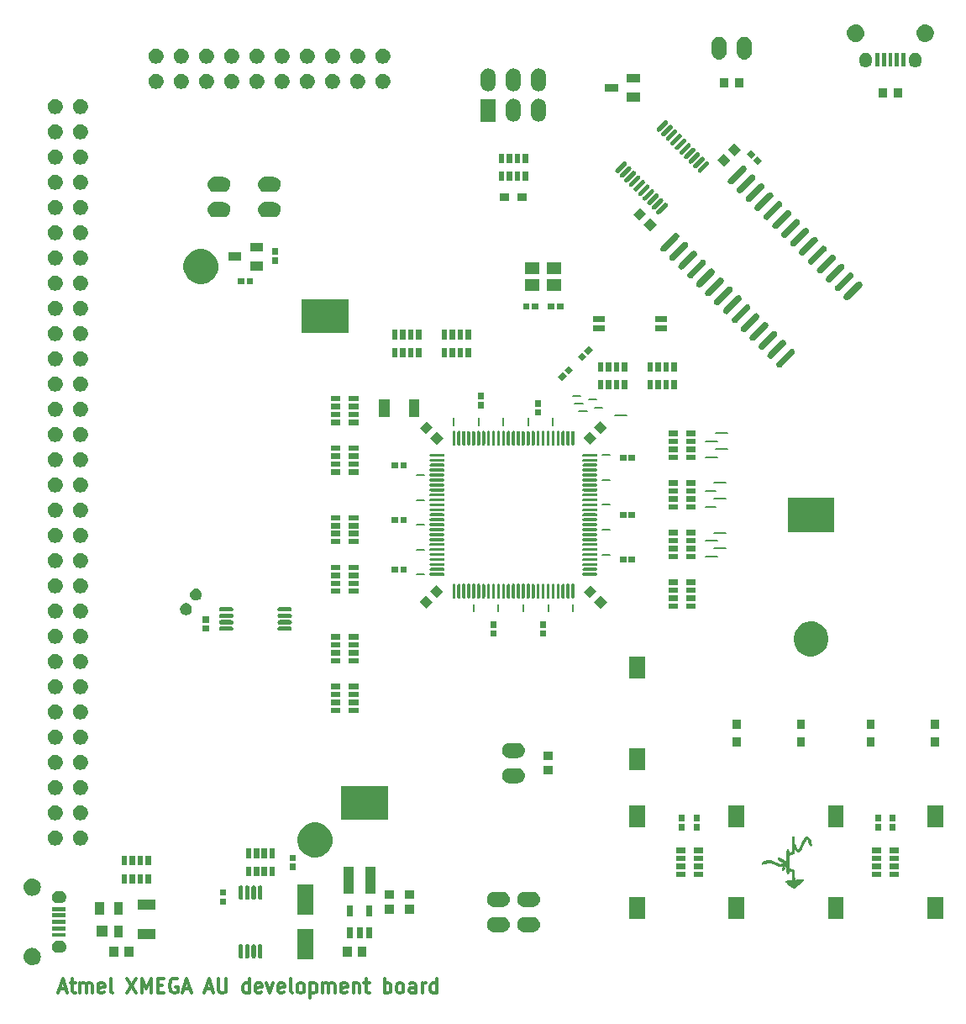
<source format=gts>
G04 #@! TF.FileFunction,Soldermask,Top*
%FSLAX46Y46*%
G04 Gerber Fmt 4.6, Leading zero omitted, Abs format (unit mm)*
G04 Created by KiCad (PCBNEW (2016-03-18 BZR 6629, Git 60d93d0)-product) date Tue 22 Mar 2016 11:04:14 AM EDT*
%MOMM*%
G01*
G04 APERTURE LIST*
%ADD10C,0.100000*%
%ADD11C,0.200000*%
%ADD12C,0.300000*%
%ADD13C,0.002540*%
G04 APERTURE END LIST*
D10*
D11*
X60200000Y-40000000D02*
X61400000Y-40000000D01*
X56600000Y-39600000D02*
X57400000Y-39600000D01*
X58200000Y-39200000D02*
X59000000Y-39200000D01*
X56200000Y-38800000D02*
X57000000Y-38800000D01*
X57600000Y-38400000D02*
X58400000Y-38400000D01*
X56000000Y-38000000D02*
X56800000Y-38000000D01*
X69400000Y-54200000D02*
X70600000Y-54200000D01*
X70200000Y-53400000D02*
X71400000Y-53400000D01*
X69400000Y-52600000D02*
X70600000Y-52600000D01*
X70200000Y-51800000D02*
X71400000Y-51800000D01*
X69400000Y-49200000D02*
X70400000Y-49200000D01*
X70200000Y-48400000D02*
X71400000Y-48400000D01*
X69400000Y-47600000D02*
X70400000Y-47600000D01*
X70200000Y-46800000D02*
X71400000Y-46800000D01*
X69400000Y-44200000D02*
X70600000Y-44200000D01*
X70400000Y-43400000D02*
X71600000Y-43400000D01*
X69400000Y-42600000D02*
X70600000Y-42600000D01*
X70400000Y-41800000D02*
X71600000Y-41800000D01*
X49000000Y-41000000D02*
X49000000Y-40250000D01*
X44000000Y-41000000D02*
X44000000Y-40250000D01*
X46500000Y-41000000D02*
X46500000Y-40250000D01*
X51500000Y-41000000D02*
X51500000Y-40250000D01*
X54000000Y-41000000D02*
X54000000Y-40250000D01*
X59000000Y-44000000D02*
X59750000Y-44000000D01*
X59000000Y-46500000D02*
X59750000Y-46500000D01*
X59000000Y-49000000D02*
X59750000Y-49000000D01*
X59000000Y-51500000D02*
X59750000Y-51500000D01*
X59000000Y-54000000D02*
X59750000Y-54000000D01*
X56000000Y-59000000D02*
X56000000Y-59750000D01*
X53500000Y-59000000D02*
X53500000Y-59750000D01*
X51000000Y-59000000D02*
X51000000Y-59750000D01*
X48500000Y-59000000D02*
X48500000Y-59750000D01*
X46000000Y-59000000D02*
X46000000Y-59750000D01*
X40250000Y-56000000D02*
X41000000Y-56000000D01*
X40250000Y-53500000D02*
X41000000Y-53500000D01*
X40250000Y-51000000D02*
X41000000Y-51000000D01*
X40250000Y-48500000D02*
X41000000Y-48500000D01*
X40250000Y-46000000D02*
X41000000Y-46000000D01*
D12*
X4266667Y-97750000D02*
X4933333Y-97750000D01*
X4133333Y-98178571D02*
X4600000Y-96678571D01*
X5066667Y-98178571D01*
X5333333Y-97178571D02*
X5866667Y-97178571D01*
X5533333Y-96678571D02*
X5533333Y-97964286D01*
X5600000Y-98107143D01*
X5733333Y-98178571D01*
X5866667Y-98178571D01*
X6333333Y-98178571D02*
X6333333Y-97178571D01*
X6333333Y-97321429D02*
X6400000Y-97250000D01*
X6533333Y-97178571D01*
X6733333Y-97178571D01*
X6866667Y-97250000D01*
X6933333Y-97392857D01*
X6933333Y-98178571D01*
X6933333Y-97392857D02*
X7000000Y-97250000D01*
X7133333Y-97178571D01*
X7333333Y-97178571D01*
X7466667Y-97250000D01*
X7533333Y-97392857D01*
X7533333Y-98178571D01*
X8733334Y-98107143D02*
X8600000Y-98178571D01*
X8333334Y-98178571D01*
X8200000Y-98107143D01*
X8133334Y-97964286D01*
X8133334Y-97392857D01*
X8200000Y-97250000D01*
X8333334Y-97178571D01*
X8600000Y-97178571D01*
X8733334Y-97250000D01*
X8800000Y-97392857D01*
X8800000Y-97535714D01*
X8133334Y-97678571D01*
X9600000Y-98178571D02*
X9466667Y-98107143D01*
X9400000Y-97964286D01*
X9400000Y-96678571D01*
X11066667Y-96678571D02*
X12000000Y-98178571D01*
X12000000Y-96678571D02*
X11066667Y-98178571D01*
X12533333Y-98178571D02*
X12533333Y-96678571D01*
X13000000Y-97750000D01*
X13466667Y-96678571D01*
X13466667Y-98178571D01*
X14133333Y-97392857D02*
X14600000Y-97392857D01*
X14800000Y-98178571D02*
X14133333Y-98178571D01*
X14133333Y-96678571D01*
X14800000Y-96678571D01*
X16133334Y-96750000D02*
X16000000Y-96678571D01*
X15800000Y-96678571D01*
X15600000Y-96750000D01*
X15466667Y-96892857D01*
X15400000Y-97035714D01*
X15333334Y-97321429D01*
X15333334Y-97535714D01*
X15400000Y-97821429D01*
X15466667Y-97964286D01*
X15600000Y-98107143D01*
X15800000Y-98178571D01*
X15933334Y-98178571D01*
X16133334Y-98107143D01*
X16200000Y-98035714D01*
X16200000Y-97535714D01*
X15933334Y-97535714D01*
X16733334Y-97750000D02*
X17400000Y-97750000D01*
X16600000Y-98178571D02*
X17066667Y-96678571D01*
X17533334Y-98178571D01*
X19000001Y-97750000D02*
X19666667Y-97750000D01*
X18866667Y-98178571D02*
X19333334Y-96678571D01*
X19800001Y-98178571D01*
X20266667Y-96678571D02*
X20266667Y-97892857D01*
X20333334Y-98035714D01*
X20400001Y-98107143D01*
X20533334Y-98178571D01*
X20800001Y-98178571D01*
X20933334Y-98107143D01*
X21000001Y-98035714D01*
X21066667Y-97892857D01*
X21066667Y-96678571D01*
X23400001Y-98178571D02*
X23400001Y-96678571D01*
X23400001Y-98107143D02*
X23266668Y-98178571D01*
X23000001Y-98178571D01*
X22866668Y-98107143D01*
X22800001Y-98035714D01*
X22733335Y-97892857D01*
X22733335Y-97464286D01*
X22800001Y-97321429D01*
X22866668Y-97250000D01*
X23000001Y-97178571D01*
X23266668Y-97178571D01*
X23400001Y-97250000D01*
X24600002Y-98107143D02*
X24466668Y-98178571D01*
X24200002Y-98178571D01*
X24066668Y-98107143D01*
X24000002Y-97964286D01*
X24000002Y-97392857D01*
X24066668Y-97250000D01*
X24200002Y-97178571D01*
X24466668Y-97178571D01*
X24600002Y-97250000D01*
X24666668Y-97392857D01*
X24666668Y-97535714D01*
X24000002Y-97678571D01*
X25133335Y-97178571D02*
X25466668Y-98178571D01*
X25800002Y-97178571D01*
X26866669Y-98107143D02*
X26733335Y-98178571D01*
X26466669Y-98178571D01*
X26333335Y-98107143D01*
X26266669Y-97964286D01*
X26266669Y-97392857D01*
X26333335Y-97250000D01*
X26466669Y-97178571D01*
X26733335Y-97178571D01*
X26866669Y-97250000D01*
X26933335Y-97392857D01*
X26933335Y-97535714D01*
X26266669Y-97678571D01*
X27733335Y-98178571D02*
X27600002Y-98107143D01*
X27533335Y-97964286D01*
X27533335Y-96678571D01*
X28466668Y-98178571D02*
X28333335Y-98107143D01*
X28266668Y-98035714D01*
X28200002Y-97892857D01*
X28200002Y-97464286D01*
X28266668Y-97321429D01*
X28333335Y-97250000D01*
X28466668Y-97178571D01*
X28666668Y-97178571D01*
X28800002Y-97250000D01*
X28866668Y-97321429D01*
X28933335Y-97464286D01*
X28933335Y-97892857D01*
X28866668Y-98035714D01*
X28800002Y-98107143D01*
X28666668Y-98178571D01*
X28466668Y-98178571D01*
X29533335Y-97178571D02*
X29533335Y-98678571D01*
X29533335Y-97250000D02*
X29666669Y-97178571D01*
X29933335Y-97178571D01*
X30066669Y-97250000D01*
X30133335Y-97321429D01*
X30200002Y-97464286D01*
X30200002Y-97892857D01*
X30133335Y-98035714D01*
X30066669Y-98107143D01*
X29933335Y-98178571D01*
X29666669Y-98178571D01*
X29533335Y-98107143D01*
X30800002Y-98178571D02*
X30800002Y-97178571D01*
X30800002Y-97321429D02*
X30866669Y-97250000D01*
X31000002Y-97178571D01*
X31200002Y-97178571D01*
X31333336Y-97250000D01*
X31400002Y-97392857D01*
X31400002Y-98178571D01*
X31400002Y-97392857D02*
X31466669Y-97250000D01*
X31600002Y-97178571D01*
X31800002Y-97178571D01*
X31933336Y-97250000D01*
X32000002Y-97392857D01*
X32000002Y-98178571D01*
X33200003Y-98107143D02*
X33066669Y-98178571D01*
X32800003Y-98178571D01*
X32666669Y-98107143D01*
X32600003Y-97964286D01*
X32600003Y-97392857D01*
X32666669Y-97250000D01*
X32800003Y-97178571D01*
X33066669Y-97178571D01*
X33200003Y-97250000D01*
X33266669Y-97392857D01*
X33266669Y-97535714D01*
X32600003Y-97678571D01*
X33866669Y-97178571D02*
X33866669Y-98178571D01*
X33866669Y-97321429D02*
X33933336Y-97250000D01*
X34066669Y-97178571D01*
X34266669Y-97178571D01*
X34400003Y-97250000D01*
X34466669Y-97392857D01*
X34466669Y-98178571D01*
X34933336Y-97178571D02*
X35466670Y-97178571D01*
X35133336Y-96678571D02*
X35133336Y-97964286D01*
X35200003Y-98107143D01*
X35333336Y-98178571D01*
X35466670Y-98178571D01*
X37000003Y-98178571D02*
X37000003Y-96678571D01*
X37000003Y-97250000D02*
X37133337Y-97178571D01*
X37400003Y-97178571D01*
X37533337Y-97250000D01*
X37600003Y-97321429D01*
X37666670Y-97464286D01*
X37666670Y-97892857D01*
X37600003Y-98035714D01*
X37533337Y-98107143D01*
X37400003Y-98178571D01*
X37133337Y-98178571D01*
X37000003Y-98107143D01*
X38466670Y-98178571D02*
X38333337Y-98107143D01*
X38266670Y-98035714D01*
X38200004Y-97892857D01*
X38200004Y-97464286D01*
X38266670Y-97321429D01*
X38333337Y-97250000D01*
X38466670Y-97178571D01*
X38666670Y-97178571D01*
X38800004Y-97250000D01*
X38866670Y-97321429D01*
X38933337Y-97464286D01*
X38933337Y-97892857D01*
X38866670Y-98035714D01*
X38800004Y-98107143D01*
X38666670Y-98178571D01*
X38466670Y-98178571D01*
X40133337Y-98178571D02*
X40133337Y-97392857D01*
X40066671Y-97250000D01*
X39933337Y-97178571D01*
X39666671Y-97178571D01*
X39533337Y-97250000D01*
X40133337Y-98107143D02*
X40000004Y-98178571D01*
X39666671Y-98178571D01*
X39533337Y-98107143D01*
X39466671Y-97964286D01*
X39466671Y-97821429D01*
X39533337Y-97678571D01*
X39666671Y-97607143D01*
X40000004Y-97607143D01*
X40133337Y-97535714D01*
X40800004Y-98178571D02*
X40800004Y-97178571D01*
X40800004Y-97464286D02*
X40866671Y-97321429D01*
X40933338Y-97250000D01*
X41066671Y-97178571D01*
X41200004Y-97178571D01*
X42266671Y-98178571D02*
X42266671Y-96678571D01*
X42266671Y-98107143D02*
X42133338Y-98178571D01*
X41866671Y-98178571D01*
X41733338Y-98107143D01*
X41666671Y-98035714D01*
X41600005Y-97892857D01*
X41600005Y-97464286D01*
X41666671Y-97321429D01*
X41733338Y-97250000D01*
X41866671Y-97178571D01*
X42133338Y-97178571D01*
X42266671Y-97250000D01*
D13*
G36*
X75016820Y-85083820D02*
X75026980Y-85139700D01*
X75067620Y-85165100D01*
X75151440Y-85152400D01*
X75291140Y-85104140D01*
X75354640Y-85081280D01*
X75649280Y-85010160D01*
X75928680Y-85020320D01*
X76200460Y-85116840D01*
X76281740Y-85162560D01*
X76545900Y-85299720D01*
X76779580Y-85365760D01*
X76995480Y-85360680D01*
X77041200Y-85350520D01*
X77160580Y-85325120D01*
X77208840Y-85335280D01*
X77191060Y-85396240D01*
X77132640Y-85487680D01*
X77066600Y-85619760D01*
X77053900Y-85713740D01*
X77102160Y-85759460D01*
X77130100Y-85762000D01*
X77206300Y-85723900D01*
X77300280Y-85604520D01*
X77353620Y-85518160D01*
X77493320Y-85276860D01*
X77523800Y-85693420D01*
X77539040Y-85873760D01*
X77554280Y-86018540D01*
X77566980Y-86109980D01*
X77574600Y-86132840D01*
X77633020Y-86145540D01*
X77688900Y-86099820D01*
X77724460Y-86010920D01*
X77727000Y-85972820D01*
X77732080Y-85889000D01*
X77765100Y-85858520D01*
X77846380Y-85866140D01*
X77887020Y-85871220D01*
X77998780Y-85894080D01*
X78069900Y-85914400D01*
X78077520Y-85919480D01*
X78090220Y-85965200D01*
X78100380Y-86079500D01*
X78108000Y-86239520D01*
X78108000Y-86379220D01*
X78108000Y-86821180D01*
X77927660Y-86821180D01*
X77696520Y-86831340D01*
X77531420Y-86861820D01*
X77445060Y-86910080D01*
X77429820Y-86948180D01*
X77462840Y-87001520D01*
X77549200Y-87087880D01*
X77673660Y-87197100D01*
X77815900Y-87311400D01*
X77960680Y-87420620D01*
X78095300Y-87512060D01*
X78196900Y-87567940D01*
X78240080Y-87583180D01*
X78298500Y-87557780D01*
X78407720Y-87486660D01*
X78552500Y-87382520D01*
X78717600Y-87255520D01*
X78760780Y-87222500D01*
X78974140Y-87044700D01*
X79118920Y-86912620D01*
X79195120Y-86818640D01*
X79200200Y-86760220D01*
X79134160Y-86729740D01*
X78999540Y-86724660D01*
X78791260Y-86737360D01*
X78727760Y-86744980D01*
X78557580Y-86757680D01*
X78422960Y-86765300D01*
X78344220Y-86762760D01*
X78331520Y-86760220D01*
X78321360Y-86711960D01*
X78308660Y-86597660D01*
X78298500Y-86432560D01*
X78288340Y-86249680D01*
X78265480Y-85762000D01*
X78113080Y-85721360D01*
X77975920Y-85685800D01*
X77848920Y-85655320D01*
X77843840Y-85655320D01*
X77727000Y-85627380D01*
X77727000Y-84959360D01*
X77727000Y-84296420D01*
X77991160Y-84210060D01*
X78257860Y-84126240D01*
X78270560Y-83864620D01*
X78283260Y-83600460D01*
X78392480Y-83732540D01*
X78537260Y-83867160D01*
X78671880Y-83917960D01*
X78798880Y-83887480D01*
X78920800Y-83773180D01*
X79042720Y-83575060D01*
X79055420Y-83544580D01*
X79139240Y-83366780D01*
X79215440Y-83186440D01*
X79271320Y-83041660D01*
X79273860Y-83039120D01*
X79337360Y-82891800D01*
X79411020Y-82762260D01*
X79441500Y-82721620D01*
X79515160Y-82650500D01*
X79565960Y-82640340D01*
X79604060Y-82665740D01*
X79662480Y-82747020D01*
X79728520Y-82884180D01*
X79786940Y-83054360D01*
X79819960Y-83188980D01*
X79865680Y-83275340D01*
X79929180Y-83310900D01*
X79987600Y-83290580D01*
X80013000Y-83211840D01*
X80013000Y-83206760D01*
X79992680Y-83046740D01*
X79934260Y-82856240D01*
X79858060Y-82675900D01*
X79776780Y-82546360D01*
X79649780Y-82439680D01*
X79522780Y-82414280D01*
X79395780Y-82475240D01*
X79268780Y-82620020D01*
X79139240Y-82851160D01*
X79017320Y-83138180D01*
X78943660Y-83321060D01*
X78870000Y-83483620D01*
X78809040Y-83600460D01*
X78778560Y-83643640D01*
X78712520Y-83704600D01*
X78666800Y-83704600D01*
X78605840Y-83658880D01*
X78542340Y-83580140D01*
X78466140Y-83453140D01*
X78400100Y-83326140D01*
X78334060Y-83178820D01*
X78298500Y-83044200D01*
X78280720Y-82891800D01*
X78278180Y-82724160D01*
X78275640Y-82551440D01*
X78268020Y-82447300D01*
X78250240Y-82393960D01*
X78219760Y-82376180D01*
X78194360Y-82373640D01*
X78163880Y-82378720D01*
X78141020Y-82396500D01*
X78128320Y-82439680D01*
X78118160Y-82520960D01*
X78113080Y-82647960D01*
X78110540Y-82835920D01*
X78108000Y-83095000D01*
X78108000Y-83171200D01*
X78108000Y-83968760D01*
X77945440Y-84019560D01*
X77836220Y-84050040D01*
X77765100Y-84067820D01*
X77757480Y-84067820D01*
X77739700Y-84029720D01*
X77724460Y-83933200D01*
X77719380Y-83867160D01*
X77706680Y-83742700D01*
X77678740Y-83681740D01*
X77627940Y-83666500D01*
X77622860Y-83666500D01*
X77587300Y-83669040D01*
X77564440Y-83691900D01*
X77549200Y-83745240D01*
X77539040Y-83839220D01*
X77531420Y-83989080D01*
X77526340Y-84210060D01*
X77523800Y-84291340D01*
X77518720Y-84509780D01*
X77511100Y-84695200D01*
X77503480Y-84832360D01*
X77495860Y-84906020D01*
X77493320Y-84913640D01*
X77447600Y-84895860D01*
X77348540Y-84845060D01*
X77208840Y-84771400D01*
X77119940Y-84723140D01*
X76916740Y-84619000D01*
X76774500Y-84558040D01*
X76685600Y-84540260D01*
X76637340Y-84560580D01*
X76624640Y-84616460D01*
X76650040Y-84677420D01*
X76731320Y-84746000D01*
X76881180Y-84829820D01*
X76919280Y-84850140D01*
X77061520Y-84923800D01*
X77173280Y-84989840D01*
X77234240Y-85033020D01*
X77236780Y-85038100D01*
X77221540Y-85076200D01*
X77145340Y-85114300D01*
X77033580Y-85144780D01*
X76906580Y-85162560D01*
X76799900Y-85160020D01*
X76675440Y-85124460D01*
X76523040Y-85058420D01*
X76434140Y-85007620D01*
X76167440Y-84870460D01*
X75918520Y-84804420D01*
X75664520Y-84804420D01*
X75578160Y-84817120D01*
X75321620Y-84878080D01*
X75141280Y-84946660D01*
X75039680Y-85022860D01*
X75016820Y-85083820D01*
X75016820Y-85083820D01*
X75016820Y-85083820D01*
G37*
X75016820Y-85083820D02*
X75026980Y-85139700D01*
X75067620Y-85165100D01*
X75151440Y-85152400D01*
X75291140Y-85104140D01*
X75354640Y-85081280D01*
X75649280Y-85010160D01*
X75928680Y-85020320D01*
X76200460Y-85116840D01*
X76281740Y-85162560D01*
X76545900Y-85299720D01*
X76779580Y-85365760D01*
X76995480Y-85360680D01*
X77041200Y-85350520D01*
X77160580Y-85325120D01*
X77208840Y-85335280D01*
X77191060Y-85396240D01*
X77132640Y-85487680D01*
X77066600Y-85619760D01*
X77053900Y-85713740D01*
X77102160Y-85759460D01*
X77130100Y-85762000D01*
X77206300Y-85723900D01*
X77300280Y-85604520D01*
X77353620Y-85518160D01*
X77493320Y-85276860D01*
X77523800Y-85693420D01*
X77539040Y-85873760D01*
X77554280Y-86018540D01*
X77566980Y-86109980D01*
X77574600Y-86132840D01*
X77633020Y-86145540D01*
X77688900Y-86099820D01*
X77724460Y-86010920D01*
X77727000Y-85972820D01*
X77732080Y-85889000D01*
X77765100Y-85858520D01*
X77846380Y-85866140D01*
X77887020Y-85871220D01*
X77998780Y-85894080D01*
X78069900Y-85914400D01*
X78077520Y-85919480D01*
X78090220Y-85965200D01*
X78100380Y-86079500D01*
X78108000Y-86239520D01*
X78108000Y-86379220D01*
X78108000Y-86821180D01*
X77927660Y-86821180D01*
X77696520Y-86831340D01*
X77531420Y-86861820D01*
X77445060Y-86910080D01*
X77429820Y-86948180D01*
X77462840Y-87001520D01*
X77549200Y-87087880D01*
X77673660Y-87197100D01*
X77815900Y-87311400D01*
X77960680Y-87420620D01*
X78095300Y-87512060D01*
X78196900Y-87567940D01*
X78240080Y-87583180D01*
X78298500Y-87557780D01*
X78407720Y-87486660D01*
X78552500Y-87382520D01*
X78717600Y-87255520D01*
X78760780Y-87222500D01*
X78974140Y-87044700D01*
X79118920Y-86912620D01*
X79195120Y-86818640D01*
X79200200Y-86760220D01*
X79134160Y-86729740D01*
X78999540Y-86724660D01*
X78791260Y-86737360D01*
X78727760Y-86744980D01*
X78557580Y-86757680D01*
X78422960Y-86765300D01*
X78344220Y-86762760D01*
X78331520Y-86760220D01*
X78321360Y-86711960D01*
X78308660Y-86597660D01*
X78298500Y-86432560D01*
X78288340Y-86249680D01*
X78265480Y-85762000D01*
X78113080Y-85721360D01*
X77975920Y-85685800D01*
X77848920Y-85655320D01*
X77843840Y-85655320D01*
X77727000Y-85627380D01*
X77727000Y-84959360D01*
X77727000Y-84296420D01*
X77991160Y-84210060D01*
X78257860Y-84126240D01*
X78270560Y-83864620D01*
X78283260Y-83600460D01*
X78392480Y-83732540D01*
X78537260Y-83867160D01*
X78671880Y-83917960D01*
X78798880Y-83887480D01*
X78920800Y-83773180D01*
X79042720Y-83575060D01*
X79055420Y-83544580D01*
X79139240Y-83366780D01*
X79215440Y-83186440D01*
X79271320Y-83041660D01*
X79273860Y-83039120D01*
X79337360Y-82891800D01*
X79411020Y-82762260D01*
X79441500Y-82721620D01*
X79515160Y-82650500D01*
X79565960Y-82640340D01*
X79604060Y-82665740D01*
X79662480Y-82747020D01*
X79728520Y-82884180D01*
X79786940Y-83054360D01*
X79819960Y-83188980D01*
X79865680Y-83275340D01*
X79929180Y-83310900D01*
X79987600Y-83290580D01*
X80013000Y-83211840D01*
X80013000Y-83206760D01*
X79992680Y-83046740D01*
X79934260Y-82856240D01*
X79858060Y-82675900D01*
X79776780Y-82546360D01*
X79649780Y-82439680D01*
X79522780Y-82414280D01*
X79395780Y-82475240D01*
X79268780Y-82620020D01*
X79139240Y-82851160D01*
X79017320Y-83138180D01*
X78943660Y-83321060D01*
X78870000Y-83483620D01*
X78809040Y-83600460D01*
X78778560Y-83643640D01*
X78712520Y-83704600D01*
X78666800Y-83704600D01*
X78605840Y-83658880D01*
X78542340Y-83580140D01*
X78466140Y-83453140D01*
X78400100Y-83326140D01*
X78334060Y-83178820D01*
X78298500Y-83044200D01*
X78280720Y-82891800D01*
X78278180Y-82724160D01*
X78275640Y-82551440D01*
X78268020Y-82447300D01*
X78250240Y-82393960D01*
X78219760Y-82376180D01*
X78194360Y-82373640D01*
X78163880Y-82378720D01*
X78141020Y-82396500D01*
X78128320Y-82439680D01*
X78118160Y-82520960D01*
X78113080Y-82647960D01*
X78110540Y-82835920D01*
X78108000Y-83095000D01*
X78108000Y-83171200D01*
X78108000Y-83968760D01*
X77945440Y-84019560D01*
X77836220Y-84050040D01*
X77765100Y-84067820D01*
X77757480Y-84067820D01*
X77739700Y-84029720D01*
X77724460Y-83933200D01*
X77719380Y-83867160D01*
X77706680Y-83742700D01*
X77678740Y-83681740D01*
X77627940Y-83666500D01*
X77622860Y-83666500D01*
X77587300Y-83669040D01*
X77564440Y-83691900D01*
X77549200Y-83745240D01*
X77539040Y-83839220D01*
X77531420Y-83989080D01*
X77526340Y-84210060D01*
X77523800Y-84291340D01*
X77518720Y-84509780D01*
X77511100Y-84695200D01*
X77503480Y-84832360D01*
X77495860Y-84906020D01*
X77493320Y-84913640D01*
X77447600Y-84895860D01*
X77348540Y-84845060D01*
X77208840Y-84771400D01*
X77119940Y-84723140D01*
X76916740Y-84619000D01*
X76774500Y-84558040D01*
X76685600Y-84540260D01*
X76637340Y-84560580D01*
X76624640Y-84616460D01*
X76650040Y-84677420D01*
X76731320Y-84746000D01*
X76881180Y-84829820D01*
X76919280Y-84850140D01*
X77061520Y-84923800D01*
X77173280Y-84989840D01*
X77234240Y-85033020D01*
X77236780Y-85038100D01*
X77221540Y-85076200D01*
X77145340Y-85114300D01*
X77033580Y-85144780D01*
X76906580Y-85162560D01*
X76799900Y-85160020D01*
X76675440Y-85124460D01*
X76523040Y-85058420D01*
X76434140Y-85007620D01*
X76167440Y-84870460D01*
X75918520Y-84804420D01*
X75664520Y-84804420D01*
X75578160Y-84817120D01*
X75321620Y-84878080D01*
X75141280Y-84946660D01*
X75039680Y-85022860D01*
X75016820Y-85083820D01*
X75016820Y-85083820D01*
D10*
G36*
X1675848Y-93638624D02*
X1675868Y-93638630D01*
X1675943Y-93638638D01*
X1839076Y-93689136D01*
X1989294Y-93770358D01*
X2120874Y-93879211D01*
X2228806Y-94011548D01*
X2308978Y-94162329D01*
X2358336Y-94325811D01*
X2375000Y-94495766D01*
X2375000Y-94504306D01*
X2374951Y-94511292D01*
X2374915Y-94516451D01*
X2355879Y-94686157D01*
X2304243Y-94848933D01*
X2221974Y-94998580D01*
X2112205Y-95129398D01*
X1979118Y-95236403D01*
X1827781Y-95315520D01*
X1663959Y-95363735D01*
X1663889Y-95363741D01*
X1663870Y-95363747D01*
X1493893Y-95379216D01*
X1324152Y-95361376D01*
X1324132Y-95361370D01*
X1324057Y-95361362D01*
X1160924Y-95310864D01*
X1010706Y-95229642D01*
X879126Y-95120789D01*
X771194Y-94988452D01*
X691022Y-94837671D01*
X641664Y-94674189D01*
X625000Y-94504234D01*
X625000Y-94495694D01*
X625057Y-94487585D01*
X625085Y-94483549D01*
X644121Y-94313843D01*
X695757Y-94151067D01*
X778026Y-94001420D01*
X887795Y-93870602D01*
X1020882Y-93763597D01*
X1172219Y-93684480D01*
X1336041Y-93636265D01*
X1336111Y-93636259D01*
X1336130Y-93636253D01*
X1506107Y-93620784D01*
X1675848Y-93638624D01*
X1675848Y-93638624D01*
G37*
G36*
X29800000Y-94750000D02*
X28200000Y-94750000D01*
X28200000Y-91750000D01*
X29800000Y-91750000D01*
X29800000Y-94750000D01*
X29800000Y-94750000D01*
G37*
G36*
X22570150Y-93226075D02*
X22570166Y-93226080D01*
X22570243Y-93226088D01*
X22612191Y-93239073D01*
X22650818Y-93259959D01*
X22684653Y-93287949D01*
X22712407Y-93321979D01*
X22733023Y-93360751D01*
X22745715Y-93402789D01*
X22750000Y-93446492D01*
X22750000Y-94453508D01*
X22749978Y-94456649D01*
X22745083Y-94500288D01*
X22731805Y-94542145D01*
X22710651Y-94580626D01*
X22682424Y-94614264D01*
X22648202Y-94641780D01*
X22609286Y-94662124D01*
X22567161Y-94674523D01*
X22567089Y-94674530D01*
X22567067Y-94674536D01*
X22523436Y-94678506D01*
X22479850Y-94673925D01*
X22479834Y-94673920D01*
X22479757Y-94673912D01*
X22437809Y-94660927D01*
X22399182Y-94640041D01*
X22365347Y-94612051D01*
X22337593Y-94578021D01*
X22316977Y-94539249D01*
X22304285Y-94497211D01*
X22300000Y-94453508D01*
X22300000Y-93446492D01*
X22300022Y-93443351D01*
X22304917Y-93399712D01*
X22318195Y-93357855D01*
X22339349Y-93319374D01*
X22367576Y-93285736D01*
X22401798Y-93258220D01*
X22440714Y-93237876D01*
X22482839Y-93225477D01*
X22482911Y-93225470D01*
X22482933Y-93225464D01*
X22526564Y-93221494D01*
X22570150Y-93226075D01*
X22570150Y-93226075D01*
G37*
G36*
X24520150Y-93226075D02*
X24520166Y-93226080D01*
X24520243Y-93226088D01*
X24562191Y-93239073D01*
X24600818Y-93259959D01*
X24634653Y-93287949D01*
X24662407Y-93321979D01*
X24683023Y-93360751D01*
X24695715Y-93402789D01*
X24700000Y-93446492D01*
X24700000Y-94453508D01*
X24699978Y-94456649D01*
X24695083Y-94500288D01*
X24681805Y-94542145D01*
X24660651Y-94580626D01*
X24632424Y-94614264D01*
X24598202Y-94641780D01*
X24559286Y-94662124D01*
X24517161Y-94674523D01*
X24517089Y-94674530D01*
X24517067Y-94674536D01*
X24473436Y-94678506D01*
X24429850Y-94673925D01*
X24429834Y-94673920D01*
X24429757Y-94673912D01*
X24387809Y-94660927D01*
X24349182Y-94640041D01*
X24315347Y-94612051D01*
X24287593Y-94578021D01*
X24266977Y-94539249D01*
X24254285Y-94497211D01*
X24250000Y-94453508D01*
X24250000Y-93446492D01*
X24250022Y-93443351D01*
X24254917Y-93399712D01*
X24268195Y-93357855D01*
X24289349Y-93319374D01*
X24317576Y-93285736D01*
X24351798Y-93258220D01*
X24390714Y-93237876D01*
X24432839Y-93225477D01*
X24432911Y-93225470D01*
X24432933Y-93225464D01*
X24476564Y-93221494D01*
X24520150Y-93226075D01*
X24520150Y-93226075D01*
G37*
G36*
X23220150Y-93226075D02*
X23220166Y-93226080D01*
X23220243Y-93226088D01*
X23262191Y-93239073D01*
X23300818Y-93259959D01*
X23334653Y-93287949D01*
X23362407Y-93321979D01*
X23383023Y-93360751D01*
X23395715Y-93402789D01*
X23400000Y-93446492D01*
X23400000Y-94453508D01*
X23399978Y-94456649D01*
X23395083Y-94500288D01*
X23381805Y-94542145D01*
X23360651Y-94580626D01*
X23332424Y-94614264D01*
X23298202Y-94641780D01*
X23259286Y-94662124D01*
X23217161Y-94674523D01*
X23217089Y-94674530D01*
X23217067Y-94674536D01*
X23173436Y-94678506D01*
X23129850Y-94673925D01*
X23129834Y-94673920D01*
X23129757Y-94673912D01*
X23087809Y-94660927D01*
X23049182Y-94640041D01*
X23015347Y-94612051D01*
X22987593Y-94578021D01*
X22966977Y-94539249D01*
X22954285Y-94497211D01*
X22950000Y-94453508D01*
X22950000Y-93446492D01*
X22950022Y-93443351D01*
X22954917Y-93399712D01*
X22968195Y-93357855D01*
X22989349Y-93319374D01*
X23017576Y-93285736D01*
X23051798Y-93258220D01*
X23090714Y-93237876D01*
X23132839Y-93225477D01*
X23132911Y-93225470D01*
X23132933Y-93225464D01*
X23176564Y-93221494D01*
X23220150Y-93226075D01*
X23220150Y-93226075D01*
G37*
G36*
X23870150Y-93226075D02*
X23870166Y-93226080D01*
X23870243Y-93226088D01*
X23912191Y-93239073D01*
X23950818Y-93259959D01*
X23984653Y-93287949D01*
X24012407Y-93321979D01*
X24033023Y-93360751D01*
X24045715Y-93402789D01*
X24050000Y-93446492D01*
X24050000Y-94453508D01*
X24049978Y-94456649D01*
X24045083Y-94500288D01*
X24031805Y-94542145D01*
X24010651Y-94580626D01*
X23982424Y-94614264D01*
X23948202Y-94641780D01*
X23909286Y-94662124D01*
X23867161Y-94674523D01*
X23867089Y-94674530D01*
X23867067Y-94674536D01*
X23823436Y-94678506D01*
X23779850Y-94673925D01*
X23779834Y-94673920D01*
X23779757Y-94673912D01*
X23737809Y-94660927D01*
X23699182Y-94640041D01*
X23665347Y-94612051D01*
X23637593Y-94578021D01*
X23616977Y-94539249D01*
X23604285Y-94497211D01*
X23600000Y-94453508D01*
X23600000Y-93446492D01*
X23600022Y-93443351D01*
X23604917Y-93399712D01*
X23618195Y-93357855D01*
X23639349Y-93319374D01*
X23667576Y-93285736D01*
X23701798Y-93258220D01*
X23740714Y-93237876D01*
X23782839Y-93225477D01*
X23782911Y-93225470D01*
X23782933Y-93225464D01*
X23826564Y-93221494D01*
X23870150Y-93226075D01*
X23870150Y-93226075D01*
G37*
G36*
X35200000Y-94475000D02*
X34300000Y-94475000D01*
X34300000Y-93525000D01*
X35200000Y-93525000D01*
X35200000Y-94475000D01*
X35200000Y-94475000D01*
G37*
G36*
X10200000Y-94475000D02*
X9300000Y-94475000D01*
X9300000Y-93525000D01*
X10200000Y-93525000D01*
X10200000Y-94475000D01*
X10200000Y-94475000D01*
G37*
G36*
X33700000Y-94475000D02*
X32800000Y-94475000D01*
X32800000Y-93525000D01*
X33700000Y-93525000D01*
X33700000Y-94475000D01*
X33700000Y-94475000D01*
G37*
G36*
X11700000Y-94475000D02*
X10800000Y-94475000D01*
X10800000Y-93525000D01*
X11700000Y-93525000D01*
X11700000Y-94475000D01*
X11700000Y-94475000D01*
G37*
G36*
X4308198Y-92875032D02*
X4308205Y-92875033D01*
X4312234Y-92875061D01*
X4433453Y-92888658D01*
X4549722Y-92925540D01*
X4656612Y-92984304D01*
X4750053Y-93062710D01*
X4826486Y-93157773D01*
X4882998Y-93265871D01*
X4917438Y-93382887D01*
X4917445Y-93382960D01*
X4917449Y-93382975D01*
X4928496Y-93504362D01*
X4915756Y-93625579D01*
X4915751Y-93625594D01*
X4915743Y-93625674D01*
X4879672Y-93742197D01*
X4821656Y-93849496D01*
X4743904Y-93943482D01*
X4649378Y-94020576D01*
X4541677Y-94077841D01*
X4424904Y-94113097D01*
X4303508Y-94125000D01*
X4096424Y-94125000D01*
X4091802Y-94124968D01*
X4091795Y-94124967D01*
X4087766Y-94124939D01*
X3966547Y-94111342D01*
X3850278Y-94074460D01*
X3743388Y-94015696D01*
X3649947Y-93937290D01*
X3573514Y-93842227D01*
X3517002Y-93734129D01*
X3482562Y-93617113D01*
X3482555Y-93617040D01*
X3482551Y-93617025D01*
X3471504Y-93495638D01*
X3484244Y-93374421D01*
X3484249Y-93374406D01*
X3484257Y-93374326D01*
X3520328Y-93257803D01*
X3578344Y-93150504D01*
X3656096Y-93056518D01*
X3750622Y-92979424D01*
X3858323Y-92922159D01*
X3975096Y-92886903D01*
X4096492Y-92875000D01*
X4303576Y-92875000D01*
X4308198Y-92875032D01*
X4308198Y-92875032D01*
G37*
G36*
X13900000Y-92775000D02*
X12100000Y-92775000D01*
X12100000Y-91725000D01*
X13900000Y-91725000D01*
X13900000Y-92775000D01*
X13900000Y-92775000D01*
G37*
G36*
X34800000Y-92650000D02*
X34200000Y-92650000D01*
X34200000Y-91550000D01*
X34800000Y-91550000D01*
X34800000Y-92650000D01*
X34800000Y-92650000D01*
G37*
G36*
X33850000Y-92650000D02*
X33250000Y-92650000D01*
X33250000Y-91550000D01*
X33850000Y-91550000D01*
X33850000Y-92650000D01*
X33850000Y-92650000D01*
G37*
G36*
X35750000Y-92650000D02*
X35150000Y-92650000D01*
X35150000Y-91550000D01*
X35750000Y-91550000D01*
X35750000Y-92650000D01*
X35750000Y-92650000D01*
G37*
G36*
X10650000Y-92525000D02*
X9750000Y-92525000D01*
X9750000Y-91375000D01*
X10650000Y-91375000D01*
X10650000Y-92525000D01*
X10650000Y-92525000D01*
G37*
G36*
X9050000Y-92500000D02*
X7950000Y-92500000D01*
X7950000Y-91400000D01*
X9050000Y-91400000D01*
X9050000Y-92500000D01*
X9050000Y-92500000D01*
G37*
G36*
X4875000Y-92500000D02*
X3525000Y-92500000D01*
X3525000Y-92100000D01*
X4875000Y-92100000D01*
X4875000Y-92500000D01*
X4875000Y-92500000D01*
G37*
G36*
X48868387Y-90508041D02*
X48873169Y-90508074D01*
X49020959Y-90524652D01*
X49162714Y-90569619D01*
X49293035Y-90641264D01*
X49406958Y-90736857D01*
X49500144Y-90852757D01*
X49569044Y-90984550D01*
X49611033Y-91127215D01*
X49611039Y-91127282D01*
X49611047Y-91127309D01*
X49624516Y-91275313D01*
X49608981Y-91423127D01*
X49608973Y-91423152D01*
X49608966Y-91423221D01*
X49564990Y-91565287D01*
X49494257Y-91696105D01*
X49399461Y-91810693D01*
X49284214Y-91904686D01*
X49152906Y-91974504D01*
X49010537Y-92017488D01*
X48862530Y-92032000D01*
X48089397Y-92032000D01*
X48083613Y-92031959D01*
X48078831Y-92031926D01*
X47931041Y-92015348D01*
X47789286Y-91970381D01*
X47658965Y-91898736D01*
X47545042Y-91803143D01*
X47451856Y-91687243D01*
X47382956Y-91555450D01*
X47340967Y-91412785D01*
X47340961Y-91412718D01*
X47340953Y-91412691D01*
X47327484Y-91264687D01*
X47343019Y-91116873D01*
X47343027Y-91116848D01*
X47343034Y-91116779D01*
X47387010Y-90974713D01*
X47457743Y-90843895D01*
X47552539Y-90729307D01*
X47667786Y-90635314D01*
X47799094Y-90565496D01*
X47941463Y-90522512D01*
X48089470Y-90508000D01*
X48862603Y-90508000D01*
X48868387Y-90508041D01*
X48868387Y-90508041D01*
G37*
G36*
X51916387Y-90508041D02*
X51921169Y-90508074D01*
X52068959Y-90524652D01*
X52210714Y-90569619D01*
X52341035Y-90641264D01*
X52454958Y-90736857D01*
X52548144Y-90852757D01*
X52617044Y-90984550D01*
X52659033Y-91127215D01*
X52659039Y-91127282D01*
X52659047Y-91127309D01*
X52672516Y-91275313D01*
X52656981Y-91423127D01*
X52656973Y-91423152D01*
X52656966Y-91423221D01*
X52612990Y-91565287D01*
X52542257Y-91696105D01*
X52447461Y-91810693D01*
X52332214Y-91904686D01*
X52200906Y-91974504D01*
X52058537Y-92017488D01*
X51910530Y-92032000D01*
X51137397Y-92032000D01*
X51131613Y-92031959D01*
X51126831Y-92031926D01*
X50979041Y-92015348D01*
X50837286Y-91970381D01*
X50706965Y-91898736D01*
X50593042Y-91803143D01*
X50499856Y-91687243D01*
X50430956Y-91555450D01*
X50388967Y-91412785D01*
X50388961Y-91412718D01*
X50388953Y-91412691D01*
X50375484Y-91264687D01*
X50391019Y-91116873D01*
X50391027Y-91116848D01*
X50391034Y-91116779D01*
X50435010Y-90974713D01*
X50505743Y-90843895D01*
X50600539Y-90729307D01*
X50715786Y-90635314D01*
X50847094Y-90565496D01*
X50989463Y-90522512D01*
X51137470Y-90508000D01*
X51910603Y-90508000D01*
X51916387Y-90508041D01*
X51916387Y-90508041D01*
G37*
G36*
X4875000Y-91850000D02*
X3525000Y-91850000D01*
X3525000Y-91450000D01*
X4875000Y-91450000D01*
X4875000Y-91850000D01*
X4875000Y-91850000D01*
G37*
G36*
X4875000Y-91200000D02*
X3525000Y-91200000D01*
X3525000Y-90800000D01*
X4875000Y-90800000D01*
X4875000Y-91200000D01*
X4875000Y-91200000D01*
G37*
G36*
X83300000Y-90690000D02*
X81700000Y-90690000D01*
X81700000Y-88500000D01*
X83300000Y-88500000D01*
X83300000Y-90690000D01*
X83300000Y-90690000D01*
G37*
G36*
X63300000Y-90690000D02*
X61700000Y-90690000D01*
X61700000Y-88500000D01*
X63300000Y-88500000D01*
X63300000Y-90690000D01*
X63300000Y-90690000D01*
G37*
G36*
X73300000Y-90690000D02*
X71700000Y-90690000D01*
X71700000Y-88500000D01*
X73300000Y-88500000D01*
X73300000Y-90690000D01*
X73300000Y-90690000D01*
G37*
G36*
X93300000Y-90690000D02*
X91700000Y-90690000D01*
X91700000Y-88500000D01*
X93300000Y-88500000D01*
X93300000Y-90690000D01*
X93300000Y-90690000D01*
G37*
G36*
X4875000Y-90550000D02*
X3525000Y-90550000D01*
X3525000Y-90150000D01*
X4875000Y-90150000D01*
X4875000Y-90550000D01*
X4875000Y-90550000D01*
G37*
G36*
X33850000Y-90450000D02*
X33250000Y-90450000D01*
X33250000Y-89350000D01*
X33850000Y-89350000D01*
X33850000Y-90450000D01*
X33850000Y-90450000D01*
G37*
G36*
X35750000Y-90450000D02*
X35150000Y-90450000D01*
X35150000Y-89350000D01*
X35750000Y-89350000D01*
X35750000Y-90450000D01*
X35750000Y-90450000D01*
G37*
G36*
X10650000Y-90300000D02*
X9750000Y-90300000D01*
X9750000Y-89000000D01*
X10650000Y-89000000D01*
X10650000Y-90300000D01*
X10650000Y-90300000D01*
G37*
G36*
X8750000Y-90300000D02*
X7850000Y-90300000D01*
X7850000Y-89000000D01*
X8750000Y-89000000D01*
X8750000Y-90300000D01*
X8750000Y-90300000D01*
G37*
G36*
X29800000Y-90250000D02*
X28200000Y-90250000D01*
X28200000Y-87250000D01*
X29800000Y-87250000D01*
X29800000Y-90250000D01*
X29800000Y-90250000D01*
G37*
G36*
X37975000Y-90200000D02*
X37025000Y-90200000D01*
X37025000Y-89300000D01*
X37975000Y-89300000D01*
X37975000Y-90200000D01*
X37975000Y-90200000D01*
G37*
G36*
X39975000Y-90200000D02*
X39025000Y-90200000D01*
X39025000Y-89300000D01*
X39975000Y-89300000D01*
X39975000Y-90200000D01*
X39975000Y-90200000D01*
G37*
G36*
X4875000Y-89900000D02*
X3525000Y-89900000D01*
X3525000Y-89500000D01*
X4875000Y-89500000D01*
X4875000Y-89900000D01*
X4875000Y-89900000D01*
G37*
G36*
X13900000Y-89775000D02*
X12100000Y-89775000D01*
X12100000Y-88725000D01*
X13900000Y-88725000D01*
X13900000Y-89775000D01*
X13900000Y-89775000D01*
G37*
G36*
X51916387Y-87968041D02*
X51921169Y-87968074D01*
X52068959Y-87984652D01*
X52210714Y-88029619D01*
X52341035Y-88101264D01*
X52454958Y-88196857D01*
X52548144Y-88312757D01*
X52617044Y-88444550D01*
X52659033Y-88587215D01*
X52659039Y-88587282D01*
X52659047Y-88587309D01*
X52672516Y-88735313D01*
X52656981Y-88883127D01*
X52656973Y-88883152D01*
X52656966Y-88883221D01*
X52612990Y-89025287D01*
X52542257Y-89156105D01*
X52447461Y-89270693D01*
X52332214Y-89364686D01*
X52200906Y-89434504D01*
X52058537Y-89477488D01*
X51910530Y-89492000D01*
X51137397Y-89492000D01*
X51131613Y-89491959D01*
X51126831Y-89491926D01*
X50979041Y-89475348D01*
X50837286Y-89430381D01*
X50706965Y-89358736D01*
X50593042Y-89263143D01*
X50499856Y-89147243D01*
X50430956Y-89015450D01*
X50388967Y-88872785D01*
X50388961Y-88872718D01*
X50388953Y-88872691D01*
X50375484Y-88724687D01*
X50391019Y-88576873D01*
X50391027Y-88576848D01*
X50391034Y-88576779D01*
X50435010Y-88434713D01*
X50505743Y-88303895D01*
X50600539Y-88189307D01*
X50715786Y-88095314D01*
X50847094Y-88025496D01*
X50989463Y-87982512D01*
X51137470Y-87968000D01*
X51910603Y-87968000D01*
X51916387Y-87968041D01*
X51916387Y-87968041D01*
G37*
G36*
X48868387Y-87968041D02*
X48873169Y-87968074D01*
X49020959Y-87984652D01*
X49162714Y-88029619D01*
X49293035Y-88101264D01*
X49406958Y-88196857D01*
X49500144Y-88312757D01*
X49569044Y-88444550D01*
X49611033Y-88587215D01*
X49611039Y-88587282D01*
X49611047Y-88587309D01*
X49624516Y-88735313D01*
X49608981Y-88883127D01*
X49608973Y-88883152D01*
X49608966Y-88883221D01*
X49564990Y-89025287D01*
X49494257Y-89156105D01*
X49399461Y-89270693D01*
X49284214Y-89364686D01*
X49152906Y-89434504D01*
X49010537Y-89477488D01*
X48862530Y-89492000D01*
X48089397Y-89492000D01*
X48083613Y-89491959D01*
X48078831Y-89491926D01*
X47931041Y-89475348D01*
X47789286Y-89430381D01*
X47658965Y-89358736D01*
X47545042Y-89263143D01*
X47451856Y-89147243D01*
X47382956Y-89015450D01*
X47340967Y-88872785D01*
X47340961Y-88872718D01*
X47340953Y-88872691D01*
X47327484Y-88724687D01*
X47343019Y-88576873D01*
X47343027Y-88576848D01*
X47343034Y-88576779D01*
X47387010Y-88434713D01*
X47457743Y-88303895D01*
X47552539Y-88189307D01*
X47667786Y-88095314D01*
X47799094Y-88025496D01*
X47941463Y-87982512D01*
X48089470Y-87968000D01*
X48862603Y-87968000D01*
X48868387Y-87968041D01*
X48868387Y-87968041D01*
G37*
G36*
X21050000Y-89250000D02*
X20450000Y-89250000D01*
X20450000Y-88650000D01*
X21050000Y-88650000D01*
X21050000Y-89250000D01*
X21050000Y-89250000D01*
G37*
G36*
X4308198Y-87875032D02*
X4308205Y-87875033D01*
X4312234Y-87875061D01*
X4433453Y-87888658D01*
X4549722Y-87925540D01*
X4656612Y-87984304D01*
X4750053Y-88062710D01*
X4826486Y-88157773D01*
X4882998Y-88265871D01*
X4917438Y-88382887D01*
X4917445Y-88382960D01*
X4917449Y-88382975D01*
X4928496Y-88504362D01*
X4915756Y-88625579D01*
X4915751Y-88625594D01*
X4915743Y-88625674D01*
X4879672Y-88742197D01*
X4821656Y-88849496D01*
X4743904Y-88943482D01*
X4649378Y-89020576D01*
X4541677Y-89077841D01*
X4424904Y-89113097D01*
X4303508Y-89125000D01*
X4096424Y-89125000D01*
X4091802Y-89124968D01*
X4091795Y-89124967D01*
X4087766Y-89124939D01*
X3966547Y-89111342D01*
X3850278Y-89074460D01*
X3743388Y-89015696D01*
X3649947Y-88937290D01*
X3573514Y-88842227D01*
X3517002Y-88734129D01*
X3482562Y-88617113D01*
X3482555Y-88617040D01*
X3482551Y-88617025D01*
X3471504Y-88495638D01*
X3484244Y-88374421D01*
X3484249Y-88374406D01*
X3484257Y-88374326D01*
X3520328Y-88257803D01*
X3578344Y-88150504D01*
X3656096Y-88056518D01*
X3750622Y-87979424D01*
X3858323Y-87922159D01*
X3975096Y-87886903D01*
X4096492Y-87875000D01*
X4303576Y-87875000D01*
X4308198Y-87875032D01*
X4308198Y-87875032D01*
G37*
G36*
X24520150Y-87326075D02*
X24520166Y-87326080D01*
X24520243Y-87326088D01*
X24562191Y-87339073D01*
X24600818Y-87359959D01*
X24634653Y-87387949D01*
X24662407Y-87421979D01*
X24683023Y-87460751D01*
X24695715Y-87502789D01*
X24700000Y-87546492D01*
X24700000Y-88553508D01*
X24699978Y-88556649D01*
X24695083Y-88600288D01*
X24681805Y-88642145D01*
X24660651Y-88680626D01*
X24632424Y-88714264D01*
X24598202Y-88741780D01*
X24559286Y-88762124D01*
X24517161Y-88774523D01*
X24517089Y-88774530D01*
X24517067Y-88774536D01*
X24473436Y-88778506D01*
X24429850Y-88773925D01*
X24429834Y-88773920D01*
X24429757Y-88773912D01*
X24387809Y-88760927D01*
X24349182Y-88740041D01*
X24315347Y-88712051D01*
X24287593Y-88678021D01*
X24266977Y-88639249D01*
X24254285Y-88597211D01*
X24250000Y-88553508D01*
X24250000Y-87546492D01*
X24250022Y-87543351D01*
X24254917Y-87499712D01*
X24268195Y-87457855D01*
X24289349Y-87419374D01*
X24317576Y-87385736D01*
X24351798Y-87358220D01*
X24390714Y-87337876D01*
X24432839Y-87325477D01*
X24432911Y-87325470D01*
X24432933Y-87325464D01*
X24476564Y-87321494D01*
X24520150Y-87326075D01*
X24520150Y-87326075D01*
G37*
G36*
X23220150Y-87326075D02*
X23220166Y-87326080D01*
X23220243Y-87326088D01*
X23262191Y-87339073D01*
X23300818Y-87359959D01*
X23334653Y-87387949D01*
X23362407Y-87421979D01*
X23383023Y-87460751D01*
X23395715Y-87502789D01*
X23400000Y-87546492D01*
X23400000Y-88553508D01*
X23399978Y-88556649D01*
X23395083Y-88600288D01*
X23381805Y-88642145D01*
X23360651Y-88680626D01*
X23332424Y-88714264D01*
X23298202Y-88741780D01*
X23259286Y-88762124D01*
X23217161Y-88774523D01*
X23217089Y-88774530D01*
X23217067Y-88774536D01*
X23173436Y-88778506D01*
X23129850Y-88773925D01*
X23129834Y-88773920D01*
X23129757Y-88773912D01*
X23087809Y-88760927D01*
X23049182Y-88740041D01*
X23015347Y-88712051D01*
X22987593Y-88678021D01*
X22966977Y-88639249D01*
X22954285Y-88597211D01*
X22950000Y-88553508D01*
X22950000Y-87546492D01*
X22950022Y-87543351D01*
X22954917Y-87499712D01*
X22968195Y-87457855D01*
X22989349Y-87419374D01*
X23017576Y-87385736D01*
X23051798Y-87358220D01*
X23090714Y-87337876D01*
X23132839Y-87325477D01*
X23132911Y-87325470D01*
X23132933Y-87325464D01*
X23176564Y-87321494D01*
X23220150Y-87326075D01*
X23220150Y-87326075D01*
G37*
G36*
X22570150Y-87326075D02*
X22570166Y-87326080D01*
X22570243Y-87326088D01*
X22612191Y-87339073D01*
X22650818Y-87359959D01*
X22684653Y-87387949D01*
X22712407Y-87421979D01*
X22733023Y-87460751D01*
X22745715Y-87502789D01*
X22750000Y-87546492D01*
X22750000Y-88553508D01*
X22749978Y-88556649D01*
X22745083Y-88600288D01*
X22731805Y-88642145D01*
X22710651Y-88680626D01*
X22682424Y-88714264D01*
X22648202Y-88741780D01*
X22609286Y-88762124D01*
X22567161Y-88774523D01*
X22567089Y-88774530D01*
X22567067Y-88774536D01*
X22523436Y-88778506D01*
X22479850Y-88773925D01*
X22479834Y-88773920D01*
X22479757Y-88773912D01*
X22437809Y-88760927D01*
X22399182Y-88740041D01*
X22365347Y-88712051D01*
X22337593Y-88678021D01*
X22316977Y-88639249D01*
X22304285Y-88597211D01*
X22300000Y-88553508D01*
X22300000Y-87546492D01*
X22300022Y-87543351D01*
X22304917Y-87499712D01*
X22318195Y-87457855D01*
X22339349Y-87419374D01*
X22367576Y-87385736D01*
X22401798Y-87358220D01*
X22440714Y-87337876D01*
X22482839Y-87325477D01*
X22482911Y-87325470D01*
X22482933Y-87325464D01*
X22526564Y-87321494D01*
X22570150Y-87326075D01*
X22570150Y-87326075D01*
G37*
G36*
X23870150Y-87326075D02*
X23870166Y-87326080D01*
X23870243Y-87326088D01*
X23912191Y-87339073D01*
X23950818Y-87359959D01*
X23984653Y-87387949D01*
X24012407Y-87421979D01*
X24033023Y-87460751D01*
X24045715Y-87502789D01*
X24050000Y-87546492D01*
X24050000Y-88553508D01*
X24049978Y-88556649D01*
X24045083Y-88600288D01*
X24031805Y-88642145D01*
X24010651Y-88680626D01*
X23982424Y-88714264D01*
X23948202Y-88741780D01*
X23909286Y-88762124D01*
X23867161Y-88774523D01*
X23867089Y-88774530D01*
X23867067Y-88774536D01*
X23823436Y-88778506D01*
X23779850Y-88773925D01*
X23779834Y-88773920D01*
X23779757Y-88773912D01*
X23737809Y-88760927D01*
X23699182Y-88740041D01*
X23665347Y-88712051D01*
X23637593Y-88678021D01*
X23616977Y-88639249D01*
X23604285Y-88597211D01*
X23600000Y-88553508D01*
X23600000Y-87546492D01*
X23600022Y-87543351D01*
X23604917Y-87499712D01*
X23618195Y-87457855D01*
X23639349Y-87419374D01*
X23667576Y-87385736D01*
X23701798Y-87358220D01*
X23740714Y-87337876D01*
X23782839Y-87325477D01*
X23782911Y-87325470D01*
X23782933Y-87325464D01*
X23826564Y-87321494D01*
X23870150Y-87326075D01*
X23870150Y-87326075D01*
G37*
G36*
X39975000Y-88700000D02*
X39025000Y-88700000D01*
X39025000Y-87800000D01*
X39975000Y-87800000D01*
X39975000Y-88700000D01*
X39975000Y-88700000D01*
G37*
G36*
X37975000Y-88700000D02*
X37025000Y-88700000D01*
X37025000Y-87800000D01*
X37975000Y-87800000D01*
X37975000Y-88700000D01*
X37975000Y-88700000D01*
G37*
G36*
X1675848Y-86638624D02*
X1675868Y-86638630D01*
X1675943Y-86638638D01*
X1839076Y-86689136D01*
X1989294Y-86770358D01*
X2120874Y-86879211D01*
X2228806Y-87011548D01*
X2308978Y-87162329D01*
X2358336Y-87325811D01*
X2375000Y-87495766D01*
X2375000Y-87504306D01*
X2374951Y-87511292D01*
X2374915Y-87516451D01*
X2355879Y-87686157D01*
X2304243Y-87848933D01*
X2221974Y-87998580D01*
X2112205Y-88129398D01*
X1979118Y-88236403D01*
X1827781Y-88315520D01*
X1663959Y-88363735D01*
X1663889Y-88363741D01*
X1663870Y-88363747D01*
X1493893Y-88379216D01*
X1324152Y-88361376D01*
X1324132Y-88361370D01*
X1324057Y-88361362D01*
X1160924Y-88310864D01*
X1010706Y-88229642D01*
X879126Y-88120789D01*
X771194Y-87988452D01*
X691022Y-87837671D01*
X641664Y-87674189D01*
X625000Y-87504234D01*
X625000Y-87495694D01*
X625057Y-87487585D01*
X625085Y-87483549D01*
X644121Y-87313843D01*
X695757Y-87151067D01*
X778026Y-87001420D01*
X887795Y-86870602D01*
X1020882Y-86763597D01*
X1172219Y-86684480D01*
X1336041Y-86636265D01*
X1336111Y-86636259D01*
X1336130Y-86636253D01*
X1506107Y-86620784D01*
X1675848Y-86638624D01*
X1675848Y-86638624D01*
G37*
G36*
X21050000Y-88350000D02*
X20450000Y-88350000D01*
X20450000Y-87750000D01*
X21050000Y-87750000D01*
X21050000Y-88350000D01*
X21050000Y-88350000D01*
G37*
G36*
X33900000Y-88150000D02*
X32900000Y-88150000D01*
X32900000Y-85450000D01*
X33900000Y-85450000D01*
X33900000Y-88150000D01*
X33900000Y-88150000D01*
G37*
G36*
X36100000Y-88150000D02*
X35100000Y-88150000D01*
X35100000Y-85450000D01*
X36100000Y-85450000D01*
X36100000Y-88150000D01*
X36100000Y-88150000D01*
G37*
G36*
X13475000Y-87125000D02*
X12925000Y-87125000D01*
X12925000Y-86175000D01*
X13475000Y-86175000D01*
X13475000Y-87125000D01*
X13475000Y-87125000D01*
G37*
G36*
X12675000Y-87125000D02*
X12125000Y-87125000D01*
X12125000Y-86175000D01*
X12675000Y-86175000D01*
X12675000Y-87125000D01*
X12675000Y-87125000D01*
G37*
G36*
X11875000Y-87125000D02*
X11325000Y-87125000D01*
X11325000Y-86175000D01*
X11875000Y-86175000D01*
X11875000Y-87125000D01*
X11875000Y-87125000D01*
G37*
G36*
X11075000Y-87125000D02*
X10525000Y-87125000D01*
X10525000Y-86175000D01*
X11075000Y-86175000D01*
X11075000Y-87125000D01*
X11075000Y-87125000D01*
G37*
G36*
X67325000Y-86475000D02*
X66375000Y-86475000D01*
X66375000Y-85925000D01*
X67325000Y-85925000D01*
X67325000Y-86475000D01*
X67325000Y-86475000D01*
G37*
G36*
X87075000Y-86475000D02*
X86125000Y-86475000D01*
X86125000Y-85925000D01*
X87075000Y-85925000D01*
X87075000Y-86475000D01*
X87075000Y-86475000D01*
G37*
G36*
X69125000Y-86475000D02*
X68175000Y-86475000D01*
X68175000Y-85925000D01*
X69125000Y-85925000D01*
X69125000Y-86475000D01*
X69125000Y-86475000D01*
G37*
G36*
X88875000Y-86475000D02*
X87925000Y-86475000D01*
X87925000Y-85925000D01*
X88875000Y-85925000D01*
X88875000Y-86475000D01*
X88875000Y-86475000D01*
G37*
G36*
X25975000Y-86375000D02*
X25425000Y-86375000D01*
X25425000Y-85425000D01*
X25975000Y-85425000D01*
X25975000Y-86375000D01*
X25975000Y-86375000D01*
G37*
G36*
X23575000Y-86375000D02*
X23025000Y-86375000D01*
X23025000Y-85425000D01*
X23575000Y-85425000D01*
X23575000Y-86375000D01*
X23575000Y-86375000D01*
G37*
G36*
X24375000Y-86375000D02*
X23825000Y-86375000D01*
X23825000Y-85425000D01*
X24375000Y-85425000D01*
X24375000Y-86375000D01*
X24375000Y-86375000D01*
G37*
G36*
X25175000Y-86375000D02*
X24625000Y-86375000D01*
X24625000Y-85425000D01*
X25175000Y-85425000D01*
X25175000Y-86375000D01*
X25175000Y-86375000D01*
G37*
G36*
X28050000Y-85750000D02*
X27450000Y-85750000D01*
X27450000Y-85150000D01*
X28050000Y-85150000D01*
X28050000Y-85750000D01*
X28050000Y-85750000D01*
G37*
G36*
X69125000Y-85675000D02*
X68175000Y-85675000D01*
X68175000Y-85125000D01*
X69125000Y-85125000D01*
X69125000Y-85675000D01*
X69125000Y-85675000D01*
G37*
G36*
X87075000Y-85675000D02*
X86125000Y-85675000D01*
X86125000Y-85125000D01*
X87075000Y-85125000D01*
X87075000Y-85675000D01*
X87075000Y-85675000D01*
G37*
G36*
X88875000Y-85675000D02*
X87925000Y-85675000D01*
X87925000Y-85125000D01*
X88875000Y-85125000D01*
X88875000Y-85675000D01*
X88875000Y-85675000D01*
G37*
G36*
X67325000Y-85675000D02*
X66375000Y-85675000D01*
X66375000Y-85125000D01*
X67325000Y-85125000D01*
X67325000Y-85675000D01*
X67325000Y-85675000D01*
G37*
G36*
X13475000Y-85325000D02*
X12925000Y-85325000D01*
X12925000Y-84375000D01*
X13475000Y-84375000D01*
X13475000Y-85325000D01*
X13475000Y-85325000D01*
G37*
G36*
X12675000Y-85325000D02*
X12125000Y-85325000D01*
X12125000Y-84375000D01*
X12675000Y-84375000D01*
X12675000Y-85325000D01*
X12675000Y-85325000D01*
G37*
G36*
X11875000Y-85325000D02*
X11325000Y-85325000D01*
X11325000Y-84375000D01*
X11875000Y-84375000D01*
X11875000Y-85325000D01*
X11875000Y-85325000D01*
G37*
G36*
X11075000Y-85325000D02*
X10525000Y-85325000D01*
X10525000Y-84375000D01*
X11075000Y-84375000D01*
X11075000Y-85325000D01*
X11075000Y-85325000D01*
G37*
G36*
X87075000Y-84875000D02*
X86125000Y-84875000D01*
X86125000Y-84325000D01*
X87075000Y-84325000D01*
X87075000Y-84875000D01*
X87075000Y-84875000D01*
G37*
G36*
X88875000Y-84875000D02*
X87925000Y-84875000D01*
X87925000Y-84325000D01*
X88875000Y-84325000D01*
X88875000Y-84875000D01*
X88875000Y-84875000D01*
G37*
G36*
X69125000Y-84875000D02*
X68175000Y-84875000D01*
X68175000Y-84325000D01*
X69125000Y-84325000D01*
X69125000Y-84875000D01*
X69125000Y-84875000D01*
G37*
G36*
X67325000Y-84875000D02*
X66375000Y-84875000D01*
X66375000Y-84325000D01*
X67325000Y-84325000D01*
X67325000Y-84875000D01*
X67325000Y-84875000D01*
G37*
G36*
X28050000Y-84850000D02*
X27450000Y-84850000D01*
X27450000Y-84250000D01*
X28050000Y-84250000D01*
X28050000Y-84850000D01*
X28050000Y-84850000D01*
G37*
G36*
X23575000Y-84575000D02*
X23025000Y-84575000D01*
X23025000Y-83625000D01*
X23575000Y-83625000D01*
X23575000Y-84575000D01*
X23575000Y-84575000D01*
G37*
G36*
X24375000Y-84575000D02*
X23825000Y-84575000D01*
X23825000Y-83625000D01*
X24375000Y-83625000D01*
X24375000Y-84575000D01*
X24375000Y-84575000D01*
G37*
G36*
X25175000Y-84575000D02*
X24625000Y-84575000D01*
X24625000Y-83625000D01*
X25175000Y-83625000D01*
X25175000Y-84575000D01*
X25175000Y-84575000D01*
G37*
G36*
X25975000Y-84575000D02*
X25425000Y-84575000D01*
X25425000Y-83625000D01*
X25975000Y-83625000D01*
X25975000Y-84575000D01*
X25975000Y-84575000D01*
G37*
G36*
X30183812Y-81001162D02*
X30519996Y-81070171D01*
X30836370Y-81203162D01*
X31120893Y-81395074D01*
X31362717Y-81638593D01*
X31552640Y-81924450D01*
X31683419Y-82241744D01*
X31749943Y-82577716D01*
X31749943Y-82577731D01*
X31750076Y-82578404D01*
X31744602Y-82970394D01*
X31744451Y-82971057D01*
X31744451Y-82971079D01*
X31668573Y-83305058D01*
X31528982Y-83618583D01*
X31331154Y-83899023D01*
X31082625Y-84135693D01*
X30792853Y-84319588D01*
X30472887Y-84443695D01*
X30134909Y-84503290D01*
X29791791Y-84496102D01*
X29456602Y-84422406D01*
X29142111Y-84285008D01*
X28860298Y-84089143D01*
X28621898Y-83842272D01*
X28435987Y-83553795D01*
X28309648Y-83234699D01*
X28247695Y-82897145D01*
X28252487Y-82553988D01*
X28323842Y-82218290D01*
X28459039Y-81902850D01*
X28652933Y-81619674D01*
X28898133Y-81379558D01*
X29185308Y-81191636D01*
X29503509Y-81063074D01*
X29840625Y-80998766D01*
X30183812Y-81001162D01*
X30183812Y-81001162D01*
G37*
G36*
X69125000Y-84075000D02*
X68175000Y-84075000D01*
X68175000Y-83525000D01*
X69125000Y-83525000D01*
X69125000Y-84075000D01*
X69125000Y-84075000D01*
G37*
G36*
X87075000Y-84075000D02*
X86125000Y-84075000D01*
X86125000Y-83525000D01*
X87075000Y-83525000D01*
X87075000Y-84075000D01*
X87075000Y-84075000D01*
G37*
G36*
X88875000Y-84075000D02*
X87925000Y-84075000D01*
X87925000Y-83525000D01*
X88875000Y-83525000D01*
X88875000Y-84075000D01*
X88875000Y-84075000D01*
G37*
G36*
X67325000Y-84075000D02*
X66375000Y-84075000D01*
X66375000Y-83525000D01*
X67325000Y-83525000D01*
X67325000Y-84075000D01*
X67325000Y-84075000D01*
G37*
G36*
X3890038Y-81788504D02*
X4036423Y-81818553D01*
X4174180Y-81876460D01*
X4298071Y-81960025D01*
X4403367Y-82066059D01*
X4486065Y-82190530D01*
X4543011Y-82328691D01*
X4571901Y-82474595D01*
X4571901Y-82474614D01*
X4572033Y-82475282D01*
X4569649Y-82645966D01*
X4569498Y-82646629D01*
X4569498Y-82646651D01*
X4536547Y-82791687D01*
X4475764Y-82928207D01*
X4389623Y-83050319D01*
X4281408Y-83153371D01*
X4155230Y-83233446D01*
X4015908Y-83287485D01*
X3868744Y-83313435D01*
X3719340Y-83310304D01*
X3573388Y-83278215D01*
X3436449Y-83218388D01*
X3313739Y-83133102D01*
X3209934Y-83025609D01*
X3128983Y-82899998D01*
X3073971Y-82761051D01*
X3046994Y-82614071D01*
X3049081Y-82464652D01*
X3080151Y-82318476D01*
X3139019Y-82181126D01*
X3223446Y-82057824D01*
X3330216Y-81953268D01*
X3455259Y-81871442D01*
X3593811Y-81815463D01*
X3740604Y-81787461D01*
X3890038Y-81788504D01*
X3890038Y-81788504D01*
G37*
G36*
X6430038Y-81788504D02*
X6576423Y-81818553D01*
X6714180Y-81876460D01*
X6838071Y-81960025D01*
X6943367Y-82066059D01*
X7026065Y-82190530D01*
X7083011Y-82328691D01*
X7111901Y-82474595D01*
X7111901Y-82474614D01*
X7112033Y-82475282D01*
X7109649Y-82645966D01*
X7109498Y-82646629D01*
X7109498Y-82646651D01*
X7076547Y-82791687D01*
X7015764Y-82928207D01*
X6929623Y-83050319D01*
X6821408Y-83153371D01*
X6695230Y-83233446D01*
X6555908Y-83287485D01*
X6408744Y-83313435D01*
X6259340Y-83310304D01*
X6113388Y-83278215D01*
X5976449Y-83218388D01*
X5853739Y-83133102D01*
X5749934Y-83025609D01*
X5668983Y-82899998D01*
X5613971Y-82761051D01*
X5586994Y-82614071D01*
X5589081Y-82464652D01*
X5620151Y-82318476D01*
X5679019Y-82181126D01*
X5763446Y-82057824D01*
X5870216Y-81953268D01*
X5995259Y-81871442D01*
X6133811Y-81815463D01*
X6280604Y-81787461D01*
X6430038Y-81788504D01*
X6430038Y-81788504D01*
G37*
G36*
X88550000Y-81775000D02*
X87950000Y-81775000D01*
X87950000Y-81125000D01*
X88550000Y-81125000D01*
X88550000Y-81775000D01*
X88550000Y-81775000D01*
G37*
G36*
X87050000Y-81775000D02*
X86450000Y-81775000D01*
X86450000Y-81125000D01*
X87050000Y-81125000D01*
X87050000Y-81775000D01*
X87050000Y-81775000D01*
G37*
G36*
X68800000Y-81775000D02*
X68200000Y-81775000D01*
X68200000Y-81125000D01*
X68800000Y-81125000D01*
X68800000Y-81775000D01*
X68800000Y-81775000D01*
G37*
G36*
X67300000Y-81775000D02*
X66700000Y-81775000D01*
X66700000Y-81125000D01*
X67300000Y-81125000D01*
X67300000Y-81775000D01*
X67300000Y-81775000D01*
G37*
G36*
X83300000Y-81500000D02*
X81700000Y-81500000D01*
X81700000Y-79310000D01*
X83300000Y-79310000D01*
X83300000Y-81500000D01*
X83300000Y-81500000D01*
G37*
G36*
X93300000Y-81500000D02*
X91700000Y-81500000D01*
X91700000Y-79310000D01*
X93300000Y-79310000D01*
X93300000Y-81500000D01*
X93300000Y-81500000D01*
G37*
G36*
X73300000Y-81500000D02*
X71700000Y-81500000D01*
X71700000Y-79310000D01*
X73300000Y-79310000D01*
X73300000Y-81500000D01*
X73300000Y-81500000D01*
G37*
G36*
X63300000Y-81500000D02*
X61700000Y-81500000D01*
X61700000Y-79310000D01*
X63300000Y-79310000D01*
X63300000Y-81500000D01*
X63300000Y-81500000D01*
G37*
G36*
X68800000Y-80875000D02*
X68200000Y-80875000D01*
X68200000Y-80225000D01*
X68800000Y-80225000D01*
X68800000Y-80875000D01*
X68800000Y-80875000D01*
G37*
G36*
X67300000Y-80875000D02*
X66700000Y-80875000D01*
X66700000Y-80225000D01*
X67300000Y-80225000D01*
X67300000Y-80875000D01*
X67300000Y-80875000D01*
G37*
G36*
X88550000Y-80875000D02*
X87950000Y-80875000D01*
X87950000Y-80225000D01*
X88550000Y-80225000D01*
X88550000Y-80875000D01*
X88550000Y-80875000D01*
G37*
G36*
X87050000Y-80875000D02*
X86450000Y-80875000D01*
X86450000Y-80225000D01*
X87050000Y-80225000D01*
X87050000Y-80875000D01*
X87050000Y-80875000D01*
G37*
G36*
X6430038Y-79248504D02*
X6576423Y-79278553D01*
X6714180Y-79336460D01*
X6838071Y-79420025D01*
X6943367Y-79526059D01*
X7026065Y-79650530D01*
X7083011Y-79788691D01*
X7111901Y-79934595D01*
X7111901Y-79934614D01*
X7112033Y-79935282D01*
X7109649Y-80105966D01*
X7109498Y-80106629D01*
X7109498Y-80106651D01*
X7076547Y-80251687D01*
X7015764Y-80388207D01*
X6929623Y-80510319D01*
X6821408Y-80613371D01*
X6695230Y-80693446D01*
X6555908Y-80747485D01*
X6408744Y-80773435D01*
X6259340Y-80770304D01*
X6113388Y-80738215D01*
X5976449Y-80678388D01*
X5853739Y-80593102D01*
X5749934Y-80485609D01*
X5668983Y-80359998D01*
X5613971Y-80221051D01*
X5586994Y-80074071D01*
X5589081Y-79924652D01*
X5620151Y-79778476D01*
X5679019Y-79641126D01*
X5763446Y-79517824D01*
X5870216Y-79413268D01*
X5995259Y-79331442D01*
X6133811Y-79275463D01*
X6280604Y-79247461D01*
X6430038Y-79248504D01*
X6430038Y-79248504D01*
G37*
G36*
X3890038Y-79248504D02*
X4036423Y-79278553D01*
X4174180Y-79336460D01*
X4298071Y-79420025D01*
X4403367Y-79526059D01*
X4486065Y-79650530D01*
X4543011Y-79788691D01*
X4571901Y-79934595D01*
X4571901Y-79934614D01*
X4572033Y-79935282D01*
X4569649Y-80105966D01*
X4569498Y-80106629D01*
X4569498Y-80106651D01*
X4536547Y-80251687D01*
X4475764Y-80388207D01*
X4389623Y-80510319D01*
X4281408Y-80613371D01*
X4155230Y-80693446D01*
X4015908Y-80747485D01*
X3868744Y-80773435D01*
X3719340Y-80770304D01*
X3573388Y-80738215D01*
X3436449Y-80678388D01*
X3313739Y-80593102D01*
X3209934Y-80485609D01*
X3128983Y-80359998D01*
X3073971Y-80221051D01*
X3046994Y-80074071D01*
X3049081Y-79924652D01*
X3080151Y-79778476D01*
X3139019Y-79641126D01*
X3223446Y-79517824D01*
X3330216Y-79413268D01*
X3455259Y-79331442D01*
X3593811Y-79275463D01*
X3740604Y-79247461D01*
X3890038Y-79248504D01*
X3890038Y-79248504D01*
G37*
G36*
X37350000Y-80715000D02*
X32650000Y-80715000D01*
X32650000Y-77285000D01*
X37350000Y-77285000D01*
X37350000Y-80715000D01*
X37350000Y-80715000D01*
G37*
G36*
X6430038Y-76708504D02*
X6576423Y-76738553D01*
X6714180Y-76796460D01*
X6838071Y-76880025D01*
X6943367Y-76986059D01*
X7026065Y-77110530D01*
X7083011Y-77248691D01*
X7111901Y-77394595D01*
X7111901Y-77394614D01*
X7112033Y-77395282D01*
X7109649Y-77565966D01*
X7109498Y-77566629D01*
X7109498Y-77566651D01*
X7076547Y-77711687D01*
X7015764Y-77848207D01*
X6929623Y-77970319D01*
X6821408Y-78073371D01*
X6695230Y-78153446D01*
X6555908Y-78207485D01*
X6408744Y-78233435D01*
X6259340Y-78230304D01*
X6113388Y-78198215D01*
X5976449Y-78138388D01*
X5853739Y-78053102D01*
X5749934Y-77945609D01*
X5668983Y-77819998D01*
X5613971Y-77681051D01*
X5586994Y-77534071D01*
X5589081Y-77384652D01*
X5620151Y-77238476D01*
X5679019Y-77101126D01*
X5763446Y-76977824D01*
X5870216Y-76873268D01*
X5995259Y-76791442D01*
X6133811Y-76735463D01*
X6280604Y-76707461D01*
X6430038Y-76708504D01*
X6430038Y-76708504D01*
G37*
G36*
X3890038Y-76708504D02*
X4036423Y-76738553D01*
X4174180Y-76796460D01*
X4298071Y-76880025D01*
X4403367Y-76986059D01*
X4486065Y-77110530D01*
X4543011Y-77248691D01*
X4571901Y-77394595D01*
X4571901Y-77394614D01*
X4572033Y-77395282D01*
X4569649Y-77565966D01*
X4569498Y-77566629D01*
X4569498Y-77566651D01*
X4536547Y-77711687D01*
X4475764Y-77848207D01*
X4389623Y-77970319D01*
X4281408Y-78073371D01*
X4155230Y-78153446D01*
X4015908Y-78207485D01*
X3868744Y-78233435D01*
X3719340Y-78230304D01*
X3573388Y-78198215D01*
X3436449Y-78138388D01*
X3313739Y-78053102D01*
X3209934Y-77945609D01*
X3128983Y-77819998D01*
X3073971Y-77681051D01*
X3046994Y-77534071D01*
X3049081Y-77384652D01*
X3080151Y-77238476D01*
X3139019Y-77101126D01*
X3223446Y-76977824D01*
X3330216Y-76873268D01*
X3455259Y-76791442D01*
X3593811Y-76735463D01*
X3740604Y-76707461D01*
X3890038Y-76708504D01*
X3890038Y-76708504D01*
G37*
G36*
X50392387Y-75508041D02*
X50397169Y-75508074D01*
X50544959Y-75524652D01*
X50686714Y-75569619D01*
X50817035Y-75641264D01*
X50930958Y-75736857D01*
X51024144Y-75852757D01*
X51093044Y-75984550D01*
X51135033Y-76127215D01*
X51135039Y-76127282D01*
X51135047Y-76127309D01*
X51148516Y-76275313D01*
X51132981Y-76423127D01*
X51132973Y-76423152D01*
X51132966Y-76423221D01*
X51088990Y-76565287D01*
X51018257Y-76696105D01*
X50923461Y-76810693D01*
X50808214Y-76904686D01*
X50676906Y-76974504D01*
X50534537Y-77017488D01*
X50386530Y-77032000D01*
X49613397Y-77032000D01*
X49607613Y-77031959D01*
X49602831Y-77031926D01*
X49455041Y-77015348D01*
X49313286Y-76970381D01*
X49182965Y-76898736D01*
X49069042Y-76803143D01*
X48975856Y-76687243D01*
X48906956Y-76555450D01*
X48864967Y-76412785D01*
X48864961Y-76412718D01*
X48864953Y-76412691D01*
X48851484Y-76264687D01*
X48867019Y-76116873D01*
X48867027Y-76116848D01*
X48867034Y-76116779D01*
X48911010Y-75974713D01*
X48981743Y-75843895D01*
X49076539Y-75729307D01*
X49191786Y-75635314D01*
X49323094Y-75565496D01*
X49465463Y-75522512D01*
X49613470Y-75508000D01*
X50386603Y-75508000D01*
X50392387Y-75508041D01*
X50392387Y-75508041D01*
G37*
G36*
X54000000Y-76175000D02*
X53000000Y-76175000D01*
X53000000Y-75325000D01*
X54000000Y-75325000D01*
X54000000Y-76175000D01*
X54000000Y-76175000D01*
G37*
G36*
X3890038Y-74168504D02*
X4036423Y-74198553D01*
X4174180Y-74256460D01*
X4298071Y-74340025D01*
X4403367Y-74446059D01*
X4486065Y-74570530D01*
X4543011Y-74708691D01*
X4571901Y-74854595D01*
X4571901Y-74854614D01*
X4572033Y-74855282D01*
X4569649Y-75025966D01*
X4569498Y-75026629D01*
X4569498Y-75026651D01*
X4536547Y-75171687D01*
X4475764Y-75308207D01*
X4389623Y-75430319D01*
X4281408Y-75533371D01*
X4155230Y-75613446D01*
X4015908Y-75667485D01*
X3868744Y-75693435D01*
X3719340Y-75690304D01*
X3573388Y-75658215D01*
X3436449Y-75598388D01*
X3313739Y-75513102D01*
X3209934Y-75405609D01*
X3128983Y-75279998D01*
X3073971Y-75141051D01*
X3046994Y-74994071D01*
X3049081Y-74844652D01*
X3080151Y-74698476D01*
X3139019Y-74561126D01*
X3223446Y-74437824D01*
X3330216Y-74333268D01*
X3455259Y-74251442D01*
X3593811Y-74195463D01*
X3740604Y-74167461D01*
X3890038Y-74168504D01*
X3890038Y-74168504D01*
G37*
G36*
X6430038Y-74168504D02*
X6576423Y-74198553D01*
X6714180Y-74256460D01*
X6838071Y-74340025D01*
X6943367Y-74446059D01*
X7026065Y-74570530D01*
X7083011Y-74708691D01*
X7111901Y-74854595D01*
X7111901Y-74854614D01*
X7112033Y-74855282D01*
X7109649Y-75025966D01*
X7109498Y-75026629D01*
X7109498Y-75026651D01*
X7076547Y-75171687D01*
X7015764Y-75308207D01*
X6929623Y-75430319D01*
X6821408Y-75533371D01*
X6695230Y-75613446D01*
X6555908Y-75667485D01*
X6408744Y-75693435D01*
X6259340Y-75690304D01*
X6113388Y-75658215D01*
X5976449Y-75598388D01*
X5853739Y-75513102D01*
X5749934Y-75405609D01*
X5668983Y-75279998D01*
X5613971Y-75141051D01*
X5586994Y-74994071D01*
X5589081Y-74844652D01*
X5620151Y-74698476D01*
X5679019Y-74561126D01*
X5763446Y-74437824D01*
X5870216Y-74333268D01*
X5995259Y-74251442D01*
X6133811Y-74195463D01*
X6280604Y-74167461D01*
X6430038Y-74168504D01*
X6430038Y-74168504D01*
G37*
G36*
X63300000Y-75690000D02*
X61700000Y-75690000D01*
X61700000Y-73500000D01*
X63300000Y-73500000D01*
X63300000Y-75690000D01*
X63300000Y-75690000D01*
G37*
G36*
X54000000Y-74675000D02*
X53000000Y-74675000D01*
X53000000Y-73825000D01*
X54000000Y-73825000D01*
X54000000Y-74675000D01*
X54000000Y-74675000D01*
G37*
G36*
X50392387Y-72968041D02*
X50397169Y-72968074D01*
X50544959Y-72984652D01*
X50686714Y-73029619D01*
X50817035Y-73101264D01*
X50930958Y-73196857D01*
X51024144Y-73312757D01*
X51093044Y-73444550D01*
X51135033Y-73587215D01*
X51135039Y-73587282D01*
X51135047Y-73587309D01*
X51148516Y-73735313D01*
X51132981Y-73883127D01*
X51132973Y-73883152D01*
X51132966Y-73883221D01*
X51088990Y-74025287D01*
X51018257Y-74156105D01*
X50923461Y-74270693D01*
X50808214Y-74364686D01*
X50676906Y-74434504D01*
X50534537Y-74477488D01*
X50386530Y-74492000D01*
X49613397Y-74492000D01*
X49607613Y-74491959D01*
X49602831Y-74491926D01*
X49455041Y-74475348D01*
X49313286Y-74430381D01*
X49182965Y-74358736D01*
X49069042Y-74263143D01*
X48975856Y-74147243D01*
X48906956Y-74015450D01*
X48864967Y-73872785D01*
X48864961Y-73872718D01*
X48864953Y-73872691D01*
X48851484Y-73724687D01*
X48867019Y-73576873D01*
X48867027Y-73576848D01*
X48867034Y-73576779D01*
X48911010Y-73434713D01*
X48981743Y-73303895D01*
X49076539Y-73189307D01*
X49191786Y-73095314D01*
X49323094Y-73025496D01*
X49465463Y-72982512D01*
X49613470Y-72968000D01*
X50386603Y-72968000D01*
X50392387Y-72968041D01*
X50392387Y-72968041D01*
G37*
G36*
X92900050Y-73348740D02*
X92099950Y-73348740D01*
X92099950Y-72449580D01*
X92900050Y-72449580D01*
X92900050Y-73348740D01*
X92900050Y-73348740D01*
G37*
G36*
X72900050Y-73348740D02*
X72099950Y-73348740D01*
X72099950Y-72449580D01*
X72900050Y-72449580D01*
X72900050Y-73348740D01*
X72900050Y-73348740D01*
G37*
G36*
X79400050Y-73348740D02*
X78599950Y-73348740D01*
X78599950Y-72449580D01*
X79400050Y-72449580D01*
X79400050Y-73348740D01*
X79400050Y-73348740D01*
G37*
G36*
X86400050Y-73348740D02*
X85599950Y-73348740D01*
X85599950Y-72449580D01*
X86400050Y-72449580D01*
X86400050Y-73348740D01*
X86400050Y-73348740D01*
G37*
G36*
X6430038Y-71628504D02*
X6576423Y-71658553D01*
X6714180Y-71716460D01*
X6838071Y-71800025D01*
X6943367Y-71906059D01*
X7026065Y-72030530D01*
X7083011Y-72168691D01*
X7111901Y-72314595D01*
X7111901Y-72314614D01*
X7112033Y-72315282D01*
X7109649Y-72485966D01*
X7109498Y-72486629D01*
X7109498Y-72486651D01*
X7076547Y-72631687D01*
X7015764Y-72768207D01*
X6929623Y-72890319D01*
X6821408Y-72993371D01*
X6695230Y-73073446D01*
X6555908Y-73127485D01*
X6408744Y-73153435D01*
X6259340Y-73150304D01*
X6113388Y-73118215D01*
X5976449Y-73058388D01*
X5853739Y-72973102D01*
X5749934Y-72865609D01*
X5668983Y-72739998D01*
X5613971Y-72601051D01*
X5586994Y-72454071D01*
X5589081Y-72304652D01*
X5620151Y-72158476D01*
X5679019Y-72021126D01*
X5763446Y-71897824D01*
X5870216Y-71793268D01*
X5995259Y-71711442D01*
X6133811Y-71655463D01*
X6280604Y-71627461D01*
X6430038Y-71628504D01*
X6430038Y-71628504D01*
G37*
G36*
X3890038Y-71628504D02*
X4036423Y-71658553D01*
X4174180Y-71716460D01*
X4298071Y-71800025D01*
X4403367Y-71906059D01*
X4486065Y-72030530D01*
X4543011Y-72168691D01*
X4571901Y-72314595D01*
X4571901Y-72314614D01*
X4572033Y-72315282D01*
X4569649Y-72485966D01*
X4569498Y-72486629D01*
X4569498Y-72486651D01*
X4536547Y-72631687D01*
X4475764Y-72768207D01*
X4389623Y-72890319D01*
X4281408Y-72993371D01*
X4155230Y-73073446D01*
X4015908Y-73127485D01*
X3868744Y-73153435D01*
X3719340Y-73150304D01*
X3573388Y-73118215D01*
X3436449Y-73058388D01*
X3313739Y-72973102D01*
X3209934Y-72865609D01*
X3128983Y-72739998D01*
X3073971Y-72601051D01*
X3046994Y-72454071D01*
X3049081Y-72304652D01*
X3080151Y-72158476D01*
X3139019Y-72021126D01*
X3223446Y-71897824D01*
X3330216Y-71793268D01*
X3455259Y-71711442D01*
X3593811Y-71655463D01*
X3740604Y-71627461D01*
X3890038Y-71628504D01*
X3890038Y-71628504D01*
G37*
G36*
X92900050Y-71550420D02*
X92099950Y-71550420D01*
X92099950Y-70651260D01*
X92900050Y-70651260D01*
X92900050Y-71550420D01*
X92900050Y-71550420D01*
G37*
G36*
X86400050Y-71550420D02*
X85599950Y-71550420D01*
X85599950Y-70651260D01*
X86400050Y-70651260D01*
X86400050Y-71550420D01*
X86400050Y-71550420D01*
G37*
G36*
X72900050Y-71550420D02*
X72099950Y-71550420D01*
X72099950Y-70651260D01*
X72900050Y-70651260D01*
X72900050Y-71550420D01*
X72900050Y-71550420D01*
G37*
G36*
X79400050Y-71550420D02*
X78599950Y-71550420D01*
X78599950Y-70651260D01*
X79400050Y-70651260D01*
X79400050Y-71550420D01*
X79400050Y-71550420D01*
G37*
G36*
X3890038Y-69088504D02*
X4036423Y-69118553D01*
X4174180Y-69176460D01*
X4298071Y-69260025D01*
X4403367Y-69366059D01*
X4486065Y-69490530D01*
X4543011Y-69628691D01*
X4571901Y-69774595D01*
X4571901Y-69774614D01*
X4572033Y-69775282D01*
X4569649Y-69945966D01*
X4569498Y-69946629D01*
X4569498Y-69946651D01*
X4536547Y-70091687D01*
X4475764Y-70228207D01*
X4389623Y-70350319D01*
X4281408Y-70453371D01*
X4155230Y-70533446D01*
X4015908Y-70587485D01*
X3868744Y-70613435D01*
X3719340Y-70610304D01*
X3573388Y-70578215D01*
X3436449Y-70518388D01*
X3313739Y-70433102D01*
X3209934Y-70325609D01*
X3128983Y-70199998D01*
X3073971Y-70061051D01*
X3046994Y-69914071D01*
X3049081Y-69764652D01*
X3080151Y-69618476D01*
X3139019Y-69481126D01*
X3223446Y-69357824D01*
X3330216Y-69253268D01*
X3455259Y-69171442D01*
X3593811Y-69115463D01*
X3740604Y-69087461D01*
X3890038Y-69088504D01*
X3890038Y-69088504D01*
G37*
G36*
X6430038Y-69088504D02*
X6576423Y-69118553D01*
X6714180Y-69176460D01*
X6838071Y-69260025D01*
X6943367Y-69366059D01*
X7026065Y-69490530D01*
X7083011Y-69628691D01*
X7111901Y-69774595D01*
X7111901Y-69774614D01*
X7112033Y-69775282D01*
X7109649Y-69945966D01*
X7109498Y-69946629D01*
X7109498Y-69946651D01*
X7076547Y-70091687D01*
X7015764Y-70228207D01*
X6929623Y-70350319D01*
X6821408Y-70453371D01*
X6695230Y-70533446D01*
X6555908Y-70587485D01*
X6408744Y-70613435D01*
X6259340Y-70610304D01*
X6113388Y-70578215D01*
X5976449Y-70518388D01*
X5853739Y-70433102D01*
X5749934Y-70325609D01*
X5668983Y-70199998D01*
X5613971Y-70061051D01*
X5586994Y-69914071D01*
X5589081Y-69764652D01*
X5620151Y-69618476D01*
X5679019Y-69481126D01*
X5763446Y-69357824D01*
X5870216Y-69253268D01*
X5995259Y-69171442D01*
X6133811Y-69115463D01*
X6280604Y-69087461D01*
X6430038Y-69088504D01*
X6430038Y-69088504D01*
G37*
G36*
X32575000Y-69975000D02*
X31625000Y-69975000D01*
X31625000Y-69425000D01*
X32575000Y-69425000D01*
X32575000Y-69975000D01*
X32575000Y-69975000D01*
G37*
G36*
X34375000Y-69975000D02*
X33425000Y-69975000D01*
X33425000Y-69425000D01*
X34375000Y-69425000D01*
X34375000Y-69975000D01*
X34375000Y-69975000D01*
G37*
G36*
X34375000Y-69175000D02*
X33425000Y-69175000D01*
X33425000Y-68625000D01*
X34375000Y-68625000D01*
X34375000Y-69175000D01*
X34375000Y-69175000D01*
G37*
G36*
X32575000Y-69175000D02*
X31625000Y-69175000D01*
X31625000Y-68625000D01*
X32575000Y-68625000D01*
X32575000Y-69175000D01*
X32575000Y-69175000D01*
G37*
G36*
X32575000Y-68375000D02*
X31625000Y-68375000D01*
X31625000Y-67825000D01*
X32575000Y-67825000D01*
X32575000Y-68375000D01*
X32575000Y-68375000D01*
G37*
G36*
X34375000Y-68375000D02*
X33425000Y-68375000D01*
X33425000Y-67825000D01*
X34375000Y-67825000D01*
X34375000Y-68375000D01*
X34375000Y-68375000D01*
G37*
G36*
X3890038Y-66548504D02*
X4036423Y-66578553D01*
X4174180Y-66636460D01*
X4298071Y-66720025D01*
X4403367Y-66826059D01*
X4486065Y-66950530D01*
X4543011Y-67088691D01*
X4571901Y-67234595D01*
X4571901Y-67234614D01*
X4572033Y-67235282D01*
X4569649Y-67405966D01*
X4569498Y-67406629D01*
X4569498Y-67406651D01*
X4536547Y-67551687D01*
X4475764Y-67688207D01*
X4389623Y-67810319D01*
X4281408Y-67913371D01*
X4155230Y-67993446D01*
X4015908Y-68047485D01*
X3868744Y-68073435D01*
X3719340Y-68070304D01*
X3573388Y-68038215D01*
X3436449Y-67978388D01*
X3313739Y-67893102D01*
X3209934Y-67785609D01*
X3128983Y-67659998D01*
X3073971Y-67521051D01*
X3046994Y-67374071D01*
X3049081Y-67224652D01*
X3080151Y-67078476D01*
X3139019Y-66941126D01*
X3223446Y-66817824D01*
X3330216Y-66713268D01*
X3455259Y-66631442D01*
X3593811Y-66575463D01*
X3740604Y-66547461D01*
X3890038Y-66548504D01*
X3890038Y-66548504D01*
G37*
G36*
X6430038Y-66548504D02*
X6576423Y-66578553D01*
X6714180Y-66636460D01*
X6838071Y-66720025D01*
X6943367Y-66826059D01*
X7026065Y-66950530D01*
X7083011Y-67088691D01*
X7111901Y-67234595D01*
X7111901Y-67234614D01*
X7112033Y-67235282D01*
X7109649Y-67405966D01*
X7109498Y-67406629D01*
X7109498Y-67406651D01*
X7076547Y-67551687D01*
X7015764Y-67688207D01*
X6929623Y-67810319D01*
X6821408Y-67913371D01*
X6695230Y-67993446D01*
X6555908Y-68047485D01*
X6408744Y-68073435D01*
X6259340Y-68070304D01*
X6113388Y-68038215D01*
X5976449Y-67978388D01*
X5853739Y-67893102D01*
X5749934Y-67785609D01*
X5668983Y-67659998D01*
X5613971Y-67521051D01*
X5586994Y-67374071D01*
X5589081Y-67224652D01*
X5620151Y-67078476D01*
X5679019Y-66941126D01*
X5763446Y-66817824D01*
X5870216Y-66713268D01*
X5995259Y-66631442D01*
X6133811Y-66575463D01*
X6280604Y-66547461D01*
X6430038Y-66548504D01*
X6430038Y-66548504D01*
G37*
G36*
X34375000Y-67575000D02*
X33425000Y-67575000D01*
X33425000Y-67025000D01*
X34375000Y-67025000D01*
X34375000Y-67575000D01*
X34375000Y-67575000D01*
G37*
G36*
X32575000Y-67575000D02*
X31625000Y-67575000D01*
X31625000Y-67025000D01*
X32575000Y-67025000D01*
X32575000Y-67575000D01*
X32575000Y-67575000D01*
G37*
G36*
X63300000Y-66500000D02*
X61700000Y-66500000D01*
X61700000Y-64310000D01*
X63300000Y-64310000D01*
X63300000Y-66500000D01*
X63300000Y-66500000D01*
G37*
G36*
X3890038Y-64008504D02*
X4036423Y-64038553D01*
X4174180Y-64096460D01*
X4298071Y-64180025D01*
X4403367Y-64286059D01*
X4486065Y-64410530D01*
X4543011Y-64548691D01*
X4571901Y-64694595D01*
X4571901Y-64694614D01*
X4572033Y-64695282D01*
X4569649Y-64865966D01*
X4569498Y-64866629D01*
X4569498Y-64866651D01*
X4536547Y-65011687D01*
X4475764Y-65148207D01*
X4389623Y-65270319D01*
X4281408Y-65373371D01*
X4155230Y-65453446D01*
X4015908Y-65507485D01*
X3868744Y-65533435D01*
X3719340Y-65530304D01*
X3573388Y-65498215D01*
X3436449Y-65438388D01*
X3313739Y-65353102D01*
X3209934Y-65245609D01*
X3128983Y-65119998D01*
X3073971Y-64981051D01*
X3046994Y-64834071D01*
X3049081Y-64684652D01*
X3080151Y-64538476D01*
X3139019Y-64401126D01*
X3223446Y-64277824D01*
X3330216Y-64173268D01*
X3455259Y-64091442D01*
X3593811Y-64035463D01*
X3740604Y-64007461D01*
X3890038Y-64008504D01*
X3890038Y-64008504D01*
G37*
G36*
X6430038Y-64008504D02*
X6576423Y-64038553D01*
X6714180Y-64096460D01*
X6838071Y-64180025D01*
X6943367Y-64286059D01*
X7026065Y-64410530D01*
X7083011Y-64548691D01*
X7111901Y-64694595D01*
X7111901Y-64694614D01*
X7112033Y-64695282D01*
X7109649Y-64865966D01*
X7109498Y-64866629D01*
X7109498Y-64866651D01*
X7076547Y-65011687D01*
X7015764Y-65148207D01*
X6929623Y-65270319D01*
X6821408Y-65373371D01*
X6695230Y-65453446D01*
X6555908Y-65507485D01*
X6408744Y-65533435D01*
X6259340Y-65530304D01*
X6113388Y-65498215D01*
X5976449Y-65438388D01*
X5853739Y-65353102D01*
X5749934Y-65245609D01*
X5668983Y-65119998D01*
X5613971Y-64981051D01*
X5586994Y-64834071D01*
X5589081Y-64684652D01*
X5620151Y-64538476D01*
X5679019Y-64401126D01*
X5763446Y-64277824D01*
X5870216Y-64173268D01*
X5995259Y-64091442D01*
X6133811Y-64035463D01*
X6280604Y-64007461D01*
X6430038Y-64008504D01*
X6430038Y-64008504D01*
G37*
G36*
X34375000Y-64975000D02*
X33425000Y-64975000D01*
X33425000Y-64425000D01*
X34375000Y-64425000D01*
X34375000Y-64975000D01*
X34375000Y-64975000D01*
G37*
G36*
X32575000Y-64975000D02*
X31625000Y-64975000D01*
X31625000Y-64425000D01*
X32575000Y-64425000D01*
X32575000Y-64975000D01*
X32575000Y-64975000D01*
G37*
G36*
X80183812Y-60751162D02*
X80519996Y-60820171D01*
X80836370Y-60953162D01*
X81120893Y-61145074D01*
X81362717Y-61388593D01*
X81552640Y-61674450D01*
X81683419Y-61991744D01*
X81749943Y-62327716D01*
X81749943Y-62327731D01*
X81750076Y-62328404D01*
X81744602Y-62720394D01*
X81744451Y-62721057D01*
X81744451Y-62721079D01*
X81668573Y-63055058D01*
X81528982Y-63368583D01*
X81331154Y-63649023D01*
X81082625Y-63885693D01*
X80792853Y-64069588D01*
X80472887Y-64193695D01*
X80134909Y-64253290D01*
X79791791Y-64246102D01*
X79456602Y-64172406D01*
X79142111Y-64035008D01*
X78860298Y-63839143D01*
X78621898Y-63592272D01*
X78435987Y-63303795D01*
X78309648Y-62984699D01*
X78247695Y-62647145D01*
X78252487Y-62303988D01*
X78323842Y-61968290D01*
X78459039Y-61652850D01*
X78652933Y-61369674D01*
X78898133Y-61129558D01*
X79185308Y-60941636D01*
X79503509Y-60813074D01*
X79840625Y-60748766D01*
X80183812Y-60751162D01*
X80183812Y-60751162D01*
G37*
G36*
X34375000Y-64175000D02*
X33425000Y-64175000D01*
X33425000Y-63625000D01*
X34375000Y-63625000D01*
X34375000Y-64175000D01*
X34375000Y-64175000D01*
G37*
G36*
X32575000Y-64175000D02*
X31625000Y-64175000D01*
X31625000Y-63625000D01*
X32575000Y-63625000D01*
X32575000Y-64175000D01*
X32575000Y-64175000D01*
G37*
G36*
X32575000Y-63375000D02*
X31625000Y-63375000D01*
X31625000Y-62825000D01*
X32575000Y-62825000D01*
X32575000Y-63375000D01*
X32575000Y-63375000D01*
G37*
G36*
X34375000Y-63375000D02*
X33425000Y-63375000D01*
X33425000Y-62825000D01*
X34375000Y-62825000D01*
X34375000Y-63375000D01*
X34375000Y-63375000D01*
G37*
G36*
X3890038Y-61468504D02*
X4036423Y-61498553D01*
X4174180Y-61556460D01*
X4298071Y-61640025D01*
X4403367Y-61746059D01*
X4486065Y-61870530D01*
X4543011Y-62008691D01*
X4571901Y-62154595D01*
X4571901Y-62154614D01*
X4572033Y-62155282D01*
X4569649Y-62325966D01*
X4569498Y-62326629D01*
X4569498Y-62326651D01*
X4536547Y-62471687D01*
X4475764Y-62608207D01*
X4389623Y-62730319D01*
X4281408Y-62833371D01*
X4155230Y-62913446D01*
X4015908Y-62967485D01*
X3868744Y-62993435D01*
X3719340Y-62990304D01*
X3573388Y-62958215D01*
X3436449Y-62898388D01*
X3313739Y-62813102D01*
X3209934Y-62705609D01*
X3128983Y-62579998D01*
X3073971Y-62441051D01*
X3046994Y-62294071D01*
X3049081Y-62144652D01*
X3080151Y-61998476D01*
X3139019Y-61861126D01*
X3223446Y-61737824D01*
X3330216Y-61633268D01*
X3455259Y-61551442D01*
X3593811Y-61495463D01*
X3740604Y-61467461D01*
X3890038Y-61468504D01*
X3890038Y-61468504D01*
G37*
G36*
X6430038Y-61468504D02*
X6576423Y-61498553D01*
X6714180Y-61556460D01*
X6838071Y-61640025D01*
X6943367Y-61746059D01*
X7026065Y-61870530D01*
X7083011Y-62008691D01*
X7111901Y-62154595D01*
X7111901Y-62154614D01*
X7112033Y-62155282D01*
X7109649Y-62325966D01*
X7109498Y-62326629D01*
X7109498Y-62326651D01*
X7076547Y-62471687D01*
X7015764Y-62608207D01*
X6929623Y-62730319D01*
X6821408Y-62833371D01*
X6695230Y-62913446D01*
X6555908Y-62967485D01*
X6408744Y-62993435D01*
X6259340Y-62990304D01*
X6113388Y-62958215D01*
X5976449Y-62898388D01*
X5853739Y-62813102D01*
X5749934Y-62705609D01*
X5668983Y-62579998D01*
X5613971Y-62441051D01*
X5586994Y-62294071D01*
X5589081Y-62144652D01*
X5620151Y-61998476D01*
X5679019Y-61861126D01*
X5763446Y-61737824D01*
X5870216Y-61633268D01*
X5995259Y-61551442D01*
X6133811Y-61495463D01*
X6280604Y-61467461D01*
X6430038Y-61468504D01*
X6430038Y-61468504D01*
G37*
G36*
X32575000Y-62575000D02*
X31625000Y-62575000D01*
X31625000Y-62025000D01*
X32575000Y-62025000D01*
X32575000Y-62575000D01*
X32575000Y-62575000D01*
G37*
G36*
X34375000Y-62575000D02*
X33425000Y-62575000D01*
X33425000Y-62025000D01*
X34375000Y-62025000D01*
X34375000Y-62575000D01*
X34375000Y-62575000D01*
G37*
G36*
X48300000Y-62275000D02*
X47700000Y-62275000D01*
X47700000Y-61625000D01*
X48300000Y-61625000D01*
X48300000Y-62275000D01*
X48300000Y-62275000D01*
G37*
G36*
X53300000Y-62275000D02*
X52700000Y-62275000D01*
X52700000Y-61625000D01*
X53300000Y-61625000D01*
X53300000Y-62275000D01*
X53300000Y-62275000D01*
G37*
G36*
X19300000Y-61775000D02*
X18700000Y-61775000D01*
X18700000Y-61125000D01*
X19300000Y-61125000D01*
X19300000Y-61775000D01*
X19300000Y-61775000D01*
G37*
G36*
X21556649Y-61250022D02*
X21600288Y-61254917D01*
X21642145Y-61268195D01*
X21680626Y-61289349D01*
X21714264Y-61317576D01*
X21741780Y-61351798D01*
X21762124Y-61390714D01*
X21774523Y-61432839D01*
X21774530Y-61432911D01*
X21774536Y-61432933D01*
X21778506Y-61476564D01*
X21773925Y-61520150D01*
X21773920Y-61520166D01*
X21773912Y-61520243D01*
X21760927Y-61562191D01*
X21740041Y-61600818D01*
X21712051Y-61634653D01*
X21678021Y-61662407D01*
X21639249Y-61683023D01*
X21597211Y-61695715D01*
X21553508Y-61700000D01*
X20546492Y-61700000D01*
X20543351Y-61699978D01*
X20499712Y-61695083D01*
X20457855Y-61681805D01*
X20419374Y-61660651D01*
X20385736Y-61632424D01*
X20358220Y-61598202D01*
X20337876Y-61559286D01*
X20325477Y-61517161D01*
X20325470Y-61517089D01*
X20325464Y-61517067D01*
X20321494Y-61473436D01*
X20326075Y-61429850D01*
X20326080Y-61429834D01*
X20326088Y-61429757D01*
X20339073Y-61387809D01*
X20359959Y-61349182D01*
X20387949Y-61315347D01*
X20421979Y-61287593D01*
X20460751Y-61266977D01*
X20502789Y-61254285D01*
X20546492Y-61250000D01*
X21553508Y-61250000D01*
X21556649Y-61250022D01*
X21556649Y-61250022D01*
G37*
G36*
X27456649Y-61250022D02*
X27500288Y-61254917D01*
X27542145Y-61268195D01*
X27580626Y-61289349D01*
X27614264Y-61317576D01*
X27641780Y-61351798D01*
X27662124Y-61390714D01*
X27674523Y-61432839D01*
X27674530Y-61432911D01*
X27674536Y-61432933D01*
X27678506Y-61476564D01*
X27673925Y-61520150D01*
X27673920Y-61520166D01*
X27673912Y-61520243D01*
X27660927Y-61562191D01*
X27640041Y-61600818D01*
X27612051Y-61634653D01*
X27578021Y-61662407D01*
X27539249Y-61683023D01*
X27497211Y-61695715D01*
X27453508Y-61700000D01*
X26446492Y-61700000D01*
X26443351Y-61699978D01*
X26399712Y-61695083D01*
X26357855Y-61681805D01*
X26319374Y-61660651D01*
X26285736Y-61632424D01*
X26258220Y-61598202D01*
X26237876Y-61559286D01*
X26225477Y-61517161D01*
X26225470Y-61517089D01*
X26225464Y-61517067D01*
X26221494Y-61473436D01*
X26226075Y-61429850D01*
X26226080Y-61429834D01*
X26226088Y-61429757D01*
X26239073Y-61387809D01*
X26259959Y-61349182D01*
X26287949Y-61315347D01*
X26321979Y-61287593D01*
X26360751Y-61266977D01*
X26402789Y-61254285D01*
X26446492Y-61250000D01*
X27453508Y-61250000D01*
X27456649Y-61250022D01*
X27456649Y-61250022D01*
G37*
G36*
X48300000Y-61375000D02*
X47700000Y-61375000D01*
X47700000Y-60725000D01*
X48300000Y-60725000D01*
X48300000Y-61375000D01*
X48300000Y-61375000D01*
G37*
G36*
X53300000Y-61375000D02*
X52700000Y-61375000D01*
X52700000Y-60725000D01*
X53300000Y-60725000D01*
X53300000Y-61375000D01*
X53300000Y-61375000D01*
G37*
G36*
X21556649Y-60600022D02*
X21600288Y-60604917D01*
X21642145Y-60618195D01*
X21680626Y-60639349D01*
X21714264Y-60667576D01*
X21741780Y-60701798D01*
X21762124Y-60740714D01*
X21774523Y-60782839D01*
X21774530Y-60782911D01*
X21774536Y-60782933D01*
X21778506Y-60826564D01*
X21773925Y-60870150D01*
X21773920Y-60870166D01*
X21773912Y-60870243D01*
X21760927Y-60912191D01*
X21740041Y-60950818D01*
X21712051Y-60984653D01*
X21678021Y-61012407D01*
X21639249Y-61033023D01*
X21597211Y-61045715D01*
X21553508Y-61050000D01*
X20546492Y-61050000D01*
X20543351Y-61049978D01*
X20499712Y-61045083D01*
X20457855Y-61031805D01*
X20419374Y-61010651D01*
X20385736Y-60982424D01*
X20358220Y-60948202D01*
X20337876Y-60909286D01*
X20325477Y-60867161D01*
X20325470Y-60867089D01*
X20325464Y-60867067D01*
X20321494Y-60823436D01*
X20326075Y-60779850D01*
X20326080Y-60779834D01*
X20326088Y-60779757D01*
X20339073Y-60737809D01*
X20359959Y-60699182D01*
X20387949Y-60665347D01*
X20421979Y-60637593D01*
X20460751Y-60616977D01*
X20502789Y-60604285D01*
X20546492Y-60600000D01*
X21553508Y-60600000D01*
X21556649Y-60600022D01*
X21556649Y-60600022D01*
G37*
G36*
X27456649Y-60600022D02*
X27500288Y-60604917D01*
X27542145Y-60618195D01*
X27580626Y-60639349D01*
X27614264Y-60667576D01*
X27641780Y-60701798D01*
X27662124Y-60740714D01*
X27674523Y-60782839D01*
X27674530Y-60782911D01*
X27674536Y-60782933D01*
X27678506Y-60826564D01*
X27673925Y-60870150D01*
X27673920Y-60870166D01*
X27673912Y-60870243D01*
X27660927Y-60912191D01*
X27640041Y-60950818D01*
X27612051Y-60984653D01*
X27578021Y-61012407D01*
X27539249Y-61033023D01*
X27497211Y-61045715D01*
X27453508Y-61050000D01*
X26446492Y-61050000D01*
X26443351Y-61049978D01*
X26399712Y-61045083D01*
X26357855Y-61031805D01*
X26319374Y-61010651D01*
X26285736Y-60982424D01*
X26258220Y-60948202D01*
X26237876Y-60909286D01*
X26225477Y-60867161D01*
X26225470Y-60867089D01*
X26225464Y-60867067D01*
X26221494Y-60823436D01*
X26226075Y-60779850D01*
X26226080Y-60779834D01*
X26226088Y-60779757D01*
X26239073Y-60737809D01*
X26259959Y-60699182D01*
X26287949Y-60665347D01*
X26321979Y-60637593D01*
X26360751Y-60616977D01*
X26402789Y-60604285D01*
X26446492Y-60600000D01*
X27453508Y-60600000D01*
X27456649Y-60600022D01*
X27456649Y-60600022D01*
G37*
G36*
X19300000Y-60875000D02*
X18700000Y-60875000D01*
X18700000Y-60225000D01*
X19300000Y-60225000D01*
X19300000Y-60875000D01*
X19300000Y-60875000D01*
G37*
G36*
X3890038Y-58928504D02*
X4036423Y-58958553D01*
X4174180Y-59016460D01*
X4298071Y-59100025D01*
X4403367Y-59206059D01*
X4486065Y-59330530D01*
X4543011Y-59468691D01*
X4571901Y-59614595D01*
X4571901Y-59614614D01*
X4572033Y-59615282D01*
X4569649Y-59785966D01*
X4569498Y-59786629D01*
X4569498Y-59786651D01*
X4536547Y-59931687D01*
X4475764Y-60068207D01*
X4389623Y-60190319D01*
X4281408Y-60293371D01*
X4155230Y-60373446D01*
X4015908Y-60427485D01*
X3868744Y-60453435D01*
X3719340Y-60450304D01*
X3573388Y-60418215D01*
X3436449Y-60358388D01*
X3313739Y-60273102D01*
X3209934Y-60165609D01*
X3128983Y-60039998D01*
X3073971Y-59901051D01*
X3046994Y-59754071D01*
X3049081Y-59604652D01*
X3080151Y-59458476D01*
X3139019Y-59321126D01*
X3223446Y-59197824D01*
X3330216Y-59093268D01*
X3455259Y-59011442D01*
X3593811Y-58955463D01*
X3740604Y-58927461D01*
X3890038Y-58928504D01*
X3890038Y-58928504D01*
G37*
G36*
X6430038Y-58928504D02*
X6576423Y-58958553D01*
X6714180Y-59016460D01*
X6838071Y-59100025D01*
X6943367Y-59206059D01*
X7026065Y-59330530D01*
X7083011Y-59468691D01*
X7111901Y-59614595D01*
X7111901Y-59614614D01*
X7112033Y-59615282D01*
X7109649Y-59785966D01*
X7109498Y-59786629D01*
X7109498Y-59786651D01*
X7076547Y-59931687D01*
X7015764Y-60068207D01*
X6929623Y-60190319D01*
X6821408Y-60293371D01*
X6695230Y-60373446D01*
X6555908Y-60427485D01*
X6408744Y-60453435D01*
X6259340Y-60450304D01*
X6113388Y-60418215D01*
X5976449Y-60358388D01*
X5853739Y-60273102D01*
X5749934Y-60165609D01*
X5668983Y-60039998D01*
X5613971Y-59901051D01*
X5586994Y-59754071D01*
X5589081Y-59604652D01*
X5620151Y-59458476D01*
X5679019Y-59321126D01*
X5763446Y-59197824D01*
X5870216Y-59093268D01*
X5995259Y-59011442D01*
X6133811Y-58955463D01*
X6280604Y-58927461D01*
X6430038Y-58928504D01*
X6430038Y-58928504D01*
G37*
G36*
X27456649Y-59950022D02*
X27500288Y-59954917D01*
X27542145Y-59968195D01*
X27580626Y-59989349D01*
X27614264Y-60017576D01*
X27641780Y-60051798D01*
X27662124Y-60090714D01*
X27674523Y-60132839D01*
X27674530Y-60132911D01*
X27674536Y-60132933D01*
X27678506Y-60176564D01*
X27673925Y-60220150D01*
X27673920Y-60220166D01*
X27673912Y-60220243D01*
X27660927Y-60262191D01*
X27640041Y-60300818D01*
X27612051Y-60334653D01*
X27578021Y-60362407D01*
X27539249Y-60383023D01*
X27497211Y-60395715D01*
X27453508Y-60400000D01*
X26446492Y-60400000D01*
X26443351Y-60399978D01*
X26399712Y-60395083D01*
X26357855Y-60381805D01*
X26319374Y-60360651D01*
X26285736Y-60332424D01*
X26258220Y-60298202D01*
X26237876Y-60259286D01*
X26225477Y-60217161D01*
X26225470Y-60217089D01*
X26225464Y-60217067D01*
X26221494Y-60173436D01*
X26226075Y-60129850D01*
X26226080Y-60129834D01*
X26226088Y-60129757D01*
X26239073Y-60087809D01*
X26259959Y-60049182D01*
X26287949Y-60015347D01*
X26321979Y-59987593D01*
X26360751Y-59966977D01*
X26402789Y-59954285D01*
X26446492Y-59950000D01*
X27453508Y-59950000D01*
X27456649Y-59950022D01*
X27456649Y-59950022D01*
G37*
G36*
X21556649Y-59950022D02*
X21600288Y-59954917D01*
X21642145Y-59968195D01*
X21680626Y-59989349D01*
X21714264Y-60017576D01*
X21741780Y-60051798D01*
X21762124Y-60090714D01*
X21774523Y-60132839D01*
X21774530Y-60132911D01*
X21774536Y-60132933D01*
X21778506Y-60176564D01*
X21773925Y-60220150D01*
X21773920Y-60220166D01*
X21773912Y-60220243D01*
X21760927Y-60262191D01*
X21740041Y-60300818D01*
X21712051Y-60334653D01*
X21678021Y-60362407D01*
X21639249Y-60383023D01*
X21597211Y-60395715D01*
X21553508Y-60400000D01*
X20546492Y-60400000D01*
X20543351Y-60399978D01*
X20499712Y-60395083D01*
X20457855Y-60381805D01*
X20419374Y-60360651D01*
X20385736Y-60332424D01*
X20358220Y-60298202D01*
X20337876Y-60259286D01*
X20325477Y-60217161D01*
X20325470Y-60217089D01*
X20325464Y-60217067D01*
X20321494Y-60173436D01*
X20326075Y-60129850D01*
X20326080Y-60129834D01*
X20326088Y-60129757D01*
X20339073Y-60087809D01*
X20359959Y-60049182D01*
X20387949Y-60015347D01*
X20421979Y-59987593D01*
X20460751Y-59966977D01*
X20502789Y-59954285D01*
X20546492Y-59950000D01*
X21553508Y-59950000D01*
X21556649Y-59950022D01*
X21556649Y-59950022D01*
G37*
G36*
X17063022Y-58900395D02*
X17178287Y-58924056D01*
X17286756Y-58969652D01*
X17384309Y-59035452D01*
X17467221Y-59118944D01*
X17532337Y-59216952D01*
X17577176Y-59325738D01*
X17599894Y-59440479D01*
X17599894Y-59440499D01*
X17600026Y-59441167D01*
X17598149Y-59575564D01*
X17597999Y-59576223D01*
X17597999Y-59576249D01*
X17572086Y-59690303D01*
X17524224Y-59797803D01*
X17456397Y-59893954D01*
X17371189Y-59975096D01*
X17271835Y-60038148D01*
X17162132Y-60080700D01*
X17046257Y-60101131D01*
X16928616Y-60098667D01*
X16813688Y-60073398D01*
X16705866Y-60026292D01*
X16609245Y-59959139D01*
X16527504Y-59874493D01*
X16463765Y-59775589D01*
X16420447Y-59666182D01*
X16399206Y-59550450D01*
X16400849Y-59432799D01*
X16425315Y-59317697D01*
X16471668Y-59209548D01*
X16538147Y-59112456D01*
X16622214Y-59030133D01*
X16720676Y-58965701D01*
X16829772Y-58921623D01*
X16945357Y-58899574D01*
X17063022Y-58900395D01*
X17063022Y-58900395D01*
G37*
G36*
X27456649Y-59300022D02*
X27500288Y-59304917D01*
X27542145Y-59318195D01*
X27580626Y-59339349D01*
X27614264Y-59367576D01*
X27641780Y-59401798D01*
X27662124Y-59440714D01*
X27674523Y-59482839D01*
X27674530Y-59482911D01*
X27674536Y-59482933D01*
X27678506Y-59526564D01*
X27673925Y-59570150D01*
X27673920Y-59570166D01*
X27673912Y-59570243D01*
X27660927Y-59612191D01*
X27640041Y-59650818D01*
X27612051Y-59684653D01*
X27578021Y-59712407D01*
X27539249Y-59733023D01*
X27497211Y-59745715D01*
X27453508Y-59750000D01*
X26446492Y-59750000D01*
X26443351Y-59749978D01*
X26399712Y-59745083D01*
X26357855Y-59731805D01*
X26319374Y-59710651D01*
X26285736Y-59682424D01*
X26258220Y-59648202D01*
X26237876Y-59609286D01*
X26225477Y-59567161D01*
X26225470Y-59567089D01*
X26225464Y-59567067D01*
X26221494Y-59523436D01*
X26226075Y-59479850D01*
X26226080Y-59479834D01*
X26226088Y-59479757D01*
X26239073Y-59437809D01*
X26259959Y-59399182D01*
X26287949Y-59365347D01*
X26321979Y-59337593D01*
X26360751Y-59316977D01*
X26402789Y-59304285D01*
X26446492Y-59300000D01*
X27453508Y-59300000D01*
X27456649Y-59300022D01*
X27456649Y-59300022D01*
G37*
G36*
X21556649Y-59300022D02*
X21600288Y-59304917D01*
X21642145Y-59318195D01*
X21680626Y-59339349D01*
X21714264Y-59367576D01*
X21741780Y-59401798D01*
X21762124Y-59440714D01*
X21774523Y-59482839D01*
X21774530Y-59482911D01*
X21774536Y-59482933D01*
X21778506Y-59526564D01*
X21773925Y-59570150D01*
X21773920Y-59570166D01*
X21773912Y-59570243D01*
X21760927Y-59612191D01*
X21740041Y-59650818D01*
X21712051Y-59684653D01*
X21678021Y-59712407D01*
X21639249Y-59733023D01*
X21597211Y-59745715D01*
X21553508Y-59750000D01*
X20546492Y-59750000D01*
X20543351Y-59749978D01*
X20499712Y-59745083D01*
X20457855Y-59731805D01*
X20419374Y-59710651D01*
X20385736Y-59682424D01*
X20358220Y-59648202D01*
X20337876Y-59609286D01*
X20325477Y-59567161D01*
X20325470Y-59567089D01*
X20325464Y-59567067D01*
X20321494Y-59523436D01*
X20326075Y-59479850D01*
X20326080Y-59479834D01*
X20326088Y-59479757D01*
X20339073Y-59437809D01*
X20359959Y-59399182D01*
X20387949Y-59365347D01*
X20421979Y-59337593D01*
X20460751Y-59316977D01*
X20502789Y-59304285D01*
X20546492Y-59300000D01*
X21553508Y-59300000D01*
X21556649Y-59300022D01*
X21556649Y-59300022D01*
G37*
G36*
X66575000Y-59475000D02*
X65625000Y-59475000D01*
X65625000Y-58925000D01*
X66575000Y-58925000D01*
X66575000Y-59475000D01*
X66575000Y-59475000D01*
G37*
G36*
X68375000Y-59475000D02*
X67425000Y-59475000D01*
X67425000Y-58925000D01*
X68375000Y-58925000D01*
X68375000Y-59475000D01*
X68375000Y-59475000D01*
G37*
G36*
X59434404Y-58762652D02*
X58762652Y-59434404D01*
X58126256Y-58798008D01*
X58798008Y-58126256D01*
X59434404Y-58762652D01*
X59434404Y-58762652D01*
G37*
G36*
X41873744Y-58798008D02*
X41237348Y-59434404D01*
X40565596Y-58762652D01*
X41201992Y-58126256D01*
X41873744Y-58798008D01*
X41873744Y-58798008D01*
G37*
G36*
X66575000Y-58675000D02*
X65625000Y-58675000D01*
X65625000Y-58125000D01*
X66575000Y-58125000D01*
X66575000Y-58675000D01*
X66575000Y-58675000D01*
G37*
G36*
X68375000Y-58675000D02*
X67425000Y-58675000D01*
X67425000Y-58125000D01*
X68375000Y-58125000D01*
X68375000Y-58675000D01*
X68375000Y-58675000D01*
G37*
G36*
X18063022Y-57428567D02*
X18178287Y-57452228D01*
X18286756Y-57497824D01*
X18384309Y-57563624D01*
X18467221Y-57647116D01*
X18532337Y-57745124D01*
X18577176Y-57853910D01*
X18599894Y-57968651D01*
X18599894Y-57968671D01*
X18600026Y-57969339D01*
X18598149Y-58103736D01*
X18597999Y-58104395D01*
X18597999Y-58104421D01*
X18572086Y-58218475D01*
X18524224Y-58325975D01*
X18456397Y-58422126D01*
X18371189Y-58503268D01*
X18271835Y-58566320D01*
X18162132Y-58608872D01*
X18046257Y-58629303D01*
X17928616Y-58626839D01*
X17813688Y-58601570D01*
X17705866Y-58554464D01*
X17609245Y-58487311D01*
X17527504Y-58402665D01*
X17463765Y-58303761D01*
X17420447Y-58194354D01*
X17399206Y-58078622D01*
X17400849Y-57960971D01*
X17425315Y-57845869D01*
X17471668Y-57737720D01*
X17538147Y-57640628D01*
X17622214Y-57558305D01*
X17720676Y-57493873D01*
X17829772Y-57449795D01*
X17945357Y-57427746D01*
X18063022Y-57428567D01*
X18063022Y-57428567D01*
G37*
G36*
X53030067Y-56949421D02*
X53030087Y-56949427D01*
X53030162Y-56949435D01*
X53058127Y-56958092D01*
X53083879Y-56972015D01*
X53106436Y-56990676D01*
X53124938Y-57013362D01*
X53138682Y-57039210D01*
X53147143Y-57067236D01*
X53150000Y-57096371D01*
X53150000Y-58303629D01*
X53149985Y-58305723D01*
X53146722Y-58334816D01*
X53137870Y-58362720D01*
X53123767Y-58388374D01*
X53104950Y-58410800D01*
X53082134Y-58429144D01*
X53056191Y-58442707D01*
X53028107Y-58450972D01*
X53028040Y-58450978D01*
X53028020Y-58450984D01*
X52998955Y-58453629D01*
X52969933Y-58450579D01*
X52969913Y-58450573D01*
X52969838Y-58450565D01*
X52941873Y-58441908D01*
X52916121Y-58427985D01*
X52893564Y-58409324D01*
X52875062Y-58386638D01*
X52861318Y-58360790D01*
X52852857Y-58332764D01*
X52850000Y-58303629D01*
X52850000Y-57096371D01*
X52850015Y-57094277D01*
X52853278Y-57065184D01*
X52862130Y-57037280D01*
X52876233Y-57011626D01*
X52895050Y-56989200D01*
X52917866Y-56970856D01*
X52943809Y-56957293D01*
X52971893Y-56949028D01*
X52971960Y-56949022D01*
X52971980Y-56949016D01*
X53001045Y-56946371D01*
X53030067Y-56949421D01*
X53030067Y-56949421D01*
G37*
G36*
X52530067Y-56949421D02*
X52530087Y-56949427D01*
X52530162Y-56949435D01*
X52558127Y-56958092D01*
X52583879Y-56972015D01*
X52606436Y-56990676D01*
X52624938Y-57013362D01*
X52638682Y-57039210D01*
X52647143Y-57067236D01*
X52650000Y-57096371D01*
X52650000Y-58303629D01*
X52649985Y-58305723D01*
X52646722Y-58334816D01*
X52637870Y-58362720D01*
X52623767Y-58388374D01*
X52604950Y-58410800D01*
X52582134Y-58429144D01*
X52556191Y-58442707D01*
X52528107Y-58450972D01*
X52528040Y-58450978D01*
X52528020Y-58450984D01*
X52498955Y-58453629D01*
X52469933Y-58450579D01*
X52469913Y-58450573D01*
X52469838Y-58450565D01*
X52441873Y-58441908D01*
X52416121Y-58427985D01*
X52393564Y-58409324D01*
X52375062Y-58386638D01*
X52361318Y-58360790D01*
X52352857Y-58332764D01*
X52350000Y-58303629D01*
X52350000Y-57096371D01*
X52350015Y-57094277D01*
X52353278Y-57065184D01*
X52362130Y-57037280D01*
X52376233Y-57011626D01*
X52395050Y-56989200D01*
X52417866Y-56970856D01*
X52443809Y-56957293D01*
X52471893Y-56949028D01*
X52471960Y-56949022D01*
X52471980Y-56949016D01*
X52501045Y-56946371D01*
X52530067Y-56949421D01*
X52530067Y-56949421D01*
G37*
G36*
X52030067Y-56949421D02*
X52030087Y-56949427D01*
X52030162Y-56949435D01*
X52058127Y-56958092D01*
X52083879Y-56972015D01*
X52106436Y-56990676D01*
X52124938Y-57013362D01*
X52138682Y-57039210D01*
X52147143Y-57067236D01*
X52150000Y-57096371D01*
X52150000Y-58303629D01*
X52149985Y-58305723D01*
X52146722Y-58334816D01*
X52137870Y-58362720D01*
X52123767Y-58388374D01*
X52104950Y-58410800D01*
X52082134Y-58429144D01*
X52056191Y-58442707D01*
X52028107Y-58450972D01*
X52028040Y-58450978D01*
X52028020Y-58450984D01*
X51998955Y-58453629D01*
X51969933Y-58450579D01*
X51969913Y-58450573D01*
X51969838Y-58450565D01*
X51941873Y-58441908D01*
X51916121Y-58427985D01*
X51893564Y-58409324D01*
X51875062Y-58386638D01*
X51861318Y-58360790D01*
X51852857Y-58332764D01*
X51850000Y-58303629D01*
X51850000Y-57096371D01*
X51850015Y-57094277D01*
X51853278Y-57065184D01*
X51862130Y-57037280D01*
X51876233Y-57011626D01*
X51895050Y-56989200D01*
X51917866Y-56970856D01*
X51943809Y-56957293D01*
X51971893Y-56949028D01*
X51971960Y-56949022D01*
X51971980Y-56949016D01*
X52001045Y-56946371D01*
X52030067Y-56949421D01*
X52030067Y-56949421D01*
G37*
G36*
X47030067Y-56949421D02*
X47030087Y-56949427D01*
X47030162Y-56949435D01*
X47058127Y-56958092D01*
X47083879Y-56972015D01*
X47106436Y-56990676D01*
X47124938Y-57013362D01*
X47138682Y-57039210D01*
X47147143Y-57067236D01*
X47150000Y-57096371D01*
X47150000Y-58303629D01*
X47149985Y-58305723D01*
X47146722Y-58334816D01*
X47137870Y-58362720D01*
X47123767Y-58388374D01*
X47104950Y-58410800D01*
X47082134Y-58429144D01*
X47056191Y-58442707D01*
X47028107Y-58450972D01*
X47028040Y-58450978D01*
X47028020Y-58450984D01*
X46998955Y-58453629D01*
X46969933Y-58450579D01*
X46969913Y-58450573D01*
X46969838Y-58450565D01*
X46941873Y-58441908D01*
X46916121Y-58427985D01*
X46893564Y-58409324D01*
X46875062Y-58386638D01*
X46861318Y-58360790D01*
X46852857Y-58332764D01*
X46850000Y-58303629D01*
X46850000Y-57096371D01*
X46850015Y-57094277D01*
X46853278Y-57065184D01*
X46862130Y-57037280D01*
X46876233Y-57011626D01*
X46895050Y-56989200D01*
X46917866Y-56970856D01*
X46943809Y-56957293D01*
X46971893Y-56949028D01*
X46971960Y-56949022D01*
X46971980Y-56949016D01*
X47001045Y-56946371D01*
X47030067Y-56949421D01*
X47030067Y-56949421D01*
G37*
G36*
X47530067Y-56949421D02*
X47530087Y-56949427D01*
X47530162Y-56949435D01*
X47558127Y-56958092D01*
X47583879Y-56972015D01*
X47606436Y-56990676D01*
X47624938Y-57013362D01*
X47638682Y-57039210D01*
X47647143Y-57067236D01*
X47650000Y-57096371D01*
X47650000Y-58303629D01*
X47649985Y-58305723D01*
X47646722Y-58334816D01*
X47637870Y-58362720D01*
X47623767Y-58388374D01*
X47604950Y-58410800D01*
X47582134Y-58429144D01*
X47556191Y-58442707D01*
X47528107Y-58450972D01*
X47528040Y-58450978D01*
X47528020Y-58450984D01*
X47498955Y-58453629D01*
X47469933Y-58450579D01*
X47469913Y-58450573D01*
X47469838Y-58450565D01*
X47441873Y-58441908D01*
X47416121Y-58427985D01*
X47393564Y-58409324D01*
X47375062Y-58386638D01*
X47361318Y-58360790D01*
X47352857Y-58332764D01*
X47350000Y-58303629D01*
X47350000Y-57096371D01*
X47350015Y-57094277D01*
X47353278Y-57065184D01*
X47362130Y-57037280D01*
X47376233Y-57011626D01*
X47395050Y-56989200D01*
X47417866Y-56970856D01*
X47443809Y-56957293D01*
X47471893Y-56949028D01*
X47471960Y-56949022D01*
X47471980Y-56949016D01*
X47501045Y-56946371D01*
X47530067Y-56949421D01*
X47530067Y-56949421D01*
G37*
G36*
X55530067Y-56949421D02*
X55530087Y-56949427D01*
X55530162Y-56949435D01*
X55558127Y-56958092D01*
X55583879Y-56972015D01*
X55606436Y-56990676D01*
X55624938Y-57013362D01*
X55638682Y-57039210D01*
X55647143Y-57067236D01*
X55650000Y-57096371D01*
X55650000Y-58303629D01*
X55649985Y-58305723D01*
X55646722Y-58334816D01*
X55637870Y-58362720D01*
X55623767Y-58388374D01*
X55604950Y-58410800D01*
X55582134Y-58429144D01*
X55556191Y-58442707D01*
X55528107Y-58450972D01*
X55528040Y-58450978D01*
X55528020Y-58450984D01*
X55498955Y-58453629D01*
X55469933Y-58450579D01*
X55469913Y-58450573D01*
X55469838Y-58450565D01*
X55441873Y-58441908D01*
X55416121Y-58427985D01*
X55393564Y-58409324D01*
X55375062Y-58386638D01*
X55361318Y-58360790D01*
X55352857Y-58332764D01*
X55350000Y-58303629D01*
X55350000Y-57096371D01*
X55350015Y-57094277D01*
X55353278Y-57065184D01*
X55362130Y-57037280D01*
X55376233Y-57011626D01*
X55395050Y-56989200D01*
X55417866Y-56970856D01*
X55443809Y-56957293D01*
X55471893Y-56949028D01*
X55471960Y-56949022D01*
X55471980Y-56949016D01*
X55501045Y-56946371D01*
X55530067Y-56949421D01*
X55530067Y-56949421D01*
G37*
G36*
X48030067Y-56949421D02*
X48030087Y-56949427D01*
X48030162Y-56949435D01*
X48058127Y-56958092D01*
X48083879Y-56972015D01*
X48106436Y-56990676D01*
X48124938Y-57013362D01*
X48138682Y-57039210D01*
X48147143Y-57067236D01*
X48150000Y-57096371D01*
X48150000Y-58303629D01*
X48149985Y-58305723D01*
X48146722Y-58334816D01*
X48137870Y-58362720D01*
X48123767Y-58388374D01*
X48104950Y-58410800D01*
X48082134Y-58429144D01*
X48056191Y-58442707D01*
X48028107Y-58450972D01*
X48028040Y-58450978D01*
X48028020Y-58450984D01*
X47998955Y-58453629D01*
X47969933Y-58450579D01*
X47969913Y-58450573D01*
X47969838Y-58450565D01*
X47941873Y-58441908D01*
X47916121Y-58427985D01*
X47893564Y-58409324D01*
X47875062Y-58386638D01*
X47861318Y-58360790D01*
X47852857Y-58332764D01*
X47850000Y-58303629D01*
X47850000Y-57096371D01*
X47850015Y-57094277D01*
X47853278Y-57065184D01*
X47862130Y-57037280D01*
X47876233Y-57011626D01*
X47895050Y-56989200D01*
X47917866Y-56970856D01*
X47943809Y-56957293D01*
X47971893Y-56949028D01*
X47971960Y-56949022D01*
X47971980Y-56949016D01*
X48001045Y-56946371D01*
X48030067Y-56949421D01*
X48030067Y-56949421D01*
G37*
G36*
X48530067Y-56949421D02*
X48530087Y-56949427D01*
X48530162Y-56949435D01*
X48558127Y-56958092D01*
X48583879Y-56972015D01*
X48606436Y-56990676D01*
X48624938Y-57013362D01*
X48638682Y-57039210D01*
X48647143Y-57067236D01*
X48650000Y-57096371D01*
X48650000Y-58303629D01*
X48649985Y-58305723D01*
X48646722Y-58334816D01*
X48637870Y-58362720D01*
X48623767Y-58388374D01*
X48604950Y-58410800D01*
X48582134Y-58429144D01*
X48556191Y-58442707D01*
X48528107Y-58450972D01*
X48528040Y-58450978D01*
X48528020Y-58450984D01*
X48498955Y-58453629D01*
X48469933Y-58450579D01*
X48469913Y-58450573D01*
X48469838Y-58450565D01*
X48441873Y-58441908D01*
X48416121Y-58427985D01*
X48393564Y-58409324D01*
X48375062Y-58386638D01*
X48361318Y-58360790D01*
X48352857Y-58332764D01*
X48350000Y-58303629D01*
X48350000Y-57096371D01*
X48350015Y-57094277D01*
X48353278Y-57065184D01*
X48362130Y-57037280D01*
X48376233Y-57011626D01*
X48395050Y-56989200D01*
X48417866Y-56970856D01*
X48443809Y-56957293D01*
X48471893Y-56949028D01*
X48471960Y-56949022D01*
X48471980Y-56949016D01*
X48501045Y-56946371D01*
X48530067Y-56949421D01*
X48530067Y-56949421D01*
G37*
G36*
X51530067Y-56949421D02*
X51530087Y-56949427D01*
X51530162Y-56949435D01*
X51558127Y-56958092D01*
X51583879Y-56972015D01*
X51606436Y-56990676D01*
X51624938Y-57013362D01*
X51638682Y-57039210D01*
X51647143Y-57067236D01*
X51650000Y-57096371D01*
X51650000Y-58303629D01*
X51649985Y-58305723D01*
X51646722Y-58334816D01*
X51637870Y-58362720D01*
X51623767Y-58388374D01*
X51604950Y-58410800D01*
X51582134Y-58429144D01*
X51556191Y-58442707D01*
X51528107Y-58450972D01*
X51528040Y-58450978D01*
X51528020Y-58450984D01*
X51498955Y-58453629D01*
X51469933Y-58450579D01*
X51469913Y-58450573D01*
X51469838Y-58450565D01*
X51441873Y-58441908D01*
X51416121Y-58427985D01*
X51393564Y-58409324D01*
X51375062Y-58386638D01*
X51361318Y-58360790D01*
X51352857Y-58332764D01*
X51350000Y-58303629D01*
X51350000Y-57096371D01*
X51350015Y-57094277D01*
X51353278Y-57065184D01*
X51362130Y-57037280D01*
X51376233Y-57011626D01*
X51395050Y-56989200D01*
X51417866Y-56970856D01*
X51443809Y-56957293D01*
X51471893Y-56949028D01*
X51471960Y-56949022D01*
X51471980Y-56949016D01*
X51501045Y-56946371D01*
X51530067Y-56949421D01*
X51530067Y-56949421D01*
G37*
G36*
X51030067Y-56949421D02*
X51030087Y-56949427D01*
X51030162Y-56949435D01*
X51058127Y-56958092D01*
X51083879Y-56972015D01*
X51106436Y-56990676D01*
X51124938Y-57013362D01*
X51138682Y-57039210D01*
X51147143Y-57067236D01*
X51150000Y-57096371D01*
X51150000Y-58303629D01*
X51149985Y-58305723D01*
X51146722Y-58334816D01*
X51137870Y-58362720D01*
X51123767Y-58388374D01*
X51104950Y-58410800D01*
X51082134Y-58429144D01*
X51056191Y-58442707D01*
X51028107Y-58450972D01*
X51028040Y-58450978D01*
X51028020Y-58450984D01*
X50998955Y-58453629D01*
X50969933Y-58450579D01*
X50969913Y-58450573D01*
X50969838Y-58450565D01*
X50941873Y-58441908D01*
X50916121Y-58427985D01*
X50893564Y-58409324D01*
X50875062Y-58386638D01*
X50861318Y-58360790D01*
X50852857Y-58332764D01*
X50850000Y-58303629D01*
X50850000Y-57096371D01*
X50850015Y-57094277D01*
X50853278Y-57065184D01*
X50862130Y-57037280D01*
X50876233Y-57011626D01*
X50895050Y-56989200D01*
X50917866Y-56970856D01*
X50943809Y-56957293D01*
X50971893Y-56949028D01*
X50971960Y-56949022D01*
X50971980Y-56949016D01*
X51001045Y-56946371D01*
X51030067Y-56949421D01*
X51030067Y-56949421D01*
G37*
G36*
X50530067Y-56949421D02*
X50530087Y-56949427D01*
X50530162Y-56949435D01*
X50558127Y-56958092D01*
X50583879Y-56972015D01*
X50606436Y-56990676D01*
X50624938Y-57013362D01*
X50638682Y-57039210D01*
X50647143Y-57067236D01*
X50650000Y-57096371D01*
X50650000Y-58303629D01*
X50649985Y-58305723D01*
X50646722Y-58334816D01*
X50637870Y-58362720D01*
X50623767Y-58388374D01*
X50604950Y-58410800D01*
X50582134Y-58429144D01*
X50556191Y-58442707D01*
X50528107Y-58450972D01*
X50528040Y-58450978D01*
X50528020Y-58450984D01*
X50498955Y-58453629D01*
X50469933Y-58450579D01*
X50469913Y-58450573D01*
X50469838Y-58450565D01*
X50441873Y-58441908D01*
X50416121Y-58427985D01*
X50393564Y-58409324D01*
X50375062Y-58386638D01*
X50361318Y-58360790D01*
X50352857Y-58332764D01*
X50350000Y-58303629D01*
X50350000Y-57096371D01*
X50350015Y-57094277D01*
X50353278Y-57065184D01*
X50362130Y-57037280D01*
X50376233Y-57011626D01*
X50395050Y-56989200D01*
X50417866Y-56970856D01*
X50443809Y-56957293D01*
X50471893Y-56949028D01*
X50471960Y-56949022D01*
X50471980Y-56949016D01*
X50501045Y-56946371D01*
X50530067Y-56949421D01*
X50530067Y-56949421D01*
G37*
G36*
X44030067Y-56949421D02*
X44030087Y-56949427D01*
X44030162Y-56949435D01*
X44058127Y-56958092D01*
X44083879Y-56972015D01*
X44106436Y-56990676D01*
X44124938Y-57013362D01*
X44138682Y-57039210D01*
X44147143Y-57067236D01*
X44150000Y-57096371D01*
X44150000Y-58303629D01*
X44149985Y-58305723D01*
X44146722Y-58334816D01*
X44137870Y-58362720D01*
X44123767Y-58388374D01*
X44104950Y-58410800D01*
X44082134Y-58429144D01*
X44056191Y-58442707D01*
X44028107Y-58450972D01*
X44028040Y-58450978D01*
X44028020Y-58450984D01*
X43998955Y-58453629D01*
X43969933Y-58450579D01*
X43969913Y-58450573D01*
X43969838Y-58450565D01*
X43941873Y-58441908D01*
X43916121Y-58427985D01*
X43893564Y-58409324D01*
X43875062Y-58386638D01*
X43861318Y-58360790D01*
X43852857Y-58332764D01*
X43850000Y-58303629D01*
X43850000Y-57096371D01*
X43850015Y-57094277D01*
X43853278Y-57065184D01*
X43862130Y-57037280D01*
X43876233Y-57011626D01*
X43895050Y-56989200D01*
X43917866Y-56970856D01*
X43943809Y-56957293D01*
X43971893Y-56949028D01*
X43971960Y-56949022D01*
X43971980Y-56949016D01*
X44001045Y-56946371D01*
X44030067Y-56949421D01*
X44030067Y-56949421D01*
G37*
G36*
X49530067Y-56949421D02*
X49530087Y-56949427D01*
X49530162Y-56949435D01*
X49558127Y-56958092D01*
X49583879Y-56972015D01*
X49606436Y-56990676D01*
X49624938Y-57013362D01*
X49638682Y-57039210D01*
X49647143Y-57067236D01*
X49650000Y-57096371D01*
X49650000Y-58303629D01*
X49649985Y-58305723D01*
X49646722Y-58334816D01*
X49637870Y-58362720D01*
X49623767Y-58388374D01*
X49604950Y-58410800D01*
X49582134Y-58429144D01*
X49556191Y-58442707D01*
X49528107Y-58450972D01*
X49528040Y-58450978D01*
X49528020Y-58450984D01*
X49498955Y-58453629D01*
X49469933Y-58450579D01*
X49469913Y-58450573D01*
X49469838Y-58450565D01*
X49441873Y-58441908D01*
X49416121Y-58427985D01*
X49393564Y-58409324D01*
X49375062Y-58386638D01*
X49361318Y-58360790D01*
X49352857Y-58332764D01*
X49350000Y-58303629D01*
X49350000Y-57096371D01*
X49350015Y-57094277D01*
X49353278Y-57065184D01*
X49362130Y-57037280D01*
X49376233Y-57011626D01*
X49395050Y-56989200D01*
X49417866Y-56970856D01*
X49443809Y-56957293D01*
X49471893Y-56949028D01*
X49471960Y-56949022D01*
X49471980Y-56949016D01*
X49501045Y-56946371D01*
X49530067Y-56949421D01*
X49530067Y-56949421D01*
G37*
G36*
X46030067Y-56949421D02*
X46030087Y-56949427D01*
X46030162Y-56949435D01*
X46058127Y-56958092D01*
X46083879Y-56972015D01*
X46106436Y-56990676D01*
X46124938Y-57013362D01*
X46138682Y-57039210D01*
X46147143Y-57067236D01*
X46150000Y-57096371D01*
X46150000Y-58303629D01*
X46149985Y-58305723D01*
X46146722Y-58334816D01*
X46137870Y-58362720D01*
X46123767Y-58388374D01*
X46104950Y-58410800D01*
X46082134Y-58429144D01*
X46056191Y-58442707D01*
X46028107Y-58450972D01*
X46028040Y-58450978D01*
X46028020Y-58450984D01*
X45998955Y-58453629D01*
X45969933Y-58450579D01*
X45969913Y-58450573D01*
X45969838Y-58450565D01*
X45941873Y-58441908D01*
X45916121Y-58427985D01*
X45893564Y-58409324D01*
X45875062Y-58386638D01*
X45861318Y-58360790D01*
X45852857Y-58332764D01*
X45850000Y-58303629D01*
X45850000Y-57096371D01*
X45850015Y-57094277D01*
X45853278Y-57065184D01*
X45862130Y-57037280D01*
X45876233Y-57011626D01*
X45895050Y-56989200D01*
X45917866Y-56970856D01*
X45943809Y-56957293D01*
X45971893Y-56949028D01*
X45971960Y-56949022D01*
X45971980Y-56949016D01*
X46001045Y-56946371D01*
X46030067Y-56949421D01*
X46030067Y-56949421D01*
G37*
G36*
X45530067Y-56949421D02*
X45530087Y-56949427D01*
X45530162Y-56949435D01*
X45558127Y-56958092D01*
X45583879Y-56972015D01*
X45606436Y-56990676D01*
X45624938Y-57013362D01*
X45638682Y-57039210D01*
X45647143Y-57067236D01*
X45650000Y-57096371D01*
X45650000Y-58303629D01*
X45649985Y-58305723D01*
X45646722Y-58334816D01*
X45637870Y-58362720D01*
X45623767Y-58388374D01*
X45604950Y-58410800D01*
X45582134Y-58429144D01*
X45556191Y-58442707D01*
X45528107Y-58450972D01*
X45528040Y-58450978D01*
X45528020Y-58450984D01*
X45498955Y-58453629D01*
X45469933Y-58450579D01*
X45469913Y-58450573D01*
X45469838Y-58450565D01*
X45441873Y-58441908D01*
X45416121Y-58427985D01*
X45393564Y-58409324D01*
X45375062Y-58386638D01*
X45361318Y-58360790D01*
X45352857Y-58332764D01*
X45350000Y-58303629D01*
X45350000Y-57096371D01*
X45350015Y-57094277D01*
X45353278Y-57065184D01*
X45362130Y-57037280D01*
X45376233Y-57011626D01*
X45395050Y-56989200D01*
X45417866Y-56970856D01*
X45443809Y-56957293D01*
X45471893Y-56949028D01*
X45471960Y-56949022D01*
X45471980Y-56949016D01*
X45501045Y-56946371D01*
X45530067Y-56949421D01*
X45530067Y-56949421D01*
G37*
G36*
X56030067Y-56949421D02*
X56030087Y-56949427D01*
X56030162Y-56949435D01*
X56058127Y-56958092D01*
X56083879Y-56972015D01*
X56106436Y-56990676D01*
X56124938Y-57013362D01*
X56138682Y-57039210D01*
X56147143Y-57067236D01*
X56150000Y-57096371D01*
X56150000Y-58303629D01*
X56149985Y-58305723D01*
X56146722Y-58334816D01*
X56137870Y-58362720D01*
X56123767Y-58388374D01*
X56104950Y-58410800D01*
X56082134Y-58429144D01*
X56056191Y-58442707D01*
X56028107Y-58450972D01*
X56028040Y-58450978D01*
X56028020Y-58450984D01*
X55998955Y-58453629D01*
X55969933Y-58450579D01*
X55969913Y-58450573D01*
X55969838Y-58450565D01*
X55941873Y-58441908D01*
X55916121Y-58427985D01*
X55893564Y-58409324D01*
X55875062Y-58386638D01*
X55861318Y-58360790D01*
X55852857Y-58332764D01*
X55850000Y-58303629D01*
X55850000Y-57096371D01*
X55850015Y-57094277D01*
X55853278Y-57065184D01*
X55862130Y-57037280D01*
X55876233Y-57011626D01*
X55895050Y-56989200D01*
X55917866Y-56970856D01*
X55943809Y-56957293D01*
X55971893Y-56949028D01*
X55971960Y-56949022D01*
X55971980Y-56949016D01*
X56001045Y-56946371D01*
X56030067Y-56949421D01*
X56030067Y-56949421D01*
G37*
G36*
X50030067Y-56949421D02*
X50030087Y-56949427D01*
X50030162Y-56949435D01*
X50058127Y-56958092D01*
X50083879Y-56972015D01*
X50106436Y-56990676D01*
X50124938Y-57013362D01*
X50138682Y-57039210D01*
X50147143Y-57067236D01*
X50150000Y-57096371D01*
X50150000Y-58303629D01*
X50149985Y-58305723D01*
X50146722Y-58334816D01*
X50137870Y-58362720D01*
X50123767Y-58388374D01*
X50104950Y-58410800D01*
X50082134Y-58429144D01*
X50056191Y-58442707D01*
X50028107Y-58450972D01*
X50028040Y-58450978D01*
X50028020Y-58450984D01*
X49998955Y-58453629D01*
X49969933Y-58450579D01*
X49969913Y-58450573D01*
X49969838Y-58450565D01*
X49941873Y-58441908D01*
X49916121Y-58427985D01*
X49893564Y-58409324D01*
X49875062Y-58386638D01*
X49861318Y-58360790D01*
X49852857Y-58332764D01*
X49850000Y-58303629D01*
X49850000Y-57096371D01*
X49850015Y-57094277D01*
X49853278Y-57065184D01*
X49862130Y-57037280D01*
X49876233Y-57011626D01*
X49895050Y-56989200D01*
X49917866Y-56970856D01*
X49943809Y-56957293D01*
X49971893Y-56949028D01*
X49971960Y-56949022D01*
X49971980Y-56949016D01*
X50001045Y-56946371D01*
X50030067Y-56949421D01*
X50030067Y-56949421D01*
G37*
G36*
X55030067Y-56949421D02*
X55030087Y-56949427D01*
X55030162Y-56949435D01*
X55058127Y-56958092D01*
X55083879Y-56972015D01*
X55106436Y-56990676D01*
X55124938Y-57013362D01*
X55138682Y-57039210D01*
X55147143Y-57067236D01*
X55150000Y-57096371D01*
X55150000Y-58303629D01*
X55149985Y-58305723D01*
X55146722Y-58334816D01*
X55137870Y-58362720D01*
X55123767Y-58388374D01*
X55104950Y-58410800D01*
X55082134Y-58429144D01*
X55056191Y-58442707D01*
X55028107Y-58450972D01*
X55028040Y-58450978D01*
X55028020Y-58450984D01*
X54998955Y-58453629D01*
X54969933Y-58450579D01*
X54969913Y-58450573D01*
X54969838Y-58450565D01*
X54941873Y-58441908D01*
X54916121Y-58427985D01*
X54893564Y-58409324D01*
X54875062Y-58386638D01*
X54861318Y-58360790D01*
X54852857Y-58332764D01*
X54850000Y-58303629D01*
X54850000Y-57096371D01*
X54850015Y-57094277D01*
X54853278Y-57065184D01*
X54862130Y-57037280D01*
X54876233Y-57011626D01*
X54895050Y-56989200D01*
X54917866Y-56970856D01*
X54943809Y-56957293D01*
X54971893Y-56949028D01*
X54971960Y-56949022D01*
X54971980Y-56949016D01*
X55001045Y-56946371D01*
X55030067Y-56949421D01*
X55030067Y-56949421D01*
G37*
G36*
X54530067Y-56949421D02*
X54530087Y-56949427D01*
X54530162Y-56949435D01*
X54558127Y-56958092D01*
X54583879Y-56972015D01*
X54606436Y-56990676D01*
X54624938Y-57013362D01*
X54638682Y-57039210D01*
X54647143Y-57067236D01*
X54650000Y-57096371D01*
X54650000Y-58303629D01*
X54649985Y-58305723D01*
X54646722Y-58334816D01*
X54637870Y-58362720D01*
X54623767Y-58388374D01*
X54604950Y-58410800D01*
X54582134Y-58429144D01*
X54556191Y-58442707D01*
X54528107Y-58450972D01*
X54528040Y-58450978D01*
X54528020Y-58450984D01*
X54498955Y-58453629D01*
X54469933Y-58450579D01*
X54469913Y-58450573D01*
X54469838Y-58450565D01*
X54441873Y-58441908D01*
X54416121Y-58427985D01*
X54393564Y-58409324D01*
X54375062Y-58386638D01*
X54361318Y-58360790D01*
X54352857Y-58332764D01*
X54350000Y-58303629D01*
X54350000Y-57096371D01*
X54350015Y-57094277D01*
X54353278Y-57065184D01*
X54362130Y-57037280D01*
X54376233Y-57011626D01*
X54395050Y-56989200D01*
X54417866Y-56970856D01*
X54443809Y-56957293D01*
X54471893Y-56949028D01*
X54471960Y-56949022D01*
X54471980Y-56949016D01*
X54501045Y-56946371D01*
X54530067Y-56949421D01*
X54530067Y-56949421D01*
G37*
G36*
X54030067Y-56949421D02*
X54030087Y-56949427D01*
X54030162Y-56949435D01*
X54058127Y-56958092D01*
X54083879Y-56972015D01*
X54106436Y-56990676D01*
X54124938Y-57013362D01*
X54138682Y-57039210D01*
X54147143Y-57067236D01*
X54150000Y-57096371D01*
X54150000Y-58303629D01*
X54149985Y-58305723D01*
X54146722Y-58334816D01*
X54137870Y-58362720D01*
X54123767Y-58388374D01*
X54104950Y-58410800D01*
X54082134Y-58429144D01*
X54056191Y-58442707D01*
X54028107Y-58450972D01*
X54028040Y-58450978D01*
X54028020Y-58450984D01*
X53998955Y-58453629D01*
X53969933Y-58450579D01*
X53969913Y-58450573D01*
X53969838Y-58450565D01*
X53941873Y-58441908D01*
X53916121Y-58427985D01*
X53893564Y-58409324D01*
X53875062Y-58386638D01*
X53861318Y-58360790D01*
X53852857Y-58332764D01*
X53850000Y-58303629D01*
X53850000Y-57096371D01*
X53850015Y-57094277D01*
X53853278Y-57065184D01*
X53862130Y-57037280D01*
X53876233Y-57011626D01*
X53895050Y-56989200D01*
X53917866Y-56970856D01*
X53943809Y-56957293D01*
X53971893Y-56949028D01*
X53971960Y-56949022D01*
X53971980Y-56949016D01*
X54001045Y-56946371D01*
X54030067Y-56949421D01*
X54030067Y-56949421D01*
G37*
G36*
X53530067Y-56949421D02*
X53530087Y-56949427D01*
X53530162Y-56949435D01*
X53558127Y-56958092D01*
X53583879Y-56972015D01*
X53606436Y-56990676D01*
X53624938Y-57013362D01*
X53638682Y-57039210D01*
X53647143Y-57067236D01*
X53650000Y-57096371D01*
X53650000Y-58303629D01*
X53649985Y-58305723D01*
X53646722Y-58334816D01*
X53637870Y-58362720D01*
X53623767Y-58388374D01*
X53604950Y-58410800D01*
X53582134Y-58429144D01*
X53556191Y-58442707D01*
X53528107Y-58450972D01*
X53528040Y-58450978D01*
X53528020Y-58450984D01*
X53498955Y-58453629D01*
X53469933Y-58450579D01*
X53469913Y-58450573D01*
X53469838Y-58450565D01*
X53441873Y-58441908D01*
X53416121Y-58427985D01*
X53393564Y-58409324D01*
X53375062Y-58386638D01*
X53361318Y-58360790D01*
X53352857Y-58332764D01*
X53350000Y-58303629D01*
X53350000Y-57096371D01*
X53350015Y-57094277D01*
X53353278Y-57065184D01*
X53362130Y-57037280D01*
X53376233Y-57011626D01*
X53395050Y-56989200D01*
X53417866Y-56970856D01*
X53443809Y-56957293D01*
X53471893Y-56949028D01*
X53471960Y-56949022D01*
X53471980Y-56949016D01*
X53501045Y-56946371D01*
X53530067Y-56949421D01*
X53530067Y-56949421D01*
G37*
G36*
X44530067Y-56949421D02*
X44530087Y-56949427D01*
X44530162Y-56949435D01*
X44558127Y-56958092D01*
X44583879Y-56972015D01*
X44606436Y-56990676D01*
X44624938Y-57013362D01*
X44638682Y-57039210D01*
X44647143Y-57067236D01*
X44650000Y-57096371D01*
X44650000Y-58303629D01*
X44649985Y-58305723D01*
X44646722Y-58334816D01*
X44637870Y-58362720D01*
X44623767Y-58388374D01*
X44604950Y-58410800D01*
X44582134Y-58429144D01*
X44556191Y-58442707D01*
X44528107Y-58450972D01*
X44528040Y-58450978D01*
X44528020Y-58450984D01*
X44498955Y-58453629D01*
X44469933Y-58450579D01*
X44469913Y-58450573D01*
X44469838Y-58450565D01*
X44441873Y-58441908D01*
X44416121Y-58427985D01*
X44393564Y-58409324D01*
X44375062Y-58386638D01*
X44361318Y-58360790D01*
X44352857Y-58332764D01*
X44350000Y-58303629D01*
X44350000Y-57096371D01*
X44350015Y-57094277D01*
X44353278Y-57065184D01*
X44362130Y-57037280D01*
X44376233Y-57011626D01*
X44395050Y-56989200D01*
X44417866Y-56970856D01*
X44443809Y-56957293D01*
X44471893Y-56949028D01*
X44471960Y-56949022D01*
X44471980Y-56949016D01*
X44501045Y-56946371D01*
X44530067Y-56949421D01*
X44530067Y-56949421D01*
G37*
G36*
X46530067Y-56949421D02*
X46530087Y-56949427D01*
X46530162Y-56949435D01*
X46558127Y-56958092D01*
X46583879Y-56972015D01*
X46606436Y-56990676D01*
X46624938Y-57013362D01*
X46638682Y-57039210D01*
X46647143Y-57067236D01*
X46650000Y-57096371D01*
X46650000Y-58303629D01*
X46649985Y-58305723D01*
X46646722Y-58334816D01*
X46637870Y-58362720D01*
X46623767Y-58388374D01*
X46604950Y-58410800D01*
X46582134Y-58429144D01*
X46556191Y-58442707D01*
X46528107Y-58450972D01*
X46528040Y-58450978D01*
X46528020Y-58450984D01*
X46498955Y-58453629D01*
X46469933Y-58450579D01*
X46469913Y-58450573D01*
X46469838Y-58450565D01*
X46441873Y-58441908D01*
X46416121Y-58427985D01*
X46393564Y-58409324D01*
X46375062Y-58386638D01*
X46361318Y-58360790D01*
X46352857Y-58332764D01*
X46350000Y-58303629D01*
X46350000Y-57096371D01*
X46350015Y-57094277D01*
X46353278Y-57065184D01*
X46362130Y-57037280D01*
X46376233Y-57011626D01*
X46395050Y-56989200D01*
X46417866Y-56970856D01*
X46443809Y-56957293D01*
X46471893Y-56949028D01*
X46471960Y-56949022D01*
X46471980Y-56949016D01*
X46501045Y-56946371D01*
X46530067Y-56949421D01*
X46530067Y-56949421D01*
G37*
G36*
X45030067Y-56949421D02*
X45030087Y-56949427D01*
X45030162Y-56949435D01*
X45058127Y-56958092D01*
X45083879Y-56972015D01*
X45106436Y-56990676D01*
X45124938Y-57013362D01*
X45138682Y-57039210D01*
X45147143Y-57067236D01*
X45150000Y-57096371D01*
X45150000Y-58303629D01*
X45149985Y-58305723D01*
X45146722Y-58334816D01*
X45137870Y-58362720D01*
X45123767Y-58388374D01*
X45104950Y-58410800D01*
X45082134Y-58429144D01*
X45056191Y-58442707D01*
X45028107Y-58450972D01*
X45028040Y-58450978D01*
X45028020Y-58450984D01*
X44998955Y-58453629D01*
X44969933Y-58450579D01*
X44969913Y-58450573D01*
X44969838Y-58450565D01*
X44941873Y-58441908D01*
X44916121Y-58427985D01*
X44893564Y-58409324D01*
X44875062Y-58386638D01*
X44861318Y-58360790D01*
X44852857Y-58332764D01*
X44850000Y-58303629D01*
X44850000Y-57096371D01*
X44850015Y-57094277D01*
X44853278Y-57065184D01*
X44862130Y-57037280D01*
X44876233Y-57011626D01*
X44895050Y-56989200D01*
X44917866Y-56970856D01*
X44943809Y-56957293D01*
X44971893Y-56949028D01*
X44971960Y-56949022D01*
X44971980Y-56949016D01*
X45001045Y-56946371D01*
X45030067Y-56949421D01*
X45030067Y-56949421D01*
G37*
G36*
X49030067Y-56949421D02*
X49030087Y-56949427D01*
X49030162Y-56949435D01*
X49058127Y-56958092D01*
X49083879Y-56972015D01*
X49106436Y-56990676D01*
X49124938Y-57013362D01*
X49138682Y-57039210D01*
X49147143Y-57067236D01*
X49150000Y-57096371D01*
X49150000Y-58303629D01*
X49149985Y-58305723D01*
X49146722Y-58334816D01*
X49137870Y-58362720D01*
X49123767Y-58388374D01*
X49104950Y-58410800D01*
X49082134Y-58429144D01*
X49056191Y-58442707D01*
X49028107Y-58450972D01*
X49028040Y-58450978D01*
X49028020Y-58450984D01*
X48998955Y-58453629D01*
X48969933Y-58450579D01*
X48969913Y-58450573D01*
X48969838Y-58450565D01*
X48941873Y-58441908D01*
X48916121Y-58427985D01*
X48893564Y-58409324D01*
X48875062Y-58386638D01*
X48861318Y-58360790D01*
X48852857Y-58332764D01*
X48850000Y-58303629D01*
X48850000Y-57096371D01*
X48850015Y-57094277D01*
X48853278Y-57065184D01*
X48862130Y-57037280D01*
X48876233Y-57011626D01*
X48895050Y-56989200D01*
X48917866Y-56970856D01*
X48943809Y-56957293D01*
X48971893Y-56949028D01*
X48971960Y-56949022D01*
X48971980Y-56949016D01*
X49001045Y-56946371D01*
X49030067Y-56949421D01*
X49030067Y-56949421D01*
G37*
G36*
X42934404Y-57737348D02*
X42298008Y-58373744D01*
X41626256Y-57701992D01*
X42262652Y-57065596D01*
X42934404Y-57737348D01*
X42934404Y-57737348D01*
G37*
G36*
X58373744Y-57701992D02*
X57701992Y-58373744D01*
X57065596Y-57737348D01*
X57737348Y-57065596D01*
X58373744Y-57701992D01*
X58373744Y-57701992D01*
G37*
G36*
X32575000Y-57975000D02*
X31625000Y-57975000D01*
X31625000Y-57425000D01*
X32575000Y-57425000D01*
X32575000Y-57975000D01*
X32575000Y-57975000D01*
G37*
G36*
X34375000Y-57975000D02*
X33425000Y-57975000D01*
X33425000Y-57425000D01*
X34375000Y-57425000D01*
X34375000Y-57975000D01*
X34375000Y-57975000D01*
G37*
G36*
X3890038Y-56388504D02*
X4036423Y-56418553D01*
X4174180Y-56476460D01*
X4298071Y-56560025D01*
X4403367Y-56666059D01*
X4486065Y-56790530D01*
X4543011Y-56928691D01*
X4571901Y-57074595D01*
X4571901Y-57074614D01*
X4572033Y-57075282D01*
X4569649Y-57245966D01*
X4569498Y-57246629D01*
X4569498Y-57246651D01*
X4536547Y-57391687D01*
X4475764Y-57528207D01*
X4389623Y-57650319D01*
X4281408Y-57753371D01*
X4155230Y-57833446D01*
X4015908Y-57887485D01*
X3868744Y-57913435D01*
X3719340Y-57910304D01*
X3573388Y-57878215D01*
X3436449Y-57818388D01*
X3313739Y-57733102D01*
X3209934Y-57625609D01*
X3128983Y-57499998D01*
X3073971Y-57361051D01*
X3046994Y-57214071D01*
X3049081Y-57064652D01*
X3080151Y-56918476D01*
X3139019Y-56781126D01*
X3223446Y-56657824D01*
X3330216Y-56553268D01*
X3455259Y-56471442D01*
X3593811Y-56415463D01*
X3740604Y-56387461D01*
X3890038Y-56388504D01*
X3890038Y-56388504D01*
G37*
G36*
X6430038Y-56388504D02*
X6576423Y-56418553D01*
X6714180Y-56476460D01*
X6838071Y-56560025D01*
X6943367Y-56666059D01*
X7026065Y-56790530D01*
X7083011Y-56928691D01*
X7111901Y-57074595D01*
X7111901Y-57074614D01*
X7112033Y-57075282D01*
X7109649Y-57245966D01*
X7109498Y-57246629D01*
X7109498Y-57246651D01*
X7076547Y-57391687D01*
X7015764Y-57528207D01*
X6929623Y-57650319D01*
X6821408Y-57753371D01*
X6695230Y-57833446D01*
X6555908Y-57887485D01*
X6408744Y-57913435D01*
X6259340Y-57910304D01*
X6113388Y-57878215D01*
X5976449Y-57818388D01*
X5853739Y-57733102D01*
X5749934Y-57625609D01*
X5668983Y-57499998D01*
X5613971Y-57361051D01*
X5586994Y-57214071D01*
X5589081Y-57064652D01*
X5620151Y-56918476D01*
X5679019Y-56781126D01*
X5763446Y-56657824D01*
X5870216Y-56553268D01*
X5995259Y-56471442D01*
X6133811Y-56415463D01*
X6280604Y-56387461D01*
X6430038Y-56388504D01*
X6430038Y-56388504D01*
G37*
G36*
X66575000Y-57875000D02*
X65625000Y-57875000D01*
X65625000Y-57325000D01*
X66575000Y-57325000D01*
X66575000Y-57875000D01*
X66575000Y-57875000D01*
G37*
G36*
X68375000Y-57875000D02*
X67425000Y-57875000D01*
X67425000Y-57325000D01*
X68375000Y-57325000D01*
X68375000Y-57875000D01*
X68375000Y-57875000D01*
G37*
G36*
X34375000Y-57175000D02*
X33425000Y-57175000D01*
X33425000Y-56625000D01*
X34375000Y-56625000D01*
X34375000Y-57175000D01*
X34375000Y-57175000D01*
G37*
G36*
X32575000Y-57175000D02*
X31625000Y-57175000D01*
X31625000Y-56625000D01*
X32575000Y-56625000D01*
X32575000Y-57175000D01*
X32575000Y-57175000D01*
G37*
G36*
X66575000Y-57075000D02*
X65625000Y-57075000D01*
X65625000Y-56525000D01*
X66575000Y-56525000D01*
X66575000Y-57075000D01*
X66575000Y-57075000D01*
G37*
G36*
X68375000Y-57075000D02*
X67425000Y-57075000D01*
X67425000Y-56525000D01*
X68375000Y-56525000D01*
X68375000Y-57075000D01*
X68375000Y-57075000D01*
G37*
G36*
X34375000Y-56375000D02*
X33425000Y-56375000D01*
X33425000Y-55825000D01*
X34375000Y-55825000D01*
X34375000Y-56375000D01*
X34375000Y-56375000D01*
G37*
G36*
X32575000Y-56375000D02*
X31625000Y-56375000D01*
X31625000Y-55825000D01*
X32575000Y-55825000D01*
X32575000Y-56375000D01*
X32575000Y-56375000D01*
G37*
G36*
X58305723Y-55850015D02*
X58334816Y-55853278D01*
X58362720Y-55862130D01*
X58388374Y-55876233D01*
X58410800Y-55895050D01*
X58429144Y-55917866D01*
X58442707Y-55943809D01*
X58450972Y-55971893D01*
X58450978Y-55971960D01*
X58450984Y-55971980D01*
X58453629Y-56001045D01*
X58450579Y-56030067D01*
X58450573Y-56030087D01*
X58450565Y-56030162D01*
X58441908Y-56058127D01*
X58427985Y-56083879D01*
X58409324Y-56106436D01*
X58386638Y-56124938D01*
X58360790Y-56138682D01*
X58332764Y-56147143D01*
X58303629Y-56150000D01*
X57096371Y-56150000D01*
X57094277Y-56149985D01*
X57065184Y-56146722D01*
X57037280Y-56137870D01*
X57011626Y-56123767D01*
X56989200Y-56104950D01*
X56970856Y-56082134D01*
X56957293Y-56056191D01*
X56949028Y-56028107D01*
X56949022Y-56028040D01*
X56949016Y-56028020D01*
X56946371Y-55998955D01*
X56949421Y-55969933D01*
X56949427Y-55969913D01*
X56949435Y-55969838D01*
X56958092Y-55941873D01*
X56972015Y-55916121D01*
X56990676Y-55893564D01*
X57013362Y-55875062D01*
X57039210Y-55861318D01*
X57067236Y-55852857D01*
X57096371Y-55850000D01*
X58303629Y-55850000D01*
X58305723Y-55850015D01*
X58305723Y-55850015D01*
G37*
G36*
X42905723Y-55850015D02*
X42934816Y-55853278D01*
X42962720Y-55862130D01*
X42988374Y-55876233D01*
X43010800Y-55895050D01*
X43029144Y-55917866D01*
X43042707Y-55943809D01*
X43050972Y-55971893D01*
X43050978Y-55971960D01*
X43050984Y-55971980D01*
X43053629Y-56001045D01*
X43050579Y-56030067D01*
X43050573Y-56030087D01*
X43050565Y-56030162D01*
X43041908Y-56058127D01*
X43027985Y-56083879D01*
X43009324Y-56106436D01*
X42986638Y-56124938D01*
X42960790Y-56138682D01*
X42932764Y-56147143D01*
X42903629Y-56150000D01*
X41696371Y-56150000D01*
X41694277Y-56149985D01*
X41665184Y-56146722D01*
X41637280Y-56137870D01*
X41611626Y-56123767D01*
X41589200Y-56104950D01*
X41570856Y-56082134D01*
X41557293Y-56056191D01*
X41549028Y-56028107D01*
X41549022Y-56028040D01*
X41549016Y-56028020D01*
X41546371Y-55998955D01*
X41549421Y-55969933D01*
X41549427Y-55969913D01*
X41549435Y-55969838D01*
X41558092Y-55941873D01*
X41572015Y-55916121D01*
X41590676Y-55893564D01*
X41613362Y-55875062D01*
X41639210Y-55861318D01*
X41667236Y-55852857D01*
X41696371Y-55850000D01*
X42903629Y-55850000D01*
X42905723Y-55850015D01*
X42905723Y-55850015D01*
G37*
G36*
X38375000Y-55800000D02*
X37725000Y-55800000D01*
X37725000Y-55200000D01*
X38375000Y-55200000D01*
X38375000Y-55800000D01*
X38375000Y-55800000D01*
G37*
G36*
X39275000Y-55800000D02*
X38625000Y-55800000D01*
X38625000Y-55200000D01*
X39275000Y-55200000D01*
X39275000Y-55800000D01*
X39275000Y-55800000D01*
G37*
G36*
X58305723Y-55350015D02*
X58334816Y-55353278D01*
X58362720Y-55362130D01*
X58388374Y-55376233D01*
X58410800Y-55395050D01*
X58429144Y-55417866D01*
X58442707Y-55443809D01*
X58450972Y-55471893D01*
X58450978Y-55471960D01*
X58450984Y-55471980D01*
X58453629Y-55501045D01*
X58450579Y-55530067D01*
X58450573Y-55530087D01*
X58450565Y-55530162D01*
X58441908Y-55558127D01*
X58427985Y-55583879D01*
X58409324Y-55606436D01*
X58386638Y-55624938D01*
X58360790Y-55638682D01*
X58332764Y-55647143D01*
X58303629Y-55650000D01*
X57096371Y-55650000D01*
X57094277Y-55649985D01*
X57065184Y-55646722D01*
X57037280Y-55637870D01*
X57011626Y-55623767D01*
X56989200Y-55604950D01*
X56970856Y-55582134D01*
X56957293Y-55556191D01*
X56949028Y-55528107D01*
X56949022Y-55528040D01*
X56949016Y-55528020D01*
X56946371Y-55498955D01*
X56949421Y-55469933D01*
X56949427Y-55469913D01*
X56949435Y-55469838D01*
X56958092Y-55441873D01*
X56972015Y-55416121D01*
X56990676Y-55393564D01*
X57013362Y-55375062D01*
X57039210Y-55361318D01*
X57067236Y-55352857D01*
X57096371Y-55350000D01*
X58303629Y-55350000D01*
X58305723Y-55350015D01*
X58305723Y-55350015D01*
G37*
G36*
X42905723Y-55350015D02*
X42934816Y-55353278D01*
X42962720Y-55362130D01*
X42988374Y-55376233D01*
X43010800Y-55395050D01*
X43029144Y-55417866D01*
X43042707Y-55443809D01*
X43050972Y-55471893D01*
X43050978Y-55471960D01*
X43050984Y-55471980D01*
X43053629Y-55501045D01*
X43050579Y-55530067D01*
X43050573Y-55530087D01*
X43050565Y-55530162D01*
X43041908Y-55558127D01*
X43027985Y-55583879D01*
X43009324Y-55606436D01*
X42986638Y-55624938D01*
X42960790Y-55638682D01*
X42932764Y-55647143D01*
X42903629Y-55650000D01*
X41696371Y-55650000D01*
X41694277Y-55649985D01*
X41665184Y-55646722D01*
X41637280Y-55637870D01*
X41611626Y-55623767D01*
X41589200Y-55604950D01*
X41570856Y-55582134D01*
X41557293Y-55556191D01*
X41549028Y-55528107D01*
X41549022Y-55528040D01*
X41549016Y-55528020D01*
X41546371Y-55498955D01*
X41549421Y-55469933D01*
X41549427Y-55469913D01*
X41549435Y-55469838D01*
X41558092Y-55441873D01*
X41572015Y-55416121D01*
X41590676Y-55393564D01*
X41613362Y-55375062D01*
X41639210Y-55361318D01*
X41667236Y-55352857D01*
X41696371Y-55350000D01*
X42903629Y-55350000D01*
X42905723Y-55350015D01*
X42905723Y-55350015D01*
G37*
G36*
X34375000Y-55575000D02*
X33425000Y-55575000D01*
X33425000Y-55025000D01*
X34375000Y-55025000D01*
X34375000Y-55575000D01*
X34375000Y-55575000D01*
G37*
G36*
X32575000Y-55575000D02*
X31625000Y-55575000D01*
X31625000Y-55025000D01*
X32575000Y-55025000D01*
X32575000Y-55575000D01*
X32575000Y-55575000D01*
G37*
G36*
X6430038Y-53848504D02*
X6576423Y-53878553D01*
X6714180Y-53936460D01*
X6838071Y-54020025D01*
X6943367Y-54126059D01*
X7026065Y-54250530D01*
X7083011Y-54388691D01*
X7111901Y-54534595D01*
X7111901Y-54534614D01*
X7112033Y-54535282D01*
X7109649Y-54705966D01*
X7109498Y-54706629D01*
X7109498Y-54706651D01*
X7076547Y-54851687D01*
X7015764Y-54988207D01*
X6929623Y-55110319D01*
X6821408Y-55213371D01*
X6695230Y-55293446D01*
X6555908Y-55347485D01*
X6408744Y-55373435D01*
X6259340Y-55370304D01*
X6113388Y-55338215D01*
X5976449Y-55278388D01*
X5853739Y-55193102D01*
X5749934Y-55085609D01*
X5668983Y-54959998D01*
X5613971Y-54821051D01*
X5586994Y-54674071D01*
X5589081Y-54524652D01*
X5620151Y-54378476D01*
X5679019Y-54241126D01*
X5763446Y-54117824D01*
X5870216Y-54013268D01*
X5995259Y-53931442D01*
X6133811Y-53875463D01*
X6280604Y-53847461D01*
X6430038Y-53848504D01*
X6430038Y-53848504D01*
G37*
G36*
X3890038Y-53848504D02*
X4036423Y-53878553D01*
X4174180Y-53936460D01*
X4298071Y-54020025D01*
X4403367Y-54126059D01*
X4486065Y-54250530D01*
X4543011Y-54388691D01*
X4571901Y-54534595D01*
X4571901Y-54534614D01*
X4572033Y-54535282D01*
X4569649Y-54705966D01*
X4569498Y-54706629D01*
X4569498Y-54706651D01*
X4536547Y-54851687D01*
X4475764Y-54988207D01*
X4389623Y-55110319D01*
X4281408Y-55213371D01*
X4155230Y-55293446D01*
X4015908Y-55347485D01*
X3868744Y-55373435D01*
X3719340Y-55370304D01*
X3573388Y-55338215D01*
X3436449Y-55278388D01*
X3313739Y-55193102D01*
X3209934Y-55085609D01*
X3128983Y-54959998D01*
X3073971Y-54821051D01*
X3046994Y-54674071D01*
X3049081Y-54524652D01*
X3080151Y-54378476D01*
X3139019Y-54241126D01*
X3223446Y-54117824D01*
X3330216Y-54013268D01*
X3455259Y-53931442D01*
X3593811Y-53875463D01*
X3740604Y-53847461D01*
X3890038Y-53848504D01*
X3890038Y-53848504D01*
G37*
G36*
X42905723Y-54850015D02*
X42934816Y-54853278D01*
X42962720Y-54862130D01*
X42988374Y-54876233D01*
X43010800Y-54895050D01*
X43029144Y-54917866D01*
X43042707Y-54943809D01*
X43050972Y-54971893D01*
X43050978Y-54971960D01*
X43050984Y-54971980D01*
X43053629Y-55001045D01*
X43050579Y-55030067D01*
X43050573Y-55030087D01*
X43050565Y-55030162D01*
X43041908Y-55058127D01*
X43027985Y-55083879D01*
X43009324Y-55106436D01*
X42986638Y-55124938D01*
X42960790Y-55138682D01*
X42932764Y-55147143D01*
X42903629Y-55150000D01*
X41696371Y-55150000D01*
X41694277Y-55149985D01*
X41665184Y-55146722D01*
X41637280Y-55137870D01*
X41611626Y-55123767D01*
X41589200Y-55104950D01*
X41570856Y-55082134D01*
X41557293Y-55056191D01*
X41549028Y-55028107D01*
X41549022Y-55028040D01*
X41549016Y-55028020D01*
X41546371Y-54998955D01*
X41549421Y-54969933D01*
X41549427Y-54969913D01*
X41549435Y-54969838D01*
X41558092Y-54941873D01*
X41572015Y-54916121D01*
X41590676Y-54893564D01*
X41613362Y-54875062D01*
X41639210Y-54861318D01*
X41667236Y-54852857D01*
X41696371Y-54850000D01*
X42903629Y-54850000D01*
X42905723Y-54850015D01*
X42905723Y-54850015D01*
G37*
G36*
X58305723Y-54850015D02*
X58334816Y-54853278D01*
X58362720Y-54862130D01*
X58388374Y-54876233D01*
X58410800Y-54895050D01*
X58429144Y-54917866D01*
X58442707Y-54943809D01*
X58450972Y-54971893D01*
X58450978Y-54971960D01*
X58450984Y-54971980D01*
X58453629Y-55001045D01*
X58450579Y-55030067D01*
X58450573Y-55030087D01*
X58450565Y-55030162D01*
X58441908Y-55058127D01*
X58427985Y-55083879D01*
X58409324Y-55106436D01*
X58386638Y-55124938D01*
X58360790Y-55138682D01*
X58332764Y-55147143D01*
X58303629Y-55150000D01*
X57096371Y-55150000D01*
X57094277Y-55149985D01*
X57065184Y-55146722D01*
X57037280Y-55137870D01*
X57011626Y-55123767D01*
X56989200Y-55104950D01*
X56970856Y-55082134D01*
X56957293Y-55056191D01*
X56949028Y-55028107D01*
X56949022Y-55028040D01*
X56949016Y-55028020D01*
X56946371Y-54998955D01*
X56949421Y-54969933D01*
X56949427Y-54969913D01*
X56949435Y-54969838D01*
X56958092Y-54941873D01*
X56972015Y-54916121D01*
X56990676Y-54893564D01*
X57013362Y-54875062D01*
X57039210Y-54861318D01*
X57067236Y-54852857D01*
X57096371Y-54850000D01*
X58303629Y-54850000D01*
X58305723Y-54850015D01*
X58305723Y-54850015D01*
G37*
G36*
X61375000Y-54800000D02*
X60725000Y-54800000D01*
X60725000Y-54200000D01*
X61375000Y-54200000D01*
X61375000Y-54800000D01*
X61375000Y-54800000D01*
G37*
G36*
X62275000Y-54800000D02*
X61625000Y-54800000D01*
X61625000Y-54200000D01*
X62275000Y-54200000D01*
X62275000Y-54800000D01*
X62275000Y-54800000D01*
G37*
G36*
X58305723Y-54350015D02*
X58334816Y-54353278D01*
X58362720Y-54362130D01*
X58388374Y-54376233D01*
X58410800Y-54395050D01*
X58429144Y-54417866D01*
X58442707Y-54443809D01*
X58450972Y-54471893D01*
X58450978Y-54471960D01*
X58450984Y-54471980D01*
X58453629Y-54501045D01*
X58450579Y-54530067D01*
X58450573Y-54530087D01*
X58450565Y-54530162D01*
X58441908Y-54558127D01*
X58427985Y-54583879D01*
X58409324Y-54606436D01*
X58386638Y-54624938D01*
X58360790Y-54638682D01*
X58332764Y-54647143D01*
X58303629Y-54650000D01*
X57096371Y-54650000D01*
X57094277Y-54649985D01*
X57065184Y-54646722D01*
X57037280Y-54637870D01*
X57011626Y-54623767D01*
X56989200Y-54604950D01*
X56970856Y-54582134D01*
X56957293Y-54556191D01*
X56949028Y-54528107D01*
X56949022Y-54528040D01*
X56949016Y-54528020D01*
X56946371Y-54498955D01*
X56949421Y-54469933D01*
X56949427Y-54469913D01*
X56949435Y-54469838D01*
X56958092Y-54441873D01*
X56972015Y-54416121D01*
X56990676Y-54393564D01*
X57013362Y-54375062D01*
X57039210Y-54361318D01*
X57067236Y-54352857D01*
X57096371Y-54350000D01*
X58303629Y-54350000D01*
X58305723Y-54350015D01*
X58305723Y-54350015D01*
G37*
G36*
X42905723Y-54350015D02*
X42934816Y-54353278D01*
X42962720Y-54362130D01*
X42988374Y-54376233D01*
X43010800Y-54395050D01*
X43029144Y-54417866D01*
X43042707Y-54443809D01*
X43050972Y-54471893D01*
X43050978Y-54471960D01*
X43050984Y-54471980D01*
X43053629Y-54501045D01*
X43050579Y-54530067D01*
X43050573Y-54530087D01*
X43050565Y-54530162D01*
X43041908Y-54558127D01*
X43027985Y-54583879D01*
X43009324Y-54606436D01*
X42986638Y-54624938D01*
X42960790Y-54638682D01*
X42932764Y-54647143D01*
X42903629Y-54650000D01*
X41696371Y-54650000D01*
X41694277Y-54649985D01*
X41665184Y-54646722D01*
X41637280Y-54637870D01*
X41611626Y-54623767D01*
X41589200Y-54604950D01*
X41570856Y-54582134D01*
X41557293Y-54556191D01*
X41549028Y-54528107D01*
X41549022Y-54528040D01*
X41549016Y-54528020D01*
X41546371Y-54498955D01*
X41549421Y-54469933D01*
X41549427Y-54469913D01*
X41549435Y-54469838D01*
X41558092Y-54441873D01*
X41572015Y-54416121D01*
X41590676Y-54393564D01*
X41613362Y-54375062D01*
X41639210Y-54361318D01*
X41667236Y-54352857D01*
X41696371Y-54350000D01*
X42903629Y-54350000D01*
X42905723Y-54350015D01*
X42905723Y-54350015D01*
G37*
G36*
X68375000Y-54475000D02*
X67425000Y-54475000D01*
X67425000Y-53925000D01*
X68375000Y-53925000D01*
X68375000Y-54475000D01*
X68375000Y-54475000D01*
G37*
G36*
X66575000Y-54475000D02*
X65625000Y-54475000D01*
X65625000Y-53925000D01*
X66575000Y-53925000D01*
X66575000Y-54475000D01*
X66575000Y-54475000D01*
G37*
G36*
X58305723Y-53850015D02*
X58334816Y-53853278D01*
X58362720Y-53862130D01*
X58388374Y-53876233D01*
X58410800Y-53895050D01*
X58429144Y-53917866D01*
X58442707Y-53943809D01*
X58450972Y-53971893D01*
X58450978Y-53971960D01*
X58450984Y-53971980D01*
X58453629Y-54001045D01*
X58450579Y-54030067D01*
X58450573Y-54030087D01*
X58450565Y-54030162D01*
X58441908Y-54058127D01*
X58427985Y-54083879D01*
X58409324Y-54106436D01*
X58386638Y-54124938D01*
X58360790Y-54138682D01*
X58332764Y-54147143D01*
X58303629Y-54150000D01*
X57096371Y-54150000D01*
X57094277Y-54149985D01*
X57065184Y-54146722D01*
X57037280Y-54137870D01*
X57011626Y-54123767D01*
X56989200Y-54104950D01*
X56970856Y-54082134D01*
X56957293Y-54056191D01*
X56949028Y-54028107D01*
X56949022Y-54028040D01*
X56949016Y-54028020D01*
X56946371Y-53998955D01*
X56949421Y-53969933D01*
X56949427Y-53969913D01*
X56949435Y-53969838D01*
X56958092Y-53941873D01*
X56972015Y-53916121D01*
X56990676Y-53893564D01*
X57013362Y-53875062D01*
X57039210Y-53861318D01*
X57067236Y-53852857D01*
X57096371Y-53850000D01*
X58303629Y-53850000D01*
X58305723Y-53850015D01*
X58305723Y-53850015D01*
G37*
G36*
X42905723Y-53850015D02*
X42934816Y-53853278D01*
X42962720Y-53862130D01*
X42988374Y-53876233D01*
X43010800Y-53895050D01*
X43029144Y-53917866D01*
X43042707Y-53943809D01*
X43050972Y-53971893D01*
X43050978Y-53971960D01*
X43050984Y-53971980D01*
X43053629Y-54001045D01*
X43050579Y-54030067D01*
X43050573Y-54030087D01*
X43050565Y-54030162D01*
X43041908Y-54058127D01*
X43027985Y-54083879D01*
X43009324Y-54106436D01*
X42986638Y-54124938D01*
X42960790Y-54138682D01*
X42932764Y-54147143D01*
X42903629Y-54150000D01*
X41696371Y-54150000D01*
X41694277Y-54149985D01*
X41665184Y-54146722D01*
X41637280Y-54137870D01*
X41611626Y-54123767D01*
X41589200Y-54104950D01*
X41570856Y-54082134D01*
X41557293Y-54056191D01*
X41549028Y-54028107D01*
X41549022Y-54028040D01*
X41549016Y-54028020D01*
X41546371Y-53998955D01*
X41549421Y-53969933D01*
X41549427Y-53969913D01*
X41549435Y-53969838D01*
X41558092Y-53941873D01*
X41572015Y-53916121D01*
X41590676Y-53893564D01*
X41613362Y-53875062D01*
X41639210Y-53861318D01*
X41667236Y-53852857D01*
X41696371Y-53850000D01*
X42903629Y-53850000D01*
X42905723Y-53850015D01*
X42905723Y-53850015D01*
G37*
G36*
X66575000Y-53675000D02*
X65625000Y-53675000D01*
X65625000Y-53125000D01*
X66575000Y-53125000D01*
X66575000Y-53675000D01*
X66575000Y-53675000D01*
G37*
G36*
X68375000Y-53675000D02*
X67425000Y-53675000D01*
X67425000Y-53125000D01*
X68375000Y-53125000D01*
X68375000Y-53675000D01*
X68375000Y-53675000D01*
G37*
G36*
X58305723Y-53350015D02*
X58334816Y-53353278D01*
X58362720Y-53362130D01*
X58388374Y-53376233D01*
X58410800Y-53395050D01*
X58429144Y-53417866D01*
X58442707Y-53443809D01*
X58450972Y-53471893D01*
X58450978Y-53471960D01*
X58450984Y-53471980D01*
X58453629Y-53501045D01*
X58450579Y-53530067D01*
X58450573Y-53530087D01*
X58450565Y-53530162D01*
X58441908Y-53558127D01*
X58427985Y-53583879D01*
X58409324Y-53606436D01*
X58386638Y-53624938D01*
X58360790Y-53638682D01*
X58332764Y-53647143D01*
X58303629Y-53650000D01*
X57096371Y-53650000D01*
X57094277Y-53649985D01*
X57065184Y-53646722D01*
X57037280Y-53637870D01*
X57011626Y-53623767D01*
X56989200Y-53604950D01*
X56970856Y-53582134D01*
X56957293Y-53556191D01*
X56949028Y-53528107D01*
X56949022Y-53528040D01*
X56949016Y-53528020D01*
X56946371Y-53498955D01*
X56949421Y-53469933D01*
X56949427Y-53469913D01*
X56949435Y-53469838D01*
X56958092Y-53441873D01*
X56972015Y-53416121D01*
X56990676Y-53393564D01*
X57013362Y-53375062D01*
X57039210Y-53361318D01*
X57067236Y-53352857D01*
X57096371Y-53350000D01*
X58303629Y-53350000D01*
X58305723Y-53350015D01*
X58305723Y-53350015D01*
G37*
G36*
X42905723Y-53350015D02*
X42934816Y-53353278D01*
X42962720Y-53362130D01*
X42988374Y-53376233D01*
X43010800Y-53395050D01*
X43029144Y-53417866D01*
X43042707Y-53443809D01*
X43050972Y-53471893D01*
X43050978Y-53471960D01*
X43050984Y-53471980D01*
X43053629Y-53501045D01*
X43050579Y-53530067D01*
X43050573Y-53530087D01*
X43050565Y-53530162D01*
X43041908Y-53558127D01*
X43027985Y-53583879D01*
X43009324Y-53606436D01*
X42986638Y-53624938D01*
X42960790Y-53638682D01*
X42932764Y-53647143D01*
X42903629Y-53650000D01*
X41696371Y-53650000D01*
X41694277Y-53649985D01*
X41665184Y-53646722D01*
X41637280Y-53637870D01*
X41611626Y-53623767D01*
X41589200Y-53604950D01*
X41570856Y-53582134D01*
X41557293Y-53556191D01*
X41549028Y-53528107D01*
X41549022Y-53528040D01*
X41549016Y-53528020D01*
X41546371Y-53498955D01*
X41549421Y-53469933D01*
X41549427Y-53469913D01*
X41549435Y-53469838D01*
X41558092Y-53441873D01*
X41572015Y-53416121D01*
X41590676Y-53393564D01*
X41613362Y-53375062D01*
X41639210Y-53361318D01*
X41667236Y-53352857D01*
X41696371Y-53350000D01*
X42903629Y-53350000D01*
X42905723Y-53350015D01*
X42905723Y-53350015D01*
G37*
G36*
X42905723Y-52850015D02*
X42934816Y-52853278D01*
X42962720Y-52862130D01*
X42988374Y-52876233D01*
X43010800Y-52895050D01*
X43029144Y-52917866D01*
X43042707Y-52943809D01*
X43050972Y-52971893D01*
X43050978Y-52971960D01*
X43050984Y-52971980D01*
X43053629Y-53001045D01*
X43050579Y-53030067D01*
X43050573Y-53030087D01*
X43050565Y-53030162D01*
X43041908Y-53058127D01*
X43027985Y-53083879D01*
X43009324Y-53106436D01*
X42986638Y-53124938D01*
X42960790Y-53138682D01*
X42932764Y-53147143D01*
X42903629Y-53150000D01*
X41696371Y-53150000D01*
X41694277Y-53149985D01*
X41665184Y-53146722D01*
X41637280Y-53137870D01*
X41611626Y-53123767D01*
X41589200Y-53104950D01*
X41570856Y-53082134D01*
X41557293Y-53056191D01*
X41549028Y-53028107D01*
X41549022Y-53028040D01*
X41549016Y-53028020D01*
X41546371Y-52998955D01*
X41549421Y-52969933D01*
X41549427Y-52969913D01*
X41549435Y-52969838D01*
X41558092Y-52941873D01*
X41572015Y-52916121D01*
X41590676Y-52893564D01*
X41613362Y-52875062D01*
X41639210Y-52861318D01*
X41667236Y-52852857D01*
X41696371Y-52850000D01*
X42903629Y-52850000D01*
X42905723Y-52850015D01*
X42905723Y-52850015D01*
G37*
G36*
X58305723Y-52850015D02*
X58334816Y-52853278D01*
X58362720Y-52862130D01*
X58388374Y-52876233D01*
X58410800Y-52895050D01*
X58429144Y-52917866D01*
X58442707Y-52943809D01*
X58450972Y-52971893D01*
X58450978Y-52971960D01*
X58450984Y-52971980D01*
X58453629Y-53001045D01*
X58450579Y-53030067D01*
X58450573Y-53030087D01*
X58450565Y-53030162D01*
X58441908Y-53058127D01*
X58427985Y-53083879D01*
X58409324Y-53106436D01*
X58386638Y-53124938D01*
X58360790Y-53138682D01*
X58332764Y-53147143D01*
X58303629Y-53150000D01*
X57096371Y-53150000D01*
X57094277Y-53149985D01*
X57065184Y-53146722D01*
X57037280Y-53137870D01*
X57011626Y-53123767D01*
X56989200Y-53104950D01*
X56970856Y-53082134D01*
X56957293Y-53056191D01*
X56949028Y-53028107D01*
X56949022Y-53028040D01*
X56949016Y-53028020D01*
X56946371Y-52998955D01*
X56949421Y-52969933D01*
X56949427Y-52969913D01*
X56949435Y-52969838D01*
X56958092Y-52941873D01*
X56972015Y-52916121D01*
X56990676Y-52893564D01*
X57013362Y-52875062D01*
X57039210Y-52861318D01*
X57067236Y-52852857D01*
X57096371Y-52850000D01*
X58303629Y-52850000D01*
X58305723Y-52850015D01*
X58305723Y-52850015D01*
G37*
G36*
X34375000Y-52975000D02*
X33425000Y-52975000D01*
X33425000Y-52425000D01*
X34375000Y-52425000D01*
X34375000Y-52975000D01*
X34375000Y-52975000D01*
G37*
G36*
X32575000Y-52975000D02*
X31625000Y-52975000D01*
X31625000Y-52425000D01*
X32575000Y-52425000D01*
X32575000Y-52975000D01*
X32575000Y-52975000D01*
G37*
G36*
X66575000Y-52875000D02*
X65625000Y-52875000D01*
X65625000Y-52325000D01*
X66575000Y-52325000D01*
X66575000Y-52875000D01*
X66575000Y-52875000D01*
G37*
G36*
X68375000Y-52875000D02*
X67425000Y-52875000D01*
X67425000Y-52325000D01*
X68375000Y-52325000D01*
X68375000Y-52875000D01*
X68375000Y-52875000D01*
G37*
G36*
X6430038Y-51308504D02*
X6576423Y-51338553D01*
X6714180Y-51396460D01*
X6838071Y-51480025D01*
X6943367Y-51586059D01*
X7026065Y-51710530D01*
X7083011Y-51848691D01*
X7111901Y-51994595D01*
X7111901Y-51994614D01*
X7112033Y-51995282D01*
X7109649Y-52165966D01*
X7109498Y-52166629D01*
X7109498Y-52166651D01*
X7076547Y-52311687D01*
X7015764Y-52448207D01*
X6929623Y-52570319D01*
X6821408Y-52673371D01*
X6695230Y-52753446D01*
X6555908Y-52807485D01*
X6408744Y-52833435D01*
X6259340Y-52830304D01*
X6113388Y-52798215D01*
X5976449Y-52738388D01*
X5853739Y-52653102D01*
X5749934Y-52545609D01*
X5668983Y-52419998D01*
X5613971Y-52281051D01*
X5586994Y-52134071D01*
X5589081Y-51984652D01*
X5620151Y-51838476D01*
X5679019Y-51701126D01*
X5763446Y-51577824D01*
X5870216Y-51473268D01*
X5995259Y-51391442D01*
X6133811Y-51335463D01*
X6280604Y-51307461D01*
X6430038Y-51308504D01*
X6430038Y-51308504D01*
G37*
G36*
X3890038Y-51308504D02*
X4036423Y-51338553D01*
X4174180Y-51396460D01*
X4298071Y-51480025D01*
X4403367Y-51586059D01*
X4486065Y-51710530D01*
X4543011Y-51848691D01*
X4571901Y-51994595D01*
X4571901Y-51994614D01*
X4572033Y-51995282D01*
X4569649Y-52165966D01*
X4569498Y-52166629D01*
X4569498Y-52166651D01*
X4536547Y-52311687D01*
X4475764Y-52448207D01*
X4389623Y-52570319D01*
X4281408Y-52673371D01*
X4155230Y-52753446D01*
X4015908Y-52807485D01*
X3868744Y-52833435D01*
X3719340Y-52830304D01*
X3573388Y-52798215D01*
X3436449Y-52738388D01*
X3313739Y-52653102D01*
X3209934Y-52545609D01*
X3128983Y-52419998D01*
X3073971Y-52281051D01*
X3046994Y-52134071D01*
X3049081Y-51984652D01*
X3080151Y-51838476D01*
X3139019Y-51701126D01*
X3223446Y-51577824D01*
X3330216Y-51473268D01*
X3455259Y-51391442D01*
X3593811Y-51335463D01*
X3740604Y-51307461D01*
X3890038Y-51308504D01*
X3890038Y-51308504D01*
G37*
G36*
X58305723Y-52350015D02*
X58334816Y-52353278D01*
X58362720Y-52362130D01*
X58388374Y-52376233D01*
X58410800Y-52395050D01*
X58429144Y-52417866D01*
X58442707Y-52443809D01*
X58450972Y-52471893D01*
X58450978Y-52471960D01*
X58450984Y-52471980D01*
X58453629Y-52501045D01*
X58450579Y-52530067D01*
X58450573Y-52530087D01*
X58450565Y-52530162D01*
X58441908Y-52558127D01*
X58427985Y-52583879D01*
X58409324Y-52606436D01*
X58386638Y-52624938D01*
X58360790Y-52638682D01*
X58332764Y-52647143D01*
X58303629Y-52650000D01*
X57096371Y-52650000D01*
X57094277Y-52649985D01*
X57065184Y-52646722D01*
X57037280Y-52637870D01*
X57011626Y-52623767D01*
X56989200Y-52604950D01*
X56970856Y-52582134D01*
X56957293Y-52556191D01*
X56949028Y-52528107D01*
X56949022Y-52528040D01*
X56949016Y-52528020D01*
X56946371Y-52498955D01*
X56949421Y-52469933D01*
X56949427Y-52469913D01*
X56949435Y-52469838D01*
X56958092Y-52441873D01*
X56972015Y-52416121D01*
X56990676Y-52393564D01*
X57013362Y-52375062D01*
X57039210Y-52361318D01*
X57067236Y-52352857D01*
X57096371Y-52350000D01*
X58303629Y-52350000D01*
X58305723Y-52350015D01*
X58305723Y-52350015D01*
G37*
G36*
X42905723Y-52350015D02*
X42934816Y-52353278D01*
X42962720Y-52362130D01*
X42988374Y-52376233D01*
X43010800Y-52395050D01*
X43029144Y-52417866D01*
X43042707Y-52443809D01*
X43050972Y-52471893D01*
X43050978Y-52471960D01*
X43050984Y-52471980D01*
X43053629Y-52501045D01*
X43050579Y-52530067D01*
X43050573Y-52530087D01*
X43050565Y-52530162D01*
X43041908Y-52558127D01*
X43027985Y-52583879D01*
X43009324Y-52606436D01*
X42986638Y-52624938D01*
X42960790Y-52638682D01*
X42932764Y-52647143D01*
X42903629Y-52650000D01*
X41696371Y-52650000D01*
X41694277Y-52649985D01*
X41665184Y-52646722D01*
X41637280Y-52637870D01*
X41611626Y-52623767D01*
X41589200Y-52604950D01*
X41570856Y-52582134D01*
X41557293Y-52556191D01*
X41549028Y-52528107D01*
X41549022Y-52528040D01*
X41549016Y-52528020D01*
X41546371Y-52498955D01*
X41549421Y-52469933D01*
X41549427Y-52469913D01*
X41549435Y-52469838D01*
X41558092Y-52441873D01*
X41572015Y-52416121D01*
X41590676Y-52393564D01*
X41613362Y-52375062D01*
X41639210Y-52361318D01*
X41667236Y-52352857D01*
X41696371Y-52350000D01*
X42903629Y-52350000D01*
X42905723Y-52350015D01*
X42905723Y-52350015D01*
G37*
G36*
X34375000Y-52175000D02*
X33425000Y-52175000D01*
X33425000Y-51625000D01*
X34375000Y-51625000D01*
X34375000Y-52175000D01*
X34375000Y-52175000D01*
G37*
G36*
X32575000Y-52175000D02*
X31625000Y-52175000D01*
X31625000Y-51625000D01*
X32575000Y-51625000D01*
X32575000Y-52175000D01*
X32575000Y-52175000D01*
G37*
G36*
X42905723Y-51850015D02*
X42934816Y-51853278D01*
X42962720Y-51862130D01*
X42988374Y-51876233D01*
X43010800Y-51895050D01*
X43029144Y-51917866D01*
X43042707Y-51943809D01*
X43050972Y-51971893D01*
X43050978Y-51971960D01*
X43050984Y-51971980D01*
X43053629Y-52001045D01*
X43050579Y-52030067D01*
X43050573Y-52030087D01*
X43050565Y-52030162D01*
X43041908Y-52058127D01*
X43027985Y-52083879D01*
X43009324Y-52106436D01*
X42986638Y-52124938D01*
X42960790Y-52138682D01*
X42932764Y-52147143D01*
X42903629Y-52150000D01*
X41696371Y-52150000D01*
X41694277Y-52149985D01*
X41665184Y-52146722D01*
X41637280Y-52137870D01*
X41611626Y-52123767D01*
X41589200Y-52104950D01*
X41570856Y-52082134D01*
X41557293Y-52056191D01*
X41549028Y-52028107D01*
X41549022Y-52028040D01*
X41549016Y-52028020D01*
X41546371Y-51998955D01*
X41549421Y-51969933D01*
X41549427Y-51969913D01*
X41549435Y-51969838D01*
X41558092Y-51941873D01*
X41572015Y-51916121D01*
X41590676Y-51893564D01*
X41613362Y-51875062D01*
X41639210Y-51861318D01*
X41667236Y-51852857D01*
X41696371Y-51850000D01*
X42903629Y-51850000D01*
X42905723Y-51850015D01*
X42905723Y-51850015D01*
G37*
G36*
X58305723Y-51850015D02*
X58334816Y-51853278D01*
X58362720Y-51862130D01*
X58388374Y-51876233D01*
X58410800Y-51895050D01*
X58429144Y-51917866D01*
X58442707Y-51943809D01*
X58450972Y-51971893D01*
X58450978Y-51971960D01*
X58450984Y-51971980D01*
X58453629Y-52001045D01*
X58450579Y-52030067D01*
X58450573Y-52030087D01*
X58450565Y-52030162D01*
X58441908Y-52058127D01*
X58427985Y-52083879D01*
X58409324Y-52106436D01*
X58386638Y-52124938D01*
X58360790Y-52138682D01*
X58332764Y-52147143D01*
X58303629Y-52150000D01*
X57096371Y-52150000D01*
X57094277Y-52149985D01*
X57065184Y-52146722D01*
X57037280Y-52137870D01*
X57011626Y-52123767D01*
X56989200Y-52104950D01*
X56970856Y-52082134D01*
X56957293Y-52056191D01*
X56949028Y-52028107D01*
X56949022Y-52028040D01*
X56949016Y-52028020D01*
X56946371Y-51998955D01*
X56949421Y-51969933D01*
X56949427Y-51969913D01*
X56949435Y-51969838D01*
X56958092Y-51941873D01*
X56972015Y-51916121D01*
X56990676Y-51893564D01*
X57013362Y-51875062D01*
X57039210Y-51861318D01*
X57067236Y-51852857D01*
X57096371Y-51850000D01*
X58303629Y-51850000D01*
X58305723Y-51850015D01*
X58305723Y-51850015D01*
G37*
G36*
X66575000Y-52075000D02*
X65625000Y-52075000D01*
X65625000Y-51525000D01*
X66575000Y-51525000D01*
X66575000Y-52075000D01*
X66575000Y-52075000D01*
G37*
G36*
X68375000Y-52075000D02*
X67425000Y-52075000D01*
X67425000Y-51525000D01*
X68375000Y-51525000D01*
X68375000Y-52075000D01*
X68375000Y-52075000D01*
G37*
G36*
X82350000Y-51715000D02*
X77650000Y-51715000D01*
X77650000Y-48285000D01*
X82350000Y-48285000D01*
X82350000Y-51715000D01*
X82350000Y-51715000D01*
G37*
G36*
X42905723Y-51350015D02*
X42934816Y-51353278D01*
X42962720Y-51362130D01*
X42988374Y-51376233D01*
X43010800Y-51395050D01*
X43029144Y-51417866D01*
X43042707Y-51443809D01*
X43050972Y-51471893D01*
X43050978Y-51471960D01*
X43050984Y-51471980D01*
X43053629Y-51501045D01*
X43050579Y-51530067D01*
X43050573Y-51530087D01*
X43050565Y-51530162D01*
X43041908Y-51558127D01*
X43027985Y-51583879D01*
X43009324Y-51606436D01*
X42986638Y-51624938D01*
X42960790Y-51638682D01*
X42932764Y-51647143D01*
X42903629Y-51650000D01*
X41696371Y-51650000D01*
X41694277Y-51649985D01*
X41665184Y-51646722D01*
X41637280Y-51637870D01*
X41611626Y-51623767D01*
X41589200Y-51604950D01*
X41570856Y-51582134D01*
X41557293Y-51556191D01*
X41549028Y-51528107D01*
X41549022Y-51528040D01*
X41549016Y-51528020D01*
X41546371Y-51498955D01*
X41549421Y-51469933D01*
X41549427Y-51469913D01*
X41549435Y-51469838D01*
X41558092Y-51441873D01*
X41572015Y-51416121D01*
X41590676Y-51393564D01*
X41613362Y-51375062D01*
X41639210Y-51361318D01*
X41667236Y-51352857D01*
X41696371Y-51350000D01*
X42903629Y-51350000D01*
X42905723Y-51350015D01*
X42905723Y-51350015D01*
G37*
G36*
X58305723Y-51350015D02*
X58334816Y-51353278D01*
X58362720Y-51362130D01*
X58388374Y-51376233D01*
X58410800Y-51395050D01*
X58429144Y-51417866D01*
X58442707Y-51443809D01*
X58450972Y-51471893D01*
X58450978Y-51471960D01*
X58450984Y-51471980D01*
X58453629Y-51501045D01*
X58450579Y-51530067D01*
X58450573Y-51530087D01*
X58450565Y-51530162D01*
X58441908Y-51558127D01*
X58427985Y-51583879D01*
X58409324Y-51606436D01*
X58386638Y-51624938D01*
X58360790Y-51638682D01*
X58332764Y-51647143D01*
X58303629Y-51650000D01*
X57096371Y-51650000D01*
X57094277Y-51649985D01*
X57065184Y-51646722D01*
X57037280Y-51637870D01*
X57011626Y-51623767D01*
X56989200Y-51604950D01*
X56970856Y-51582134D01*
X56957293Y-51556191D01*
X56949028Y-51528107D01*
X56949022Y-51528040D01*
X56949016Y-51528020D01*
X56946371Y-51498955D01*
X56949421Y-51469933D01*
X56949427Y-51469913D01*
X56949435Y-51469838D01*
X56958092Y-51441873D01*
X56972015Y-51416121D01*
X56990676Y-51393564D01*
X57013362Y-51375062D01*
X57039210Y-51361318D01*
X57067236Y-51352857D01*
X57096371Y-51350000D01*
X58303629Y-51350000D01*
X58305723Y-51350015D01*
X58305723Y-51350015D01*
G37*
G36*
X32575000Y-51375000D02*
X31625000Y-51375000D01*
X31625000Y-50825000D01*
X32575000Y-50825000D01*
X32575000Y-51375000D01*
X32575000Y-51375000D01*
G37*
G36*
X34375000Y-51375000D02*
X33425000Y-51375000D01*
X33425000Y-50825000D01*
X34375000Y-50825000D01*
X34375000Y-51375000D01*
X34375000Y-51375000D01*
G37*
G36*
X42905723Y-50850015D02*
X42934816Y-50853278D01*
X42962720Y-50862130D01*
X42988374Y-50876233D01*
X43010800Y-50895050D01*
X43029144Y-50917866D01*
X43042707Y-50943809D01*
X43050972Y-50971893D01*
X43050978Y-50971960D01*
X43050984Y-50971980D01*
X43053629Y-51001045D01*
X43050579Y-51030067D01*
X43050573Y-51030087D01*
X43050565Y-51030162D01*
X43041908Y-51058127D01*
X43027985Y-51083879D01*
X43009324Y-51106436D01*
X42986638Y-51124938D01*
X42960790Y-51138682D01*
X42932764Y-51147143D01*
X42903629Y-51150000D01*
X41696371Y-51150000D01*
X41694277Y-51149985D01*
X41665184Y-51146722D01*
X41637280Y-51137870D01*
X41611626Y-51123767D01*
X41589200Y-51104950D01*
X41570856Y-51082134D01*
X41557293Y-51056191D01*
X41549028Y-51028107D01*
X41549022Y-51028040D01*
X41549016Y-51028020D01*
X41546371Y-50998955D01*
X41549421Y-50969933D01*
X41549427Y-50969913D01*
X41549435Y-50969838D01*
X41558092Y-50941873D01*
X41572015Y-50916121D01*
X41590676Y-50893564D01*
X41613362Y-50875062D01*
X41639210Y-50861318D01*
X41667236Y-50852857D01*
X41696371Y-50850000D01*
X42903629Y-50850000D01*
X42905723Y-50850015D01*
X42905723Y-50850015D01*
G37*
G36*
X58305723Y-50850015D02*
X58334816Y-50853278D01*
X58362720Y-50862130D01*
X58388374Y-50876233D01*
X58410800Y-50895050D01*
X58429144Y-50917866D01*
X58442707Y-50943809D01*
X58450972Y-50971893D01*
X58450978Y-50971960D01*
X58450984Y-50971980D01*
X58453629Y-51001045D01*
X58450579Y-51030067D01*
X58450573Y-51030087D01*
X58450565Y-51030162D01*
X58441908Y-51058127D01*
X58427985Y-51083879D01*
X58409324Y-51106436D01*
X58386638Y-51124938D01*
X58360790Y-51138682D01*
X58332764Y-51147143D01*
X58303629Y-51150000D01*
X57096371Y-51150000D01*
X57094277Y-51149985D01*
X57065184Y-51146722D01*
X57037280Y-51137870D01*
X57011626Y-51123767D01*
X56989200Y-51104950D01*
X56970856Y-51082134D01*
X56957293Y-51056191D01*
X56949028Y-51028107D01*
X56949022Y-51028040D01*
X56949016Y-51028020D01*
X56946371Y-50998955D01*
X56949421Y-50969933D01*
X56949427Y-50969913D01*
X56949435Y-50969838D01*
X56958092Y-50941873D01*
X56972015Y-50916121D01*
X56990676Y-50893564D01*
X57013362Y-50875062D01*
X57039210Y-50861318D01*
X57067236Y-50852857D01*
X57096371Y-50850000D01*
X58303629Y-50850000D01*
X58305723Y-50850015D01*
X58305723Y-50850015D01*
G37*
G36*
X38375000Y-50800000D02*
X37725000Y-50800000D01*
X37725000Y-50200000D01*
X38375000Y-50200000D01*
X38375000Y-50800000D01*
X38375000Y-50800000D01*
G37*
G36*
X39275000Y-50800000D02*
X38625000Y-50800000D01*
X38625000Y-50200000D01*
X39275000Y-50200000D01*
X39275000Y-50800000D01*
X39275000Y-50800000D01*
G37*
G36*
X42905723Y-50350015D02*
X42934816Y-50353278D01*
X42962720Y-50362130D01*
X42988374Y-50376233D01*
X43010800Y-50395050D01*
X43029144Y-50417866D01*
X43042707Y-50443809D01*
X43050972Y-50471893D01*
X43050978Y-50471960D01*
X43050984Y-50471980D01*
X43053629Y-50501045D01*
X43050579Y-50530067D01*
X43050573Y-50530087D01*
X43050565Y-50530162D01*
X43041908Y-50558127D01*
X43027985Y-50583879D01*
X43009324Y-50606436D01*
X42986638Y-50624938D01*
X42960790Y-50638682D01*
X42932764Y-50647143D01*
X42903629Y-50650000D01*
X41696371Y-50650000D01*
X41694277Y-50649985D01*
X41665184Y-50646722D01*
X41637280Y-50637870D01*
X41611626Y-50623767D01*
X41589200Y-50604950D01*
X41570856Y-50582134D01*
X41557293Y-50556191D01*
X41549028Y-50528107D01*
X41549022Y-50528040D01*
X41549016Y-50528020D01*
X41546371Y-50498955D01*
X41549421Y-50469933D01*
X41549427Y-50469913D01*
X41549435Y-50469838D01*
X41558092Y-50441873D01*
X41572015Y-50416121D01*
X41590676Y-50393564D01*
X41613362Y-50375062D01*
X41639210Y-50361318D01*
X41667236Y-50352857D01*
X41696371Y-50350000D01*
X42903629Y-50350000D01*
X42905723Y-50350015D01*
X42905723Y-50350015D01*
G37*
G36*
X58305723Y-50350015D02*
X58334816Y-50353278D01*
X58362720Y-50362130D01*
X58388374Y-50376233D01*
X58410800Y-50395050D01*
X58429144Y-50417866D01*
X58442707Y-50443809D01*
X58450972Y-50471893D01*
X58450978Y-50471960D01*
X58450984Y-50471980D01*
X58453629Y-50501045D01*
X58450579Y-50530067D01*
X58450573Y-50530087D01*
X58450565Y-50530162D01*
X58441908Y-50558127D01*
X58427985Y-50583879D01*
X58409324Y-50606436D01*
X58386638Y-50624938D01*
X58360790Y-50638682D01*
X58332764Y-50647143D01*
X58303629Y-50650000D01*
X57096371Y-50650000D01*
X57094277Y-50649985D01*
X57065184Y-50646722D01*
X57037280Y-50637870D01*
X57011626Y-50623767D01*
X56989200Y-50604950D01*
X56970856Y-50582134D01*
X56957293Y-50556191D01*
X56949028Y-50528107D01*
X56949022Y-50528040D01*
X56949016Y-50528020D01*
X56946371Y-50498955D01*
X56949421Y-50469933D01*
X56949427Y-50469913D01*
X56949435Y-50469838D01*
X56958092Y-50441873D01*
X56972015Y-50416121D01*
X56990676Y-50393564D01*
X57013362Y-50375062D01*
X57039210Y-50361318D01*
X57067236Y-50352857D01*
X57096371Y-50350000D01*
X58303629Y-50350000D01*
X58305723Y-50350015D01*
X58305723Y-50350015D01*
G37*
G36*
X32575000Y-50575000D02*
X31625000Y-50575000D01*
X31625000Y-50025000D01*
X32575000Y-50025000D01*
X32575000Y-50575000D01*
X32575000Y-50575000D01*
G37*
G36*
X34375000Y-50575000D02*
X33425000Y-50575000D01*
X33425000Y-50025000D01*
X34375000Y-50025000D01*
X34375000Y-50575000D01*
X34375000Y-50575000D01*
G37*
G36*
X61375000Y-50300000D02*
X60725000Y-50300000D01*
X60725000Y-49700000D01*
X61375000Y-49700000D01*
X61375000Y-50300000D01*
X61375000Y-50300000D01*
G37*
G36*
X62275000Y-50300000D02*
X61625000Y-50300000D01*
X61625000Y-49700000D01*
X62275000Y-49700000D01*
X62275000Y-50300000D01*
X62275000Y-50300000D01*
G37*
G36*
X6430038Y-48768504D02*
X6576423Y-48798553D01*
X6714180Y-48856460D01*
X6838071Y-48940025D01*
X6943367Y-49046059D01*
X7026065Y-49170530D01*
X7083011Y-49308691D01*
X7111901Y-49454595D01*
X7111901Y-49454614D01*
X7112033Y-49455282D01*
X7109649Y-49625966D01*
X7109498Y-49626629D01*
X7109498Y-49626651D01*
X7076547Y-49771687D01*
X7015764Y-49908207D01*
X6929623Y-50030319D01*
X6821408Y-50133371D01*
X6695230Y-50213446D01*
X6555908Y-50267485D01*
X6408744Y-50293435D01*
X6259340Y-50290304D01*
X6113388Y-50258215D01*
X5976449Y-50198388D01*
X5853739Y-50113102D01*
X5749934Y-50005609D01*
X5668983Y-49879998D01*
X5613971Y-49741051D01*
X5586994Y-49594071D01*
X5589081Y-49444652D01*
X5620151Y-49298476D01*
X5679019Y-49161126D01*
X5763446Y-49037824D01*
X5870216Y-48933268D01*
X5995259Y-48851442D01*
X6133811Y-48795463D01*
X6280604Y-48767461D01*
X6430038Y-48768504D01*
X6430038Y-48768504D01*
G37*
G36*
X3890038Y-48768504D02*
X4036423Y-48798553D01*
X4174180Y-48856460D01*
X4298071Y-48940025D01*
X4403367Y-49046059D01*
X4486065Y-49170530D01*
X4543011Y-49308691D01*
X4571901Y-49454595D01*
X4571901Y-49454614D01*
X4572033Y-49455282D01*
X4569649Y-49625966D01*
X4569498Y-49626629D01*
X4569498Y-49626651D01*
X4536547Y-49771687D01*
X4475764Y-49908207D01*
X4389623Y-50030319D01*
X4281408Y-50133371D01*
X4155230Y-50213446D01*
X4015908Y-50267485D01*
X3868744Y-50293435D01*
X3719340Y-50290304D01*
X3573388Y-50258215D01*
X3436449Y-50198388D01*
X3313739Y-50113102D01*
X3209934Y-50005609D01*
X3128983Y-49879998D01*
X3073971Y-49741051D01*
X3046994Y-49594071D01*
X3049081Y-49444652D01*
X3080151Y-49298476D01*
X3139019Y-49161126D01*
X3223446Y-49037824D01*
X3330216Y-48933268D01*
X3455259Y-48851442D01*
X3593811Y-48795463D01*
X3740604Y-48767461D01*
X3890038Y-48768504D01*
X3890038Y-48768504D01*
G37*
G36*
X58305723Y-49850015D02*
X58334816Y-49853278D01*
X58362720Y-49862130D01*
X58388374Y-49876233D01*
X58410800Y-49895050D01*
X58429144Y-49917866D01*
X58442707Y-49943809D01*
X58450972Y-49971893D01*
X58450978Y-49971960D01*
X58450984Y-49971980D01*
X58453629Y-50001045D01*
X58450579Y-50030067D01*
X58450573Y-50030087D01*
X58450565Y-50030162D01*
X58441908Y-50058127D01*
X58427985Y-50083879D01*
X58409324Y-50106436D01*
X58386638Y-50124938D01*
X58360790Y-50138682D01*
X58332764Y-50147143D01*
X58303629Y-50150000D01*
X57096371Y-50150000D01*
X57094277Y-50149985D01*
X57065184Y-50146722D01*
X57037280Y-50137870D01*
X57011626Y-50123767D01*
X56989200Y-50104950D01*
X56970856Y-50082134D01*
X56957293Y-50056191D01*
X56949028Y-50028107D01*
X56949022Y-50028040D01*
X56949016Y-50028020D01*
X56946371Y-49998955D01*
X56949421Y-49969933D01*
X56949427Y-49969913D01*
X56949435Y-49969838D01*
X56958092Y-49941873D01*
X56972015Y-49916121D01*
X56990676Y-49893564D01*
X57013362Y-49875062D01*
X57039210Y-49861318D01*
X57067236Y-49852857D01*
X57096371Y-49850000D01*
X58303629Y-49850000D01*
X58305723Y-49850015D01*
X58305723Y-49850015D01*
G37*
G36*
X42905723Y-49850015D02*
X42934816Y-49853278D01*
X42962720Y-49862130D01*
X42988374Y-49876233D01*
X43010800Y-49895050D01*
X43029144Y-49917866D01*
X43042707Y-49943809D01*
X43050972Y-49971893D01*
X43050978Y-49971960D01*
X43050984Y-49971980D01*
X43053629Y-50001045D01*
X43050579Y-50030067D01*
X43050573Y-50030087D01*
X43050565Y-50030162D01*
X43041908Y-50058127D01*
X43027985Y-50083879D01*
X43009324Y-50106436D01*
X42986638Y-50124938D01*
X42960790Y-50138682D01*
X42932764Y-50147143D01*
X42903629Y-50150000D01*
X41696371Y-50150000D01*
X41694277Y-50149985D01*
X41665184Y-50146722D01*
X41637280Y-50137870D01*
X41611626Y-50123767D01*
X41589200Y-50104950D01*
X41570856Y-50082134D01*
X41557293Y-50056191D01*
X41549028Y-50028107D01*
X41549022Y-50028040D01*
X41549016Y-50028020D01*
X41546371Y-49998955D01*
X41549421Y-49969933D01*
X41549427Y-49969913D01*
X41549435Y-49969838D01*
X41558092Y-49941873D01*
X41572015Y-49916121D01*
X41590676Y-49893564D01*
X41613362Y-49875062D01*
X41639210Y-49861318D01*
X41667236Y-49852857D01*
X41696371Y-49850000D01*
X42903629Y-49850000D01*
X42905723Y-49850015D01*
X42905723Y-49850015D01*
G37*
G36*
X42905723Y-49350015D02*
X42934816Y-49353278D01*
X42962720Y-49362130D01*
X42988374Y-49376233D01*
X43010800Y-49395050D01*
X43029144Y-49417866D01*
X43042707Y-49443809D01*
X43050972Y-49471893D01*
X43050978Y-49471960D01*
X43050984Y-49471980D01*
X43053629Y-49501045D01*
X43050579Y-49530067D01*
X43050573Y-49530087D01*
X43050565Y-49530162D01*
X43041908Y-49558127D01*
X43027985Y-49583879D01*
X43009324Y-49606436D01*
X42986638Y-49624938D01*
X42960790Y-49638682D01*
X42932764Y-49647143D01*
X42903629Y-49650000D01*
X41696371Y-49650000D01*
X41694277Y-49649985D01*
X41665184Y-49646722D01*
X41637280Y-49637870D01*
X41611626Y-49623767D01*
X41589200Y-49604950D01*
X41570856Y-49582134D01*
X41557293Y-49556191D01*
X41549028Y-49528107D01*
X41549022Y-49528040D01*
X41549016Y-49528020D01*
X41546371Y-49498955D01*
X41549421Y-49469933D01*
X41549427Y-49469913D01*
X41549435Y-49469838D01*
X41558092Y-49441873D01*
X41572015Y-49416121D01*
X41590676Y-49393564D01*
X41613362Y-49375062D01*
X41639210Y-49361318D01*
X41667236Y-49352857D01*
X41696371Y-49350000D01*
X42903629Y-49350000D01*
X42905723Y-49350015D01*
X42905723Y-49350015D01*
G37*
G36*
X58305723Y-49350015D02*
X58334816Y-49353278D01*
X58362720Y-49362130D01*
X58388374Y-49376233D01*
X58410800Y-49395050D01*
X58429144Y-49417866D01*
X58442707Y-49443809D01*
X58450972Y-49471893D01*
X58450978Y-49471960D01*
X58450984Y-49471980D01*
X58453629Y-49501045D01*
X58450579Y-49530067D01*
X58450573Y-49530087D01*
X58450565Y-49530162D01*
X58441908Y-49558127D01*
X58427985Y-49583879D01*
X58409324Y-49606436D01*
X58386638Y-49624938D01*
X58360790Y-49638682D01*
X58332764Y-49647143D01*
X58303629Y-49650000D01*
X57096371Y-49650000D01*
X57094277Y-49649985D01*
X57065184Y-49646722D01*
X57037280Y-49637870D01*
X57011626Y-49623767D01*
X56989200Y-49604950D01*
X56970856Y-49582134D01*
X56957293Y-49556191D01*
X56949028Y-49528107D01*
X56949022Y-49528040D01*
X56949016Y-49528020D01*
X56946371Y-49498955D01*
X56949421Y-49469933D01*
X56949427Y-49469913D01*
X56949435Y-49469838D01*
X56958092Y-49441873D01*
X56972015Y-49416121D01*
X56990676Y-49393564D01*
X57013362Y-49375062D01*
X57039210Y-49361318D01*
X57067236Y-49352857D01*
X57096371Y-49350000D01*
X58303629Y-49350000D01*
X58305723Y-49350015D01*
X58305723Y-49350015D01*
G37*
G36*
X68375000Y-49475000D02*
X67425000Y-49475000D01*
X67425000Y-48925000D01*
X68375000Y-48925000D01*
X68375000Y-49475000D01*
X68375000Y-49475000D01*
G37*
G36*
X66575000Y-49475000D02*
X65625000Y-49475000D01*
X65625000Y-48925000D01*
X66575000Y-48925000D01*
X66575000Y-49475000D01*
X66575000Y-49475000D01*
G37*
G36*
X58305723Y-48850015D02*
X58334816Y-48853278D01*
X58362720Y-48862130D01*
X58388374Y-48876233D01*
X58410800Y-48895050D01*
X58429144Y-48917866D01*
X58442707Y-48943809D01*
X58450972Y-48971893D01*
X58450978Y-48971960D01*
X58450984Y-48971980D01*
X58453629Y-49001045D01*
X58450579Y-49030067D01*
X58450573Y-49030087D01*
X58450565Y-49030162D01*
X58441908Y-49058127D01*
X58427985Y-49083879D01*
X58409324Y-49106436D01*
X58386638Y-49124938D01*
X58360790Y-49138682D01*
X58332764Y-49147143D01*
X58303629Y-49150000D01*
X57096371Y-49150000D01*
X57094277Y-49149985D01*
X57065184Y-49146722D01*
X57037280Y-49137870D01*
X57011626Y-49123767D01*
X56989200Y-49104950D01*
X56970856Y-49082134D01*
X56957293Y-49056191D01*
X56949028Y-49028107D01*
X56949022Y-49028040D01*
X56949016Y-49028020D01*
X56946371Y-48998955D01*
X56949421Y-48969933D01*
X56949427Y-48969913D01*
X56949435Y-48969838D01*
X56958092Y-48941873D01*
X56972015Y-48916121D01*
X56990676Y-48893564D01*
X57013362Y-48875062D01*
X57039210Y-48861318D01*
X57067236Y-48852857D01*
X57096371Y-48850000D01*
X58303629Y-48850000D01*
X58305723Y-48850015D01*
X58305723Y-48850015D01*
G37*
G36*
X42905723Y-48850015D02*
X42934816Y-48853278D01*
X42962720Y-48862130D01*
X42988374Y-48876233D01*
X43010800Y-48895050D01*
X43029144Y-48917866D01*
X43042707Y-48943809D01*
X43050972Y-48971893D01*
X43050978Y-48971960D01*
X43050984Y-48971980D01*
X43053629Y-49001045D01*
X43050579Y-49030067D01*
X43050573Y-49030087D01*
X43050565Y-49030162D01*
X43041908Y-49058127D01*
X43027985Y-49083879D01*
X43009324Y-49106436D01*
X42986638Y-49124938D01*
X42960790Y-49138682D01*
X42932764Y-49147143D01*
X42903629Y-49150000D01*
X41696371Y-49150000D01*
X41694277Y-49149985D01*
X41665184Y-49146722D01*
X41637280Y-49137870D01*
X41611626Y-49123767D01*
X41589200Y-49104950D01*
X41570856Y-49082134D01*
X41557293Y-49056191D01*
X41549028Y-49028107D01*
X41549022Y-49028040D01*
X41549016Y-49028020D01*
X41546371Y-48998955D01*
X41549421Y-48969933D01*
X41549427Y-48969913D01*
X41549435Y-48969838D01*
X41558092Y-48941873D01*
X41572015Y-48916121D01*
X41590676Y-48893564D01*
X41613362Y-48875062D01*
X41639210Y-48861318D01*
X41667236Y-48852857D01*
X41696371Y-48850000D01*
X42903629Y-48850000D01*
X42905723Y-48850015D01*
X42905723Y-48850015D01*
G37*
G36*
X68375000Y-48675000D02*
X67425000Y-48675000D01*
X67425000Y-48125000D01*
X68375000Y-48125000D01*
X68375000Y-48675000D01*
X68375000Y-48675000D01*
G37*
G36*
X66575000Y-48675000D02*
X65625000Y-48675000D01*
X65625000Y-48125000D01*
X66575000Y-48125000D01*
X66575000Y-48675000D01*
X66575000Y-48675000D01*
G37*
G36*
X42905723Y-48350015D02*
X42934816Y-48353278D01*
X42962720Y-48362130D01*
X42988374Y-48376233D01*
X43010800Y-48395050D01*
X43029144Y-48417866D01*
X43042707Y-48443809D01*
X43050972Y-48471893D01*
X43050978Y-48471960D01*
X43050984Y-48471980D01*
X43053629Y-48501045D01*
X43050579Y-48530067D01*
X43050573Y-48530087D01*
X43050565Y-48530162D01*
X43041908Y-48558127D01*
X43027985Y-48583879D01*
X43009324Y-48606436D01*
X42986638Y-48624938D01*
X42960790Y-48638682D01*
X42932764Y-48647143D01*
X42903629Y-48650000D01*
X41696371Y-48650000D01*
X41694277Y-48649985D01*
X41665184Y-48646722D01*
X41637280Y-48637870D01*
X41611626Y-48623767D01*
X41589200Y-48604950D01*
X41570856Y-48582134D01*
X41557293Y-48556191D01*
X41549028Y-48528107D01*
X41549022Y-48528040D01*
X41549016Y-48528020D01*
X41546371Y-48498955D01*
X41549421Y-48469933D01*
X41549427Y-48469913D01*
X41549435Y-48469838D01*
X41558092Y-48441873D01*
X41572015Y-48416121D01*
X41590676Y-48393564D01*
X41613362Y-48375062D01*
X41639210Y-48361318D01*
X41667236Y-48352857D01*
X41696371Y-48350000D01*
X42903629Y-48350000D01*
X42905723Y-48350015D01*
X42905723Y-48350015D01*
G37*
G36*
X58305723Y-48350015D02*
X58334816Y-48353278D01*
X58362720Y-48362130D01*
X58388374Y-48376233D01*
X58410800Y-48395050D01*
X58429144Y-48417866D01*
X58442707Y-48443809D01*
X58450972Y-48471893D01*
X58450978Y-48471960D01*
X58450984Y-48471980D01*
X58453629Y-48501045D01*
X58450579Y-48530067D01*
X58450573Y-48530087D01*
X58450565Y-48530162D01*
X58441908Y-48558127D01*
X58427985Y-48583879D01*
X58409324Y-48606436D01*
X58386638Y-48624938D01*
X58360790Y-48638682D01*
X58332764Y-48647143D01*
X58303629Y-48650000D01*
X57096371Y-48650000D01*
X57094277Y-48649985D01*
X57065184Y-48646722D01*
X57037280Y-48637870D01*
X57011626Y-48623767D01*
X56989200Y-48604950D01*
X56970856Y-48582134D01*
X56957293Y-48556191D01*
X56949028Y-48528107D01*
X56949022Y-48528040D01*
X56949016Y-48528020D01*
X56946371Y-48498955D01*
X56949421Y-48469933D01*
X56949427Y-48469913D01*
X56949435Y-48469838D01*
X56958092Y-48441873D01*
X56972015Y-48416121D01*
X56990676Y-48393564D01*
X57013362Y-48375062D01*
X57039210Y-48361318D01*
X57067236Y-48352857D01*
X57096371Y-48350000D01*
X58303629Y-48350000D01*
X58305723Y-48350015D01*
X58305723Y-48350015D01*
G37*
G36*
X42905723Y-47850015D02*
X42934816Y-47853278D01*
X42962720Y-47862130D01*
X42988374Y-47876233D01*
X43010800Y-47895050D01*
X43029144Y-47917866D01*
X43042707Y-47943809D01*
X43050972Y-47971893D01*
X43050978Y-47971960D01*
X43050984Y-47971980D01*
X43053629Y-48001045D01*
X43050579Y-48030067D01*
X43050573Y-48030087D01*
X43050565Y-48030162D01*
X43041908Y-48058127D01*
X43027985Y-48083879D01*
X43009324Y-48106436D01*
X42986638Y-48124938D01*
X42960790Y-48138682D01*
X42932764Y-48147143D01*
X42903629Y-48150000D01*
X41696371Y-48150000D01*
X41694277Y-48149985D01*
X41665184Y-48146722D01*
X41637280Y-48137870D01*
X41611626Y-48123767D01*
X41589200Y-48104950D01*
X41570856Y-48082134D01*
X41557293Y-48056191D01*
X41549028Y-48028107D01*
X41549022Y-48028040D01*
X41549016Y-48028020D01*
X41546371Y-47998955D01*
X41549421Y-47969933D01*
X41549427Y-47969913D01*
X41549435Y-47969838D01*
X41558092Y-47941873D01*
X41572015Y-47916121D01*
X41590676Y-47893564D01*
X41613362Y-47875062D01*
X41639210Y-47861318D01*
X41667236Y-47852857D01*
X41696371Y-47850000D01*
X42903629Y-47850000D01*
X42905723Y-47850015D01*
X42905723Y-47850015D01*
G37*
G36*
X58305723Y-47850015D02*
X58334816Y-47853278D01*
X58362720Y-47862130D01*
X58388374Y-47876233D01*
X58410800Y-47895050D01*
X58429144Y-47917866D01*
X58442707Y-47943809D01*
X58450972Y-47971893D01*
X58450978Y-47971960D01*
X58450984Y-47971980D01*
X58453629Y-48001045D01*
X58450579Y-48030067D01*
X58450573Y-48030087D01*
X58450565Y-48030162D01*
X58441908Y-48058127D01*
X58427985Y-48083879D01*
X58409324Y-48106436D01*
X58386638Y-48124938D01*
X58360790Y-48138682D01*
X58332764Y-48147143D01*
X58303629Y-48150000D01*
X57096371Y-48150000D01*
X57094277Y-48149985D01*
X57065184Y-48146722D01*
X57037280Y-48137870D01*
X57011626Y-48123767D01*
X56989200Y-48104950D01*
X56970856Y-48082134D01*
X56957293Y-48056191D01*
X56949028Y-48028107D01*
X56949022Y-48028040D01*
X56949016Y-48028020D01*
X56946371Y-47998955D01*
X56949421Y-47969933D01*
X56949427Y-47969913D01*
X56949435Y-47969838D01*
X56958092Y-47941873D01*
X56972015Y-47916121D01*
X56990676Y-47893564D01*
X57013362Y-47875062D01*
X57039210Y-47861318D01*
X57067236Y-47852857D01*
X57096371Y-47850000D01*
X58303629Y-47850000D01*
X58305723Y-47850015D01*
X58305723Y-47850015D01*
G37*
G36*
X66575000Y-47875000D02*
X65625000Y-47875000D01*
X65625000Y-47325000D01*
X66575000Y-47325000D01*
X66575000Y-47875000D01*
X66575000Y-47875000D01*
G37*
G36*
X68375000Y-47875000D02*
X67425000Y-47875000D01*
X67425000Y-47325000D01*
X68375000Y-47325000D01*
X68375000Y-47875000D01*
X68375000Y-47875000D01*
G37*
G36*
X3890038Y-46228504D02*
X4036423Y-46258553D01*
X4174180Y-46316460D01*
X4298071Y-46400025D01*
X4403367Y-46506059D01*
X4486065Y-46630530D01*
X4543011Y-46768691D01*
X4571901Y-46914595D01*
X4571901Y-46914614D01*
X4572033Y-46915282D01*
X4569649Y-47085966D01*
X4569498Y-47086629D01*
X4569498Y-47086651D01*
X4536547Y-47231687D01*
X4475764Y-47368207D01*
X4389623Y-47490319D01*
X4281408Y-47593371D01*
X4155230Y-47673446D01*
X4015908Y-47727485D01*
X3868744Y-47753435D01*
X3719340Y-47750304D01*
X3573388Y-47718215D01*
X3436449Y-47658388D01*
X3313739Y-47573102D01*
X3209934Y-47465609D01*
X3128983Y-47339998D01*
X3073971Y-47201051D01*
X3046994Y-47054071D01*
X3049081Y-46904652D01*
X3080151Y-46758476D01*
X3139019Y-46621126D01*
X3223446Y-46497824D01*
X3330216Y-46393268D01*
X3455259Y-46311442D01*
X3593811Y-46255463D01*
X3740604Y-46227461D01*
X3890038Y-46228504D01*
X3890038Y-46228504D01*
G37*
G36*
X6430038Y-46228504D02*
X6576423Y-46258553D01*
X6714180Y-46316460D01*
X6838071Y-46400025D01*
X6943367Y-46506059D01*
X7026065Y-46630530D01*
X7083011Y-46768691D01*
X7111901Y-46914595D01*
X7111901Y-46914614D01*
X7112033Y-46915282D01*
X7109649Y-47085966D01*
X7109498Y-47086629D01*
X7109498Y-47086651D01*
X7076547Y-47231687D01*
X7015764Y-47368207D01*
X6929623Y-47490319D01*
X6821408Y-47593371D01*
X6695230Y-47673446D01*
X6555908Y-47727485D01*
X6408744Y-47753435D01*
X6259340Y-47750304D01*
X6113388Y-47718215D01*
X5976449Y-47658388D01*
X5853739Y-47573102D01*
X5749934Y-47465609D01*
X5668983Y-47339998D01*
X5613971Y-47201051D01*
X5586994Y-47054071D01*
X5589081Y-46904652D01*
X5620151Y-46758476D01*
X5679019Y-46621126D01*
X5763446Y-46497824D01*
X5870216Y-46393268D01*
X5995259Y-46311442D01*
X6133811Y-46255463D01*
X6280604Y-46227461D01*
X6430038Y-46228504D01*
X6430038Y-46228504D01*
G37*
G36*
X42905723Y-47350015D02*
X42934816Y-47353278D01*
X42962720Y-47362130D01*
X42988374Y-47376233D01*
X43010800Y-47395050D01*
X43029144Y-47417866D01*
X43042707Y-47443809D01*
X43050972Y-47471893D01*
X43050978Y-47471960D01*
X43050984Y-47471980D01*
X43053629Y-47501045D01*
X43050579Y-47530067D01*
X43050573Y-47530087D01*
X43050565Y-47530162D01*
X43041908Y-47558127D01*
X43027985Y-47583879D01*
X43009324Y-47606436D01*
X42986638Y-47624938D01*
X42960790Y-47638682D01*
X42932764Y-47647143D01*
X42903629Y-47650000D01*
X41696371Y-47650000D01*
X41694277Y-47649985D01*
X41665184Y-47646722D01*
X41637280Y-47637870D01*
X41611626Y-47623767D01*
X41589200Y-47604950D01*
X41570856Y-47582134D01*
X41557293Y-47556191D01*
X41549028Y-47528107D01*
X41549022Y-47528040D01*
X41549016Y-47528020D01*
X41546371Y-47498955D01*
X41549421Y-47469933D01*
X41549427Y-47469913D01*
X41549435Y-47469838D01*
X41558092Y-47441873D01*
X41572015Y-47416121D01*
X41590676Y-47393564D01*
X41613362Y-47375062D01*
X41639210Y-47361318D01*
X41667236Y-47352857D01*
X41696371Y-47350000D01*
X42903629Y-47350000D01*
X42905723Y-47350015D01*
X42905723Y-47350015D01*
G37*
G36*
X58305723Y-47350015D02*
X58334816Y-47353278D01*
X58362720Y-47362130D01*
X58388374Y-47376233D01*
X58410800Y-47395050D01*
X58429144Y-47417866D01*
X58442707Y-47443809D01*
X58450972Y-47471893D01*
X58450978Y-47471960D01*
X58450984Y-47471980D01*
X58453629Y-47501045D01*
X58450579Y-47530067D01*
X58450573Y-47530087D01*
X58450565Y-47530162D01*
X58441908Y-47558127D01*
X58427985Y-47583879D01*
X58409324Y-47606436D01*
X58386638Y-47624938D01*
X58360790Y-47638682D01*
X58332764Y-47647143D01*
X58303629Y-47650000D01*
X57096371Y-47650000D01*
X57094277Y-47649985D01*
X57065184Y-47646722D01*
X57037280Y-47637870D01*
X57011626Y-47623767D01*
X56989200Y-47604950D01*
X56970856Y-47582134D01*
X56957293Y-47556191D01*
X56949028Y-47528107D01*
X56949022Y-47528040D01*
X56949016Y-47528020D01*
X56946371Y-47498955D01*
X56949421Y-47469933D01*
X56949427Y-47469913D01*
X56949435Y-47469838D01*
X56958092Y-47441873D01*
X56972015Y-47416121D01*
X56990676Y-47393564D01*
X57013362Y-47375062D01*
X57039210Y-47361318D01*
X57067236Y-47352857D01*
X57096371Y-47350000D01*
X58303629Y-47350000D01*
X58305723Y-47350015D01*
X58305723Y-47350015D01*
G37*
G36*
X58305723Y-46850015D02*
X58334816Y-46853278D01*
X58362720Y-46862130D01*
X58388374Y-46876233D01*
X58410800Y-46895050D01*
X58429144Y-46917866D01*
X58442707Y-46943809D01*
X58450972Y-46971893D01*
X58450978Y-46971960D01*
X58450984Y-46971980D01*
X58453629Y-47001045D01*
X58450579Y-47030067D01*
X58450573Y-47030087D01*
X58450565Y-47030162D01*
X58441908Y-47058127D01*
X58427985Y-47083879D01*
X58409324Y-47106436D01*
X58386638Y-47124938D01*
X58360790Y-47138682D01*
X58332764Y-47147143D01*
X58303629Y-47150000D01*
X57096371Y-47150000D01*
X57094277Y-47149985D01*
X57065184Y-47146722D01*
X57037280Y-47137870D01*
X57011626Y-47123767D01*
X56989200Y-47104950D01*
X56970856Y-47082134D01*
X56957293Y-47056191D01*
X56949028Y-47028107D01*
X56949022Y-47028040D01*
X56949016Y-47028020D01*
X56946371Y-46998955D01*
X56949421Y-46969933D01*
X56949427Y-46969913D01*
X56949435Y-46969838D01*
X56958092Y-46941873D01*
X56972015Y-46916121D01*
X56990676Y-46893564D01*
X57013362Y-46875062D01*
X57039210Y-46861318D01*
X57067236Y-46852857D01*
X57096371Y-46850000D01*
X58303629Y-46850000D01*
X58305723Y-46850015D01*
X58305723Y-46850015D01*
G37*
G36*
X42905723Y-46850015D02*
X42934816Y-46853278D01*
X42962720Y-46862130D01*
X42988374Y-46876233D01*
X43010800Y-46895050D01*
X43029144Y-46917866D01*
X43042707Y-46943809D01*
X43050972Y-46971893D01*
X43050978Y-46971960D01*
X43050984Y-46971980D01*
X43053629Y-47001045D01*
X43050579Y-47030067D01*
X43050573Y-47030087D01*
X43050565Y-47030162D01*
X43041908Y-47058127D01*
X43027985Y-47083879D01*
X43009324Y-47106436D01*
X42986638Y-47124938D01*
X42960790Y-47138682D01*
X42932764Y-47147143D01*
X42903629Y-47150000D01*
X41696371Y-47150000D01*
X41694277Y-47149985D01*
X41665184Y-47146722D01*
X41637280Y-47137870D01*
X41611626Y-47123767D01*
X41589200Y-47104950D01*
X41570856Y-47082134D01*
X41557293Y-47056191D01*
X41549028Y-47028107D01*
X41549022Y-47028040D01*
X41549016Y-47028020D01*
X41546371Y-46998955D01*
X41549421Y-46969933D01*
X41549427Y-46969913D01*
X41549435Y-46969838D01*
X41558092Y-46941873D01*
X41572015Y-46916121D01*
X41590676Y-46893564D01*
X41613362Y-46875062D01*
X41639210Y-46861318D01*
X41667236Y-46852857D01*
X41696371Y-46850000D01*
X42903629Y-46850000D01*
X42905723Y-46850015D01*
X42905723Y-46850015D01*
G37*
G36*
X68375000Y-47075000D02*
X67425000Y-47075000D01*
X67425000Y-46525000D01*
X68375000Y-46525000D01*
X68375000Y-47075000D01*
X68375000Y-47075000D01*
G37*
G36*
X66575000Y-47075000D02*
X65625000Y-47075000D01*
X65625000Y-46525000D01*
X66575000Y-46525000D01*
X66575000Y-47075000D01*
X66575000Y-47075000D01*
G37*
G36*
X58305723Y-46350015D02*
X58334816Y-46353278D01*
X58362720Y-46362130D01*
X58388374Y-46376233D01*
X58410800Y-46395050D01*
X58429144Y-46417866D01*
X58442707Y-46443809D01*
X58450972Y-46471893D01*
X58450978Y-46471960D01*
X58450984Y-46471980D01*
X58453629Y-46501045D01*
X58450579Y-46530067D01*
X58450573Y-46530087D01*
X58450565Y-46530162D01*
X58441908Y-46558127D01*
X58427985Y-46583879D01*
X58409324Y-46606436D01*
X58386638Y-46624938D01*
X58360790Y-46638682D01*
X58332764Y-46647143D01*
X58303629Y-46650000D01*
X57096371Y-46650000D01*
X57094277Y-46649985D01*
X57065184Y-46646722D01*
X57037280Y-46637870D01*
X57011626Y-46623767D01*
X56989200Y-46604950D01*
X56970856Y-46582134D01*
X56957293Y-46556191D01*
X56949028Y-46528107D01*
X56949022Y-46528040D01*
X56949016Y-46528020D01*
X56946371Y-46498955D01*
X56949421Y-46469933D01*
X56949427Y-46469913D01*
X56949435Y-46469838D01*
X56958092Y-46441873D01*
X56972015Y-46416121D01*
X56990676Y-46393564D01*
X57013362Y-46375062D01*
X57039210Y-46361318D01*
X57067236Y-46352857D01*
X57096371Y-46350000D01*
X58303629Y-46350000D01*
X58305723Y-46350015D01*
X58305723Y-46350015D01*
G37*
G36*
X42905723Y-46350015D02*
X42934816Y-46353278D01*
X42962720Y-46362130D01*
X42988374Y-46376233D01*
X43010800Y-46395050D01*
X43029144Y-46417866D01*
X43042707Y-46443809D01*
X43050972Y-46471893D01*
X43050978Y-46471960D01*
X43050984Y-46471980D01*
X43053629Y-46501045D01*
X43050579Y-46530067D01*
X43050573Y-46530087D01*
X43050565Y-46530162D01*
X43041908Y-46558127D01*
X43027985Y-46583879D01*
X43009324Y-46606436D01*
X42986638Y-46624938D01*
X42960790Y-46638682D01*
X42932764Y-46647143D01*
X42903629Y-46650000D01*
X41696371Y-46650000D01*
X41694277Y-46649985D01*
X41665184Y-46646722D01*
X41637280Y-46637870D01*
X41611626Y-46623767D01*
X41589200Y-46604950D01*
X41570856Y-46582134D01*
X41557293Y-46556191D01*
X41549028Y-46528107D01*
X41549022Y-46528040D01*
X41549016Y-46528020D01*
X41546371Y-46498955D01*
X41549421Y-46469933D01*
X41549427Y-46469913D01*
X41549435Y-46469838D01*
X41558092Y-46441873D01*
X41572015Y-46416121D01*
X41590676Y-46393564D01*
X41613362Y-46375062D01*
X41639210Y-46361318D01*
X41667236Y-46352857D01*
X41696371Y-46350000D01*
X42903629Y-46350000D01*
X42905723Y-46350015D01*
X42905723Y-46350015D01*
G37*
G36*
X58305723Y-45850015D02*
X58334816Y-45853278D01*
X58362720Y-45862130D01*
X58388374Y-45876233D01*
X58410800Y-45895050D01*
X58429144Y-45917866D01*
X58442707Y-45943809D01*
X58450972Y-45971893D01*
X58450978Y-45971960D01*
X58450984Y-45971980D01*
X58453629Y-46001045D01*
X58450579Y-46030067D01*
X58450573Y-46030087D01*
X58450565Y-46030162D01*
X58441908Y-46058127D01*
X58427985Y-46083879D01*
X58409324Y-46106436D01*
X58386638Y-46124938D01*
X58360790Y-46138682D01*
X58332764Y-46147143D01*
X58303629Y-46150000D01*
X57096371Y-46150000D01*
X57094277Y-46149985D01*
X57065184Y-46146722D01*
X57037280Y-46137870D01*
X57011626Y-46123767D01*
X56989200Y-46104950D01*
X56970856Y-46082134D01*
X56957293Y-46056191D01*
X56949028Y-46028107D01*
X56949022Y-46028040D01*
X56949016Y-46028020D01*
X56946371Y-45998955D01*
X56949421Y-45969933D01*
X56949427Y-45969913D01*
X56949435Y-45969838D01*
X56958092Y-45941873D01*
X56972015Y-45916121D01*
X56990676Y-45893564D01*
X57013362Y-45875062D01*
X57039210Y-45861318D01*
X57067236Y-45852857D01*
X57096371Y-45850000D01*
X58303629Y-45850000D01*
X58305723Y-45850015D01*
X58305723Y-45850015D01*
G37*
G36*
X42905723Y-45850015D02*
X42934816Y-45853278D01*
X42962720Y-45862130D01*
X42988374Y-45876233D01*
X43010800Y-45895050D01*
X43029144Y-45917866D01*
X43042707Y-45943809D01*
X43050972Y-45971893D01*
X43050978Y-45971960D01*
X43050984Y-45971980D01*
X43053629Y-46001045D01*
X43050579Y-46030067D01*
X43050573Y-46030087D01*
X43050565Y-46030162D01*
X43041908Y-46058127D01*
X43027985Y-46083879D01*
X43009324Y-46106436D01*
X42986638Y-46124938D01*
X42960790Y-46138682D01*
X42932764Y-46147143D01*
X42903629Y-46150000D01*
X41696371Y-46150000D01*
X41694277Y-46149985D01*
X41665184Y-46146722D01*
X41637280Y-46137870D01*
X41611626Y-46123767D01*
X41589200Y-46104950D01*
X41570856Y-46082134D01*
X41557293Y-46056191D01*
X41549028Y-46028107D01*
X41549022Y-46028040D01*
X41549016Y-46028020D01*
X41546371Y-45998955D01*
X41549421Y-45969933D01*
X41549427Y-45969913D01*
X41549435Y-45969838D01*
X41558092Y-45941873D01*
X41572015Y-45916121D01*
X41590676Y-45893564D01*
X41613362Y-45875062D01*
X41639210Y-45861318D01*
X41667236Y-45852857D01*
X41696371Y-45850000D01*
X42903629Y-45850000D01*
X42905723Y-45850015D01*
X42905723Y-45850015D01*
G37*
G36*
X34375000Y-45975000D02*
X33425000Y-45975000D01*
X33425000Y-45425000D01*
X34375000Y-45425000D01*
X34375000Y-45975000D01*
X34375000Y-45975000D01*
G37*
G36*
X32575000Y-45975000D02*
X31625000Y-45975000D01*
X31625000Y-45425000D01*
X32575000Y-45425000D01*
X32575000Y-45975000D01*
X32575000Y-45975000D01*
G37*
G36*
X58305723Y-45350015D02*
X58334816Y-45353278D01*
X58362720Y-45362130D01*
X58388374Y-45376233D01*
X58410800Y-45395050D01*
X58429144Y-45417866D01*
X58442707Y-45443809D01*
X58450972Y-45471893D01*
X58450978Y-45471960D01*
X58450984Y-45471980D01*
X58453629Y-45501045D01*
X58450579Y-45530067D01*
X58450573Y-45530087D01*
X58450565Y-45530162D01*
X58441908Y-45558127D01*
X58427985Y-45583879D01*
X58409324Y-45606436D01*
X58386638Y-45624938D01*
X58360790Y-45638682D01*
X58332764Y-45647143D01*
X58303629Y-45650000D01*
X57096371Y-45650000D01*
X57094277Y-45649985D01*
X57065184Y-45646722D01*
X57037280Y-45637870D01*
X57011626Y-45623767D01*
X56989200Y-45604950D01*
X56970856Y-45582134D01*
X56957293Y-45556191D01*
X56949028Y-45528107D01*
X56949022Y-45528040D01*
X56949016Y-45528020D01*
X56946371Y-45498955D01*
X56949421Y-45469933D01*
X56949427Y-45469913D01*
X56949435Y-45469838D01*
X56958092Y-45441873D01*
X56972015Y-45416121D01*
X56990676Y-45393564D01*
X57013362Y-45375062D01*
X57039210Y-45361318D01*
X57067236Y-45352857D01*
X57096371Y-45350000D01*
X58303629Y-45350000D01*
X58305723Y-45350015D01*
X58305723Y-45350015D01*
G37*
G36*
X42905723Y-45350015D02*
X42934816Y-45353278D01*
X42962720Y-45362130D01*
X42988374Y-45376233D01*
X43010800Y-45395050D01*
X43029144Y-45417866D01*
X43042707Y-45443809D01*
X43050972Y-45471893D01*
X43050978Y-45471960D01*
X43050984Y-45471980D01*
X43053629Y-45501045D01*
X43050579Y-45530067D01*
X43050573Y-45530087D01*
X43050565Y-45530162D01*
X43041908Y-45558127D01*
X43027985Y-45583879D01*
X43009324Y-45606436D01*
X42986638Y-45624938D01*
X42960790Y-45638682D01*
X42932764Y-45647143D01*
X42903629Y-45650000D01*
X41696371Y-45650000D01*
X41694277Y-45649985D01*
X41665184Y-45646722D01*
X41637280Y-45637870D01*
X41611626Y-45623767D01*
X41589200Y-45604950D01*
X41570856Y-45582134D01*
X41557293Y-45556191D01*
X41549028Y-45528107D01*
X41549022Y-45528040D01*
X41549016Y-45528020D01*
X41546371Y-45498955D01*
X41549421Y-45469933D01*
X41549427Y-45469913D01*
X41549435Y-45469838D01*
X41558092Y-45441873D01*
X41572015Y-45416121D01*
X41590676Y-45393564D01*
X41613362Y-45375062D01*
X41639210Y-45361318D01*
X41667236Y-45352857D01*
X41696371Y-45350000D01*
X42903629Y-45350000D01*
X42905723Y-45350015D01*
X42905723Y-45350015D01*
G37*
G36*
X39275000Y-45300000D02*
X38625000Y-45300000D01*
X38625000Y-44700000D01*
X39275000Y-44700000D01*
X39275000Y-45300000D01*
X39275000Y-45300000D01*
G37*
G36*
X38375000Y-45300000D02*
X37725000Y-45300000D01*
X37725000Y-44700000D01*
X38375000Y-44700000D01*
X38375000Y-45300000D01*
X38375000Y-45300000D01*
G37*
G36*
X3890038Y-43688504D02*
X4036423Y-43718553D01*
X4174180Y-43776460D01*
X4298071Y-43860025D01*
X4403367Y-43966059D01*
X4486065Y-44090530D01*
X4543011Y-44228691D01*
X4571901Y-44374595D01*
X4571901Y-44374614D01*
X4572033Y-44375282D01*
X4569649Y-44545966D01*
X4569498Y-44546629D01*
X4569498Y-44546651D01*
X4536547Y-44691687D01*
X4475764Y-44828207D01*
X4389623Y-44950319D01*
X4281408Y-45053371D01*
X4155230Y-45133446D01*
X4015908Y-45187485D01*
X3868744Y-45213435D01*
X3719340Y-45210304D01*
X3573388Y-45178215D01*
X3436449Y-45118388D01*
X3313739Y-45033102D01*
X3209934Y-44925609D01*
X3128983Y-44799998D01*
X3073971Y-44661051D01*
X3046994Y-44514071D01*
X3049081Y-44364652D01*
X3080151Y-44218476D01*
X3139019Y-44081126D01*
X3223446Y-43957824D01*
X3330216Y-43853268D01*
X3455259Y-43771442D01*
X3593811Y-43715463D01*
X3740604Y-43687461D01*
X3890038Y-43688504D01*
X3890038Y-43688504D01*
G37*
G36*
X6430038Y-43688504D02*
X6576423Y-43718553D01*
X6714180Y-43776460D01*
X6838071Y-43860025D01*
X6943367Y-43966059D01*
X7026065Y-44090530D01*
X7083011Y-44228691D01*
X7111901Y-44374595D01*
X7111901Y-44374614D01*
X7112033Y-44375282D01*
X7109649Y-44545966D01*
X7109498Y-44546629D01*
X7109498Y-44546651D01*
X7076547Y-44691687D01*
X7015764Y-44828207D01*
X6929623Y-44950319D01*
X6821408Y-45053371D01*
X6695230Y-45133446D01*
X6555908Y-45187485D01*
X6408744Y-45213435D01*
X6259340Y-45210304D01*
X6113388Y-45178215D01*
X5976449Y-45118388D01*
X5853739Y-45033102D01*
X5749934Y-44925609D01*
X5668983Y-44799998D01*
X5613971Y-44661051D01*
X5586994Y-44514071D01*
X5589081Y-44364652D01*
X5620151Y-44218476D01*
X5679019Y-44081126D01*
X5763446Y-43957824D01*
X5870216Y-43853268D01*
X5995259Y-43771442D01*
X6133811Y-43715463D01*
X6280604Y-43687461D01*
X6430038Y-43688504D01*
X6430038Y-43688504D01*
G37*
G36*
X34375000Y-45175000D02*
X33425000Y-45175000D01*
X33425000Y-44625000D01*
X34375000Y-44625000D01*
X34375000Y-45175000D01*
X34375000Y-45175000D01*
G37*
G36*
X32575000Y-45175000D02*
X31625000Y-45175000D01*
X31625000Y-44625000D01*
X32575000Y-44625000D01*
X32575000Y-45175000D01*
X32575000Y-45175000D01*
G37*
G36*
X58305723Y-44850015D02*
X58334816Y-44853278D01*
X58362720Y-44862130D01*
X58388374Y-44876233D01*
X58410800Y-44895050D01*
X58429144Y-44917866D01*
X58442707Y-44943809D01*
X58450972Y-44971893D01*
X58450978Y-44971960D01*
X58450984Y-44971980D01*
X58453629Y-45001045D01*
X58450579Y-45030067D01*
X58450573Y-45030087D01*
X58450565Y-45030162D01*
X58441908Y-45058127D01*
X58427985Y-45083879D01*
X58409324Y-45106436D01*
X58386638Y-45124938D01*
X58360790Y-45138682D01*
X58332764Y-45147143D01*
X58303629Y-45150000D01*
X57096371Y-45150000D01*
X57094277Y-45149985D01*
X57065184Y-45146722D01*
X57037280Y-45137870D01*
X57011626Y-45123767D01*
X56989200Y-45104950D01*
X56970856Y-45082134D01*
X56957293Y-45056191D01*
X56949028Y-45028107D01*
X56949022Y-45028040D01*
X56949016Y-45028020D01*
X56946371Y-44998955D01*
X56949421Y-44969933D01*
X56949427Y-44969913D01*
X56949435Y-44969838D01*
X56958092Y-44941873D01*
X56972015Y-44916121D01*
X56990676Y-44893564D01*
X57013362Y-44875062D01*
X57039210Y-44861318D01*
X57067236Y-44852857D01*
X57096371Y-44850000D01*
X58303629Y-44850000D01*
X58305723Y-44850015D01*
X58305723Y-44850015D01*
G37*
G36*
X42905723Y-44850015D02*
X42934816Y-44853278D01*
X42962720Y-44862130D01*
X42988374Y-44876233D01*
X43010800Y-44895050D01*
X43029144Y-44917866D01*
X43042707Y-44943809D01*
X43050972Y-44971893D01*
X43050978Y-44971960D01*
X43050984Y-44971980D01*
X43053629Y-45001045D01*
X43050579Y-45030067D01*
X43050573Y-45030087D01*
X43050565Y-45030162D01*
X43041908Y-45058127D01*
X43027985Y-45083879D01*
X43009324Y-45106436D01*
X42986638Y-45124938D01*
X42960790Y-45138682D01*
X42932764Y-45147143D01*
X42903629Y-45150000D01*
X41696371Y-45150000D01*
X41694277Y-45149985D01*
X41665184Y-45146722D01*
X41637280Y-45137870D01*
X41611626Y-45123767D01*
X41589200Y-45104950D01*
X41570856Y-45082134D01*
X41557293Y-45056191D01*
X41549028Y-45028107D01*
X41549022Y-45028040D01*
X41549016Y-45028020D01*
X41546371Y-44998955D01*
X41549421Y-44969933D01*
X41549427Y-44969913D01*
X41549435Y-44969838D01*
X41558092Y-44941873D01*
X41572015Y-44916121D01*
X41590676Y-44893564D01*
X41613362Y-44875062D01*
X41639210Y-44861318D01*
X41667236Y-44852857D01*
X41696371Y-44850000D01*
X42903629Y-44850000D01*
X42905723Y-44850015D01*
X42905723Y-44850015D01*
G37*
G36*
X42905723Y-44350015D02*
X42934816Y-44353278D01*
X42962720Y-44362130D01*
X42988374Y-44376233D01*
X43010800Y-44395050D01*
X43029144Y-44417866D01*
X43042707Y-44443809D01*
X43050972Y-44471893D01*
X43050978Y-44471960D01*
X43050984Y-44471980D01*
X43053629Y-44501045D01*
X43050579Y-44530067D01*
X43050573Y-44530087D01*
X43050565Y-44530162D01*
X43041908Y-44558127D01*
X43027985Y-44583879D01*
X43009324Y-44606436D01*
X42986638Y-44624938D01*
X42960790Y-44638682D01*
X42932764Y-44647143D01*
X42903629Y-44650000D01*
X41696371Y-44650000D01*
X41694277Y-44649985D01*
X41665184Y-44646722D01*
X41637280Y-44637870D01*
X41611626Y-44623767D01*
X41589200Y-44604950D01*
X41570856Y-44582134D01*
X41557293Y-44556191D01*
X41549028Y-44528107D01*
X41549022Y-44528040D01*
X41549016Y-44528020D01*
X41546371Y-44498955D01*
X41549421Y-44469933D01*
X41549427Y-44469913D01*
X41549435Y-44469838D01*
X41558092Y-44441873D01*
X41572015Y-44416121D01*
X41590676Y-44393564D01*
X41613362Y-44375062D01*
X41639210Y-44361318D01*
X41667236Y-44352857D01*
X41696371Y-44350000D01*
X42903629Y-44350000D01*
X42905723Y-44350015D01*
X42905723Y-44350015D01*
G37*
G36*
X58305723Y-44350015D02*
X58334816Y-44353278D01*
X58362720Y-44362130D01*
X58388374Y-44376233D01*
X58410800Y-44395050D01*
X58429144Y-44417866D01*
X58442707Y-44443809D01*
X58450972Y-44471893D01*
X58450978Y-44471960D01*
X58450984Y-44471980D01*
X58453629Y-44501045D01*
X58450579Y-44530067D01*
X58450573Y-44530087D01*
X58450565Y-44530162D01*
X58441908Y-44558127D01*
X58427985Y-44583879D01*
X58409324Y-44606436D01*
X58386638Y-44624938D01*
X58360790Y-44638682D01*
X58332764Y-44647143D01*
X58303629Y-44650000D01*
X57096371Y-44650000D01*
X57094277Y-44649985D01*
X57065184Y-44646722D01*
X57037280Y-44637870D01*
X57011626Y-44623767D01*
X56989200Y-44604950D01*
X56970856Y-44582134D01*
X56957293Y-44556191D01*
X56949028Y-44528107D01*
X56949022Y-44528040D01*
X56949016Y-44528020D01*
X56946371Y-44498955D01*
X56949421Y-44469933D01*
X56949427Y-44469913D01*
X56949435Y-44469838D01*
X56958092Y-44441873D01*
X56972015Y-44416121D01*
X56990676Y-44393564D01*
X57013362Y-44375062D01*
X57039210Y-44361318D01*
X57067236Y-44352857D01*
X57096371Y-44350000D01*
X58303629Y-44350000D01*
X58305723Y-44350015D01*
X58305723Y-44350015D01*
G37*
G36*
X62275000Y-44550000D02*
X61625000Y-44550000D01*
X61625000Y-43950000D01*
X62275000Y-43950000D01*
X62275000Y-44550000D01*
X62275000Y-44550000D01*
G37*
G36*
X61375000Y-44550000D02*
X60725000Y-44550000D01*
X60725000Y-43950000D01*
X61375000Y-43950000D01*
X61375000Y-44550000D01*
X61375000Y-44550000D01*
G37*
G36*
X68375000Y-44475000D02*
X67425000Y-44475000D01*
X67425000Y-43925000D01*
X68375000Y-43925000D01*
X68375000Y-44475000D01*
X68375000Y-44475000D01*
G37*
G36*
X66575000Y-44475000D02*
X65625000Y-44475000D01*
X65625000Y-43925000D01*
X66575000Y-43925000D01*
X66575000Y-44475000D01*
X66575000Y-44475000D01*
G37*
G36*
X32575000Y-44375000D02*
X31625000Y-44375000D01*
X31625000Y-43825000D01*
X32575000Y-43825000D01*
X32575000Y-44375000D01*
X32575000Y-44375000D01*
G37*
G36*
X34375000Y-44375000D02*
X33425000Y-44375000D01*
X33425000Y-43825000D01*
X34375000Y-43825000D01*
X34375000Y-44375000D01*
X34375000Y-44375000D01*
G37*
G36*
X42905723Y-43850015D02*
X42934816Y-43853278D01*
X42962720Y-43862130D01*
X42988374Y-43876233D01*
X43010800Y-43895050D01*
X43029144Y-43917866D01*
X43042707Y-43943809D01*
X43050972Y-43971893D01*
X43050978Y-43971960D01*
X43050984Y-43971980D01*
X43053629Y-44001045D01*
X43050579Y-44030067D01*
X43050573Y-44030087D01*
X43050565Y-44030162D01*
X43041908Y-44058127D01*
X43027985Y-44083879D01*
X43009324Y-44106436D01*
X42986638Y-44124938D01*
X42960790Y-44138682D01*
X42932764Y-44147143D01*
X42903629Y-44150000D01*
X41696371Y-44150000D01*
X41694277Y-44149985D01*
X41665184Y-44146722D01*
X41637280Y-44137870D01*
X41611626Y-44123767D01*
X41589200Y-44104950D01*
X41570856Y-44082134D01*
X41557293Y-44056191D01*
X41549028Y-44028107D01*
X41549022Y-44028040D01*
X41549016Y-44028020D01*
X41546371Y-43998955D01*
X41549421Y-43969933D01*
X41549427Y-43969913D01*
X41549435Y-43969838D01*
X41558092Y-43941873D01*
X41572015Y-43916121D01*
X41590676Y-43893564D01*
X41613362Y-43875062D01*
X41639210Y-43861318D01*
X41667236Y-43852857D01*
X41696371Y-43850000D01*
X42903629Y-43850000D01*
X42905723Y-43850015D01*
X42905723Y-43850015D01*
G37*
G36*
X58305723Y-43850015D02*
X58334816Y-43853278D01*
X58362720Y-43862130D01*
X58388374Y-43876233D01*
X58410800Y-43895050D01*
X58429144Y-43917866D01*
X58442707Y-43943809D01*
X58450972Y-43971893D01*
X58450978Y-43971960D01*
X58450984Y-43971980D01*
X58453629Y-44001045D01*
X58450579Y-44030067D01*
X58450573Y-44030087D01*
X58450565Y-44030162D01*
X58441908Y-44058127D01*
X58427985Y-44083879D01*
X58409324Y-44106436D01*
X58386638Y-44124938D01*
X58360790Y-44138682D01*
X58332764Y-44147143D01*
X58303629Y-44150000D01*
X57096371Y-44150000D01*
X57094277Y-44149985D01*
X57065184Y-44146722D01*
X57037280Y-44137870D01*
X57011626Y-44123767D01*
X56989200Y-44104950D01*
X56970856Y-44082134D01*
X56957293Y-44056191D01*
X56949028Y-44028107D01*
X56949022Y-44028040D01*
X56949016Y-44028020D01*
X56946371Y-43998955D01*
X56949421Y-43969933D01*
X56949427Y-43969913D01*
X56949435Y-43969838D01*
X56958092Y-43941873D01*
X56972015Y-43916121D01*
X56990676Y-43893564D01*
X57013362Y-43875062D01*
X57039210Y-43861318D01*
X57067236Y-43852857D01*
X57096371Y-43850000D01*
X58303629Y-43850000D01*
X58305723Y-43850015D01*
X58305723Y-43850015D01*
G37*
G36*
X66575000Y-43675000D02*
X65625000Y-43675000D01*
X65625000Y-43125000D01*
X66575000Y-43125000D01*
X66575000Y-43675000D01*
X66575000Y-43675000D01*
G37*
G36*
X68375000Y-43675000D02*
X67425000Y-43675000D01*
X67425000Y-43125000D01*
X68375000Y-43125000D01*
X68375000Y-43675000D01*
X68375000Y-43675000D01*
G37*
G36*
X34375000Y-43575000D02*
X33425000Y-43575000D01*
X33425000Y-43025000D01*
X34375000Y-43025000D01*
X34375000Y-43575000D01*
X34375000Y-43575000D01*
G37*
G36*
X32575000Y-43575000D02*
X31625000Y-43575000D01*
X31625000Y-43025000D01*
X32575000Y-43025000D01*
X32575000Y-43575000D01*
X32575000Y-43575000D01*
G37*
G36*
X53530067Y-41549421D02*
X53530087Y-41549427D01*
X53530162Y-41549435D01*
X53558127Y-41558092D01*
X53583879Y-41572015D01*
X53606436Y-41590676D01*
X53624938Y-41613362D01*
X53638682Y-41639210D01*
X53647143Y-41667236D01*
X53650000Y-41696371D01*
X53650000Y-42903629D01*
X53649985Y-42905723D01*
X53646722Y-42934816D01*
X53637870Y-42962720D01*
X53623767Y-42988374D01*
X53604950Y-43010800D01*
X53582134Y-43029144D01*
X53556191Y-43042707D01*
X53528107Y-43050972D01*
X53528040Y-43050978D01*
X53528020Y-43050984D01*
X53498955Y-43053629D01*
X53469933Y-43050579D01*
X53469913Y-43050573D01*
X53469838Y-43050565D01*
X53441873Y-43041908D01*
X53416121Y-43027985D01*
X53393564Y-43009324D01*
X53375062Y-42986638D01*
X53361318Y-42960790D01*
X53352857Y-42932764D01*
X53350000Y-42903629D01*
X53350000Y-41696371D01*
X53350015Y-41694277D01*
X53353278Y-41665184D01*
X53362130Y-41637280D01*
X53376233Y-41611626D01*
X53395050Y-41589200D01*
X53417866Y-41570856D01*
X53443809Y-41557293D01*
X53471893Y-41549028D01*
X53471960Y-41549022D01*
X53471980Y-41549016D01*
X53501045Y-41546371D01*
X53530067Y-41549421D01*
X53530067Y-41549421D01*
G37*
G36*
X44530067Y-41549421D02*
X44530087Y-41549427D01*
X44530162Y-41549435D01*
X44558127Y-41558092D01*
X44583879Y-41572015D01*
X44606436Y-41590676D01*
X44624938Y-41613362D01*
X44638682Y-41639210D01*
X44647143Y-41667236D01*
X44650000Y-41696371D01*
X44650000Y-42903629D01*
X44649985Y-42905723D01*
X44646722Y-42934816D01*
X44637870Y-42962720D01*
X44623767Y-42988374D01*
X44604950Y-43010800D01*
X44582134Y-43029144D01*
X44556191Y-43042707D01*
X44528107Y-43050972D01*
X44528040Y-43050978D01*
X44528020Y-43050984D01*
X44498955Y-43053629D01*
X44469933Y-43050579D01*
X44469913Y-43050573D01*
X44469838Y-43050565D01*
X44441873Y-43041908D01*
X44416121Y-43027985D01*
X44393564Y-43009324D01*
X44375062Y-42986638D01*
X44361318Y-42960790D01*
X44352857Y-42932764D01*
X44350000Y-42903629D01*
X44350000Y-41696371D01*
X44350015Y-41694277D01*
X44353278Y-41665184D01*
X44362130Y-41637280D01*
X44376233Y-41611626D01*
X44395050Y-41589200D01*
X44417866Y-41570856D01*
X44443809Y-41557293D01*
X44471893Y-41549028D01*
X44471960Y-41549022D01*
X44471980Y-41549016D01*
X44501045Y-41546371D01*
X44530067Y-41549421D01*
X44530067Y-41549421D01*
G37*
G36*
X45030067Y-41549421D02*
X45030087Y-41549427D01*
X45030162Y-41549435D01*
X45058127Y-41558092D01*
X45083879Y-41572015D01*
X45106436Y-41590676D01*
X45124938Y-41613362D01*
X45138682Y-41639210D01*
X45147143Y-41667236D01*
X45150000Y-41696371D01*
X45150000Y-42903629D01*
X45149985Y-42905723D01*
X45146722Y-42934816D01*
X45137870Y-42962720D01*
X45123767Y-42988374D01*
X45104950Y-43010800D01*
X45082134Y-43029144D01*
X45056191Y-43042707D01*
X45028107Y-43050972D01*
X45028040Y-43050978D01*
X45028020Y-43050984D01*
X44998955Y-43053629D01*
X44969933Y-43050579D01*
X44969913Y-43050573D01*
X44969838Y-43050565D01*
X44941873Y-43041908D01*
X44916121Y-43027985D01*
X44893564Y-43009324D01*
X44875062Y-42986638D01*
X44861318Y-42960790D01*
X44852857Y-42932764D01*
X44850000Y-42903629D01*
X44850000Y-41696371D01*
X44850015Y-41694277D01*
X44853278Y-41665184D01*
X44862130Y-41637280D01*
X44876233Y-41611626D01*
X44895050Y-41589200D01*
X44917866Y-41570856D01*
X44943809Y-41557293D01*
X44971893Y-41549028D01*
X44971960Y-41549022D01*
X44971980Y-41549016D01*
X45001045Y-41546371D01*
X45030067Y-41549421D01*
X45030067Y-41549421D01*
G37*
G36*
X45530067Y-41549421D02*
X45530087Y-41549427D01*
X45530162Y-41549435D01*
X45558127Y-41558092D01*
X45583879Y-41572015D01*
X45606436Y-41590676D01*
X45624938Y-41613362D01*
X45638682Y-41639210D01*
X45647143Y-41667236D01*
X45650000Y-41696371D01*
X45650000Y-42903629D01*
X45649985Y-42905723D01*
X45646722Y-42934816D01*
X45637870Y-42962720D01*
X45623767Y-42988374D01*
X45604950Y-43010800D01*
X45582134Y-43029144D01*
X45556191Y-43042707D01*
X45528107Y-43050972D01*
X45528040Y-43050978D01*
X45528020Y-43050984D01*
X45498955Y-43053629D01*
X45469933Y-43050579D01*
X45469913Y-43050573D01*
X45469838Y-43050565D01*
X45441873Y-43041908D01*
X45416121Y-43027985D01*
X45393564Y-43009324D01*
X45375062Y-42986638D01*
X45361318Y-42960790D01*
X45352857Y-42932764D01*
X45350000Y-42903629D01*
X45350000Y-41696371D01*
X45350015Y-41694277D01*
X45353278Y-41665184D01*
X45362130Y-41637280D01*
X45376233Y-41611626D01*
X45395050Y-41589200D01*
X45417866Y-41570856D01*
X45443809Y-41557293D01*
X45471893Y-41549028D01*
X45471960Y-41549022D01*
X45471980Y-41549016D01*
X45501045Y-41546371D01*
X45530067Y-41549421D01*
X45530067Y-41549421D01*
G37*
G36*
X46030067Y-41549421D02*
X46030087Y-41549427D01*
X46030162Y-41549435D01*
X46058127Y-41558092D01*
X46083879Y-41572015D01*
X46106436Y-41590676D01*
X46124938Y-41613362D01*
X46138682Y-41639210D01*
X46147143Y-41667236D01*
X46150000Y-41696371D01*
X46150000Y-42903629D01*
X46149985Y-42905723D01*
X46146722Y-42934816D01*
X46137870Y-42962720D01*
X46123767Y-42988374D01*
X46104950Y-43010800D01*
X46082134Y-43029144D01*
X46056191Y-43042707D01*
X46028107Y-43050972D01*
X46028040Y-43050978D01*
X46028020Y-43050984D01*
X45998955Y-43053629D01*
X45969933Y-43050579D01*
X45969913Y-43050573D01*
X45969838Y-43050565D01*
X45941873Y-43041908D01*
X45916121Y-43027985D01*
X45893564Y-43009324D01*
X45875062Y-42986638D01*
X45861318Y-42960790D01*
X45852857Y-42932764D01*
X45850000Y-42903629D01*
X45850000Y-41696371D01*
X45850015Y-41694277D01*
X45853278Y-41665184D01*
X45862130Y-41637280D01*
X45876233Y-41611626D01*
X45895050Y-41589200D01*
X45917866Y-41570856D01*
X45943809Y-41557293D01*
X45971893Y-41549028D01*
X45971960Y-41549022D01*
X45971980Y-41549016D01*
X46001045Y-41546371D01*
X46030067Y-41549421D01*
X46030067Y-41549421D01*
G37*
G36*
X51530067Y-41549421D02*
X51530087Y-41549427D01*
X51530162Y-41549435D01*
X51558127Y-41558092D01*
X51583879Y-41572015D01*
X51606436Y-41590676D01*
X51624938Y-41613362D01*
X51638682Y-41639210D01*
X51647143Y-41667236D01*
X51650000Y-41696371D01*
X51650000Y-42903629D01*
X51649985Y-42905723D01*
X51646722Y-42934816D01*
X51637870Y-42962720D01*
X51623767Y-42988374D01*
X51604950Y-43010800D01*
X51582134Y-43029144D01*
X51556191Y-43042707D01*
X51528107Y-43050972D01*
X51528040Y-43050978D01*
X51528020Y-43050984D01*
X51498955Y-43053629D01*
X51469933Y-43050579D01*
X51469913Y-43050573D01*
X51469838Y-43050565D01*
X51441873Y-43041908D01*
X51416121Y-43027985D01*
X51393564Y-43009324D01*
X51375062Y-42986638D01*
X51361318Y-42960790D01*
X51352857Y-42932764D01*
X51350000Y-42903629D01*
X51350000Y-41696371D01*
X51350015Y-41694277D01*
X51353278Y-41665184D01*
X51362130Y-41637280D01*
X51376233Y-41611626D01*
X51395050Y-41589200D01*
X51417866Y-41570856D01*
X51443809Y-41557293D01*
X51471893Y-41549028D01*
X51471960Y-41549022D01*
X51471980Y-41549016D01*
X51501045Y-41546371D01*
X51530067Y-41549421D01*
X51530067Y-41549421D01*
G37*
G36*
X47030067Y-41549421D02*
X47030087Y-41549427D01*
X47030162Y-41549435D01*
X47058127Y-41558092D01*
X47083879Y-41572015D01*
X47106436Y-41590676D01*
X47124938Y-41613362D01*
X47138682Y-41639210D01*
X47147143Y-41667236D01*
X47150000Y-41696371D01*
X47150000Y-42903629D01*
X47149985Y-42905723D01*
X47146722Y-42934816D01*
X47137870Y-42962720D01*
X47123767Y-42988374D01*
X47104950Y-43010800D01*
X47082134Y-43029144D01*
X47056191Y-43042707D01*
X47028107Y-43050972D01*
X47028040Y-43050978D01*
X47028020Y-43050984D01*
X46998955Y-43053629D01*
X46969933Y-43050579D01*
X46969913Y-43050573D01*
X46969838Y-43050565D01*
X46941873Y-43041908D01*
X46916121Y-43027985D01*
X46893564Y-43009324D01*
X46875062Y-42986638D01*
X46861318Y-42960790D01*
X46852857Y-42932764D01*
X46850000Y-42903629D01*
X46850000Y-41696371D01*
X46
... [154553 chars truncated]
</source>
